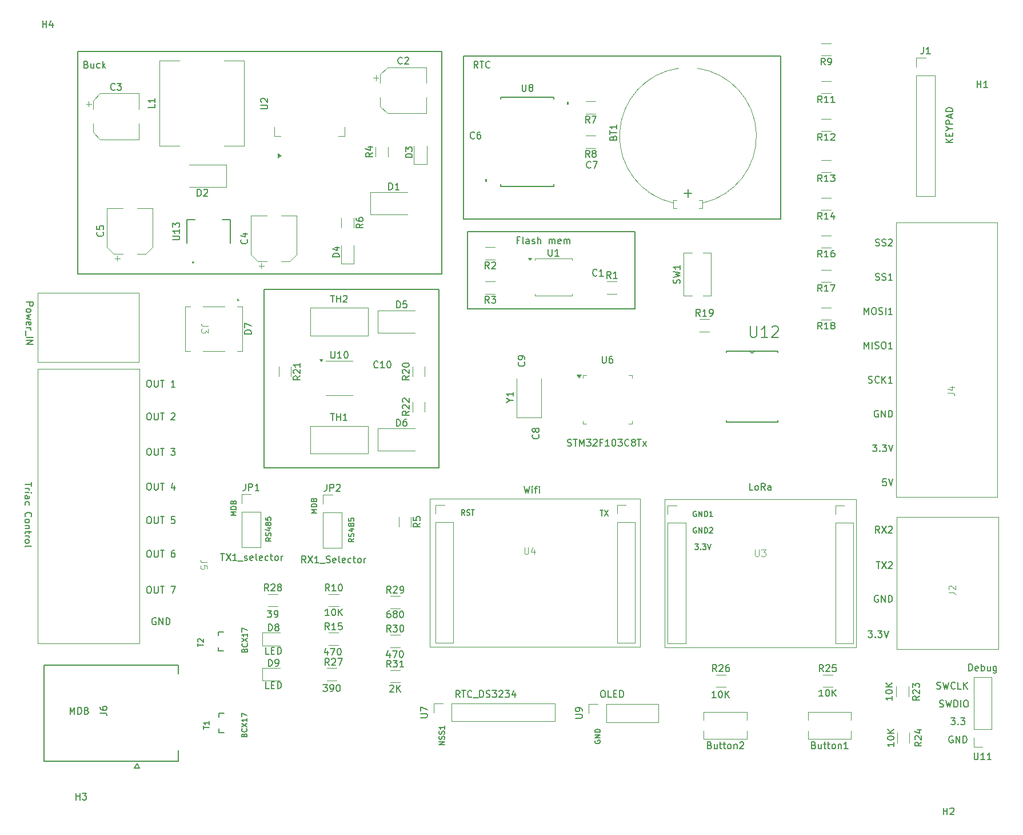
<source format=gbr>
%TF.GenerationSoftware,KiCad,Pcbnew,9.0.1*%
%TF.CreationDate,2025-08-23T19:16:10+03:00*%
%TF.ProjectId,Control_board,436f6e74-726f-46c5-9f62-6f6172642e6b,rev?*%
%TF.SameCoordinates,Original*%
%TF.FileFunction,Legend,Top*%
%TF.FilePolarity,Positive*%
%FSLAX46Y46*%
G04 Gerber Fmt 4.6, Leading zero omitted, Abs format (unit mm)*
G04 Created by KiCad (PCBNEW 9.0.1) date 2025-08-23 19:16:10*
%MOMM*%
%LPD*%
G01*
G04 APERTURE LIST*
%ADD10C,0.150000*%
%ADD11C,0.100000*%
%ADD12C,0.127000*%
%ADD13C,0.200000*%
%ADD14C,0.152400*%
%ADD15C,0.120000*%
%ADD16C,0.000000*%
G04 APERTURE END LIST*
D10*
X200047388Y-147355038D02*
X199952150Y-147307419D01*
X199952150Y-147307419D02*
X199809293Y-147307419D01*
X199809293Y-147307419D02*
X199666436Y-147355038D01*
X199666436Y-147355038D02*
X199571198Y-147450276D01*
X199571198Y-147450276D02*
X199523579Y-147545514D01*
X199523579Y-147545514D02*
X199475960Y-147735990D01*
X199475960Y-147735990D02*
X199475960Y-147878847D01*
X199475960Y-147878847D02*
X199523579Y-148069323D01*
X199523579Y-148069323D02*
X199571198Y-148164561D01*
X199571198Y-148164561D02*
X199666436Y-148259800D01*
X199666436Y-148259800D02*
X199809293Y-148307419D01*
X199809293Y-148307419D02*
X199904531Y-148307419D01*
X199904531Y-148307419D02*
X200047388Y-148259800D01*
X200047388Y-148259800D02*
X200095007Y-148212180D01*
X200095007Y-148212180D02*
X200095007Y-147878847D01*
X200095007Y-147878847D02*
X199904531Y-147878847D01*
X200523579Y-148307419D02*
X200523579Y-147307419D01*
X200523579Y-147307419D02*
X201095007Y-148307419D01*
X201095007Y-148307419D02*
X201095007Y-147307419D01*
X201571198Y-148307419D02*
X201571198Y-147307419D01*
X201571198Y-147307419D02*
X201809293Y-147307419D01*
X201809293Y-147307419D02*
X201952150Y-147355038D01*
X201952150Y-147355038D02*
X202047388Y-147450276D01*
X202047388Y-147450276D02*
X202095007Y-147545514D01*
X202095007Y-147545514D02*
X202142626Y-147735990D01*
X202142626Y-147735990D02*
X202142626Y-147878847D01*
X202142626Y-147878847D02*
X202095007Y-148069323D01*
X202095007Y-148069323D02*
X202047388Y-148164561D01*
X202047388Y-148164561D02*
X201952150Y-148259800D01*
X201952150Y-148259800D02*
X201809293Y-148307419D01*
X201809293Y-148307419D02*
X201571198Y-148307419D01*
X147061990Y-147983392D02*
X147023895Y-148059582D01*
X147023895Y-148059582D02*
X147023895Y-148173868D01*
X147023895Y-148173868D02*
X147061990Y-148288154D01*
X147061990Y-148288154D02*
X147138180Y-148364344D01*
X147138180Y-148364344D02*
X147214371Y-148402439D01*
X147214371Y-148402439D02*
X147366752Y-148440535D01*
X147366752Y-148440535D02*
X147481038Y-148440535D01*
X147481038Y-148440535D02*
X147633419Y-148402439D01*
X147633419Y-148402439D02*
X147709609Y-148364344D01*
X147709609Y-148364344D02*
X147785800Y-148288154D01*
X147785800Y-148288154D02*
X147823895Y-148173868D01*
X147823895Y-148173868D02*
X147823895Y-148097677D01*
X147823895Y-148097677D02*
X147785800Y-147983392D01*
X147785800Y-147983392D02*
X147747704Y-147945296D01*
X147747704Y-147945296D02*
X147481038Y-147945296D01*
X147481038Y-147945296D02*
X147481038Y-148097677D01*
X147823895Y-147602439D02*
X147023895Y-147602439D01*
X147023895Y-147602439D02*
X147823895Y-147145296D01*
X147823895Y-147145296D02*
X147023895Y-147145296D01*
X147823895Y-146764344D02*
X147023895Y-146764344D01*
X147023895Y-146764344D02*
X147023895Y-146573868D01*
X147023895Y-146573868D02*
X147061990Y-146459582D01*
X147061990Y-146459582D02*
X147138180Y-146383392D01*
X147138180Y-146383392D02*
X147214371Y-146345297D01*
X147214371Y-146345297D02*
X147366752Y-146307201D01*
X147366752Y-146307201D02*
X147481038Y-146307201D01*
X147481038Y-146307201D02*
X147633419Y-146345297D01*
X147633419Y-146345297D02*
X147709609Y-146383392D01*
X147709609Y-146383392D02*
X147785800Y-146459582D01*
X147785800Y-146459582D02*
X147823895Y-146573868D01*
X147823895Y-146573868D02*
X147823895Y-146764344D01*
X93874295Y-114671239D02*
X93074295Y-114671239D01*
X93074295Y-114671239D02*
X93645723Y-114404573D01*
X93645723Y-114404573D02*
X93074295Y-114137906D01*
X93074295Y-114137906D02*
X93874295Y-114137906D01*
X93874295Y-113756953D02*
X93074295Y-113756953D01*
X93074295Y-113756953D02*
X93074295Y-113566477D01*
X93074295Y-113566477D02*
X93112390Y-113452191D01*
X93112390Y-113452191D02*
X93188580Y-113376001D01*
X93188580Y-113376001D02*
X93264771Y-113337906D01*
X93264771Y-113337906D02*
X93417152Y-113299810D01*
X93417152Y-113299810D02*
X93531438Y-113299810D01*
X93531438Y-113299810D02*
X93683819Y-113337906D01*
X93683819Y-113337906D02*
X93760009Y-113376001D01*
X93760009Y-113376001D02*
X93836200Y-113452191D01*
X93836200Y-113452191D02*
X93874295Y-113566477D01*
X93874295Y-113566477D02*
X93874295Y-113756953D01*
X93455247Y-112690287D02*
X93493342Y-112576001D01*
X93493342Y-112576001D02*
X93531438Y-112537906D01*
X93531438Y-112537906D02*
X93607628Y-112499810D01*
X93607628Y-112499810D02*
X93721914Y-112499810D01*
X93721914Y-112499810D02*
X93798104Y-112537906D01*
X93798104Y-112537906D02*
X93836200Y-112576001D01*
X93836200Y-112576001D02*
X93874295Y-112652191D01*
X93874295Y-112652191D02*
X93874295Y-112956953D01*
X93874295Y-112956953D02*
X93074295Y-112956953D01*
X93074295Y-112956953D02*
X93074295Y-112690287D01*
X93074295Y-112690287D02*
X93112390Y-112614096D01*
X93112390Y-112614096D02*
X93150485Y-112576001D01*
X93150485Y-112576001D02*
X93226676Y-112537906D01*
X93226676Y-112537906D02*
X93302866Y-112537906D01*
X93302866Y-112537906D02*
X93379057Y-112576001D01*
X93379057Y-112576001D02*
X93417152Y-112614096D01*
X93417152Y-112614096D02*
X93455247Y-112690287D01*
X93455247Y-112690287D02*
X93455247Y-112956953D01*
X105812295Y-114315639D02*
X105012295Y-114315639D01*
X105012295Y-114315639D02*
X105583723Y-114048973D01*
X105583723Y-114048973D02*
X105012295Y-113782306D01*
X105012295Y-113782306D02*
X105812295Y-113782306D01*
X105812295Y-113401353D02*
X105012295Y-113401353D01*
X105012295Y-113401353D02*
X105012295Y-113210877D01*
X105012295Y-113210877D02*
X105050390Y-113096591D01*
X105050390Y-113096591D02*
X105126580Y-113020401D01*
X105126580Y-113020401D02*
X105202771Y-112982306D01*
X105202771Y-112982306D02*
X105355152Y-112944210D01*
X105355152Y-112944210D02*
X105469438Y-112944210D01*
X105469438Y-112944210D02*
X105621819Y-112982306D01*
X105621819Y-112982306D02*
X105698009Y-113020401D01*
X105698009Y-113020401D02*
X105774200Y-113096591D01*
X105774200Y-113096591D02*
X105812295Y-113210877D01*
X105812295Y-113210877D02*
X105812295Y-113401353D01*
X105393247Y-112334687D02*
X105431342Y-112220401D01*
X105431342Y-112220401D02*
X105469438Y-112182306D01*
X105469438Y-112182306D02*
X105545628Y-112144210D01*
X105545628Y-112144210D02*
X105659914Y-112144210D01*
X105659914Y-112144210D02*
X105736104Y-112182306D01*
X105736104Y-112182306D02*
X105774200Y-112220401D01*
X105774200Y-112220401D02*
X105812295Y-112296591D01*
X105812295Y-112296591D02*
X105812295Y-112601353D01*
X105812295Y-112601353D02*
X105012295Y-112601353D01*
X105012295Y-112601353D02*
X105012295Y-112334687D01*
X105012295Y-112334687D02*
X105050390Y-112258496D01*
X105050390Y-112258496D02*
X105088485Y-112220401D01*
X105088485Y-112220401D02*
X105164676Y-112182306D01*
X105164676Y-112182306D02*
X105240866Y-112182306D01*
X105240866Y-112182306D02*
X105317057Y-112220401D01*
X105317057Y-112220401D02*
X105355152Y-112258496D01*
X105355152Y-112258496D02*
X105393247Y-112334687D01*
X105393247Y-112334687D02*
X105393247Y-112601353D01*
X99055895Y-117973296D02*
X98674942Y-118239963D01*
X99055895Y-118430439D02*
X98255895Y-118430439D01*
X98255895Y-118430439D02*
X98255895Y-118125677D01*
X98255895Y-118125677D02*
X98293990Y-118049487D01*
X98293990Y-118049487D02*
X98332085Y-118011392D01*
X98332085Y-118011392D02*
X98408276Y-117973296D01*
X98408276Y-117973296D02*
X98522561Y-117973296D01*
X98522561Y-117973296D02*
X98598752Y-118011392D01*
X98598752Y-118011392D02*
X98636847Y-118049487D01*
X98636847Y-118049487D02*
X98674942Y-118125677D01*
X98674942Y-118125677D02*
X98674942Y-118430439D01*
X99017800Y-117668535D02*
X99055895Y-117554249D01*
X99055895Y-117554249D02*
X99055895Y-117363773D01*
X99055895Y-117363773D02*
X99017800Y-117287582D01*
X99017800Y-117287582D02*
X98979704Y-117249487D01*
X98979704Y-117249487D02*
X98903514Y-117211392D01*
X98903514Y-117211392D02*
X98827323Y-117211392D01*
X98827323Y-117211392D02*
X98751133Y-117249487D01*
X98751133Y-117249487D02*
X98713038Y-117287582D01*
X98713038Y-117287582D02*
X98674942Y-117363773D01*
X98674942Y-117363773D02*
X98636847Y-117516154D01*
X98636847Y-117516154D02*
X98598752Y-117592344D01*
X98598752Y-117592344D02*
X98560657Y-117630439D01*
X98560657Y-117630439D02*
X98484466Y-117668535D01*
X98484466Y-117668535D02*
X98408276Y-117668535D01*
X98408276Y-117668535D02*
X98332085Y-117630439D01*
X98332085Y-117630439D02*
X98293990Y-117592344D01*
X98293990Y-117592344D02*
X98255895Y-117516154D01*
X98255895Y-117516154D02*
X98255895Y-117325677D01*
X98255895Y-117325677D02*
X98293990Y-117211392D01*
X98522561Y-116525677D02*
X99055895Y-116525677D01*
X98217800Y-116716153D02*
X98789228Y-116906630D01*
X98789228Y-116906630D02*
X98789228Y-116411391D01*
X98598752Y-115992344D02*
X98560657Y-116068534D01*
X98560657Y-116068534D02*
X98522561Y-116106629D01*
X98522561Y-116106629D02*
X98446371Y-116144725D01*
X98446371Y-116144725D02*
X98408276Y-116144725D01*
X98408276Y-116144725D02*
X98332085Y-116106629D01*
X98332085Y-116106629D02*
X98293990Y-116068534D01*
X98293990Y-116068534D02*
X98255895Y-115992344D01*
X98255895Y-115992344D02*
X98255895Y-115839963D01*
X98255895Y-115839963D02*
X98293990Y-115763772D01*
X98293990Y-115763772D02*
X98332085Y-115725677D01*
X98332085Y-115725677D02*
X98408276Y-115687582D01*
X98408276Y-115687582D02*
X98446371Y-115687582D01*
X98446371Y-115687582D02*
X98522561Y-115725677D01*
X98522561Y-115725677D02*
X98560657Y-115763772D01*
X98560657Y-115763772D02*
X98598752Y-115839963D01*
X98598752Y-115839963D02*
X98598752Y-115992344D01*
X98598752Y-115992344D02*
X98636847Y-116068534D01*
X98636847Y-116068534D02*
X98674942Y-116106629D01*
X98674942Y-116106629D02*
X98751133Y-116144725D01*
X98751133Y-116144725D02*
X98903514Y-116144725D01*
X98903514Y-116144725D02*
X98979704Y-116106629D01*
X98979704Y-116106629D02*
X99017800Y-116068534D01*
X99017800Y-116068534D02*
X99055895Y-115992344D01*
X99055895Y-115992344D02*
X99055895Y-115839963D01*
X99055895Y-115839963D02*
X99017800Y-115763772D01*
X99017800Y-115763772D02*
X98979704Y-115725677D01*
X98979704Y-115725677D02*
X98903514Y-115687582D01*
X98903514Y-115687582D02*
X98751133Y-115687582D01*
X98751133Y-115687582D02*
X98674942Y-115725677D01*
X98674942Y-115725677D02*
X98636847Y-115763772D01*
X98636847Y-115763772D02*
X98598752Y-115839963D01*
X98255895Y-114963772D02*
X98255895Y-115344724D01*
X98255895Y-115344724D02*
X98636847Y-115382820D01*
X98636847Y-115382820D02*
X98598752Y-115344724D01*
X98598752Y-115344724D02*
X98560657Y-115268534D01*
X98560657Y-115268534D02*
X98560657Y-115078058D01*
X98560657Y-115078058D02*
X98598752Y-115001867D01*
X98598752Y-115001867D02*
X98636847Y-114963772D01*
X98636847Y-114963772D02*
X98713038Y-114925677D01*
X98713038Y-114925677D02*
X98903514Y-114925677D01*
X98903514Y-114925677D02*
X98979704Y-114963772D01*
X98979704Y-114963772D02*
X99017800Y-115001867D01*
X99017800Y-115001867D02*
X99055895Y-115078058D01*
X99055895Y-115078058D02*
X99055895Y-115268534D01*
X99055895Y-115268534D02*
X99017800Y-115344724D01*
X99017800Y-115344724D02*
X98979704Y-115382820D01*
X111349495Y-118074896D02*
X110968542Y-118341563D01*
X111349495Y-118532039D02*
X110549495Y-118532039D01*
X110549495Y-118532039D02*
X110549495Y-118227277D01*
X110549495Y-118227277D02*
X110587590Y-118151087D01*
X110587590Y-118151087D02*
X110625685Y-118112992D01*
X110625685Y-118112992D02*
X110701876Y-118074896D01*
X110701876Y-118074896D02*
X110816161Y-118074896D01*
X110816161Y-118074896D02*
X110892352Y-118112992D01*
X110892352Y-118112992D02*
X110930447Y-118151087D01*
X110930447Y-118151087D02*
X110968542Y-118227277D01*
X110968542Y-118227277D02*
X110968542Y-118532039D01*
X111311400Y-117770135D02*
X111349495Y-117655849D01*
X111349495Y-117655849D02*
X111349495Y-117465373D01*
X111349495Y-117465373D02*
X111311400Y-117389182D01*
X111311400Y-117389182D02*
X111273304Y-117351087D01*
X111273304Y-117351087D02*
X111197114Y-117312992D01*
X111197114Y-117312992D02*
X111120923Y-117312992D01*
X111120923Y-117312992D02*
X111044733Y-117351087D01*
X111044733Y-117351087D02*
X111006638Y-117389182D01*
X111006638Y-117389182D02*
X110968542Y-117465373D01*
X110968542Y-117465373D02*
X110930447Y-117617754D01*
X110930447Y-117617754D02*
X110892352Y-117693944D01*
X110892352Y-117693944D02*
X110854257Y-117732039D01*
X110854257Y-117732039D02*
X110778066Y-117770135D01*
X110778066Y-117770135D02*
X110701876Y-117770135D01*
X110701876Y-117770135D02*
X110625685Y-117732039D01*
X110625685Y-117732039D02*
X110587590Y-117693944D01*
X110587590Y-117693944D02*
X110549495Y-117617754D01*
X110549495Y-117617754D02*
X110549495Y-117427277D01*
X110549495Y-117427277D02*
X110587590Y-117312992D01*
X110816161Y-116627277D02*
X111349495Y-116627277D01*
X110511400Y-116817753D02*
X111082828Y-117008230D01*
X111082828Y-117008230D02*
X111082828Y-116512991D01*
X110892352Y-116093944D02*
X110854257Y-116170134D01*
X110854257Y-116170134D02*
X110816161Y-116208229D01*
X110816161Y-116208229D02*
X110739971Y-116246325D01*
X110739971Y-116246325D02*
X110701876Y-116246325D01*
X110701876Y-116246325D02*
X110625685Y-116208229D01*
X110625685Y-116208229D02*
X110587590Y-116170134D01*
X110587590Y-116170134D02*
X110549495Y-116093944D01*
X110549495Y-116093944D02*
X110549495Y-115941563D01*
X110549495Y-115941563D02*
X110587590Y-115865372D01*
X110587590Y-115865372D02*
X110625685Y-115827277D01*
X110625685Y-115827277D02*
X110701876Y-115789182D01*
X110701876Y-115789182D02*
X110739971Y-115789182D01*
X110739971Y-115789182D02*
X110816161Y-115827277D01*
X110816161Y-115827277D02*
X110854257Y-115865372D01*
X110854257Y-115865372D02*
X110892352Y-115941563D01*
X110892352Y-115941563D02*
X110892352Y-116093944D01*
X110892352Y-116093944D02*
X110930447Y-116170134D01*
X110930447Y-116170134D02*
X110968542Y-116208229D01*
X110968542Y-116208229D02*
X111044733Y-116246325D01*
X111044733Y-116246325D02*
X111197114Y-116246325D01*
X111197114Y-116246325D02*
X111273304Y-116208229D01*
X111273304Y-116208229D02*
X111311400Y-116170134D01*
X111311400Y-116170134D02*
X111349495Y-116093944D01*
X111349495Y-116093944D02*
X111349495Y-115941563D01*
X111349495Y-115941563D02*
X111311400Y-115865372D01*
X111311400Y-115865372D02*
X111273304Y-115827277D01*
X111273304Y-115827277D02*
X111197114Y-115789182D01*
X111197114Y-115789182D02*
X111044733Y-115789182D01*
X111044733Y-115789182D02*
X110968542Y-115827277D01*
X110968542Y-115827277D02*
X110930447Y-115865372D01*
X110930447Y-115865372D02*
X110892352Y-115941563D01*
X110549495Y-115065372D02*
X110549495Y-115446324D01*
X110549495Y-115446324D02*
X110930447Y-115484420D01*
X110930447Y-115484420D02*
X110892352Y-115446324D01*
X110892352Y-115446324D02*
X110854257Y-115370134D01*
X110854257Y-115370134D02*
X110854257Y-115179658D01*
X110854257Y-115179658D02*
X110892352Y-115103467D01*
X110892352Y-115103467D02*
X110930447Y-115065372D01*
X110930447Y-115065372D02*
X111006638Y-115027277D01*
X111006638Y-115027277D02*
X111197114Y-115027277D01*
X111197114Y-115027277D02*
X111273304Y-115065372D01*
X111273304Y-115065372D02*
X111311400Y-115103467D01*
X111311400Y-115103467D02*
X111349495Y-115179658D01*
X111349495Y-115179658D02*
X111349495Y-115370134D01*
X111349495Y-115370134D02*
X111311400Y-115446324D01*
X111311400Y-115446324D02*
X111273304Y-115484420D01*
X197697960Y-140284200D02*
X197840817Y-140331819D01*
X197840817Y-140331819D02*
X198078912Y-140331819D01*
X198078912Y-140331819D02*
X198174150Y-140284200D01*
X198174150Y-140284200D02*
X198221769Y-140236580D01*
X198221769Y-140236580D02*
X198269388Y-140141342D01*
X198269388Y-140141342D02*
X198269388Y-140046104D01*
X198269388Y-140046104D02*
X198221769Y-139950866D01*
X198221769Y-139950866D02*
X198174150Y-139903247D01*
X198174150Y-139903247D02*
X198078912Y-139855628D01*
X198078912Y-139855628D02*
X197888436Y-139808009D01*
X197888436Y-139808009D02*
X197793198Y-139760390D01*
X197793198Y-139760390D02*
X197745579Y-139712771D01*
X197745579Y-139712771D02*
X197697960Y-139617533D01*
X197697960Y-139617533D02*
X197697960Y-139522295D01*
X197697960Y-139522295D02*
X197745579Y-139427057D01*
X197745579Y-139427057D02*
X197793198Y-139379438D01*
X197793198Y-139379438D02*
X197888436Y-139331819D01*
X197888436Y-139331819D02*
X198126531Y-139331819D01*
X198126531Y-139331819D02*
X198269388Y-139379438D01*
X198602722Y-139331819D02*
X198840817Y-140331819D01*
X198840817Y-140331819D02*
X199031293Y-139617533D01*
X199031293Y-139617533D02*
X199221769Y-140331819D01*
X199221769Y-140331819D02*
X199459865Y-139331819D01*
X200412245Y-140236580D02*
X200364626Y-140284200D01*
X200364626Y-140284200D02*
X200221769Y-140331819D01*
X200221769Y-140331819D02*
X200126531Y-140331819D01*
X200126531Y-140331819D02*
X199983674Y-140284200D01*
X199983674Y-140284200D02*
X199888436Y-140188961D01*
X199888436Y-140188961D02*
X199840817Y-140093723D01*
X199840817Y-140093723D02*
X199793198Y-139903247D01*
X199793198Y-139903247D02*
X199793198Y-139760390D01*
X199793198Y-139760390D02*
X199840817Y-139569914D01*
X199840817Y-139569914D02*
X199888436Y-139474676D01*
X199888436Y-139474676D02*
X199983674Y-139379438D01*
X199983674Y-139379438D02*
X200126531Y-139331819D01*
X200126531Y-139331819D02*
X200221769Y-139331819D01*
X200221769Y-139331819D02*
X200364626Y-139379438D01*
X200364626Y-139379438D02*
X200412245Y-139427057D01*
X201317007Y-140331819D02*
X200840817Y-140331819D01*
X200840817Y-140331819D02*
X200840817Y-139331819D01*
X201650341Y-140331819D02*
X201650341Y-139331819D01*
X202221769Y-140331819D02*
X201793198Y-139760390D01*
X202221769Y-139331819D02*
X201650341Y-139903247D01*
X198104360Y-142976600D02*
X198247217Y-143024219D01*
X198247217Y-143024219D02*
X198485312Y-143024219D01*
X198485312Y-143024219D02*
X198580550Y-142976600D01*
X198580550Y-142976600D02*
X198628169Y-142928980D01*
X198628169Y-142928980D02*
X198675788Y-142833742D01*
X198675788Y-142833742D02*
X198675788Y-142738504D01*
X198675788Y-142738504D02*
X198628169Y-142643266D01*
X198628169Y-142643266D02*
X198580550Y-142595647D01*
X198580550Y-142595647D02*
X198485312Y-142548028D01*
X198485312Y-142548028D02*
X198294836Y-142500409D01*
X198294836Y-142500409D02*
X198199598Y-142452790D01*
X198199598Y-142452790D02*
X198151979Y-142405171D01*
X198151979Y-142405171D02*
X198104360Y-142309933D01*
X198104360Y-142309933D02*
X198104360Y-142214695D01*
X198104360Y-142214695D02*
X198151979Y-142119457D01*
X198151979Y-142119457D02*
X198199598Y-142071838D01*
X198199598Y-142071838D02*
X198294836Y-142024219D01*
X198294836Y-142024219D02*
X198532931Y-142024219D01*
X198532931Y-142024219D02*
X198675788Y-142071838D01*
X199009122Y-142024219D02*
X199247217Y-143024219D01*
X199247217Y-143024219D02*
X199437693Y-142309933D01*
X199437693Y-142309933D02*
X199628169Y-143024219D01*
X199628169Y-143024219D02*
X199866265Y-142024219D01*
X200247217Y-143024219D02*
X200247217Y-142024219D01*
X200247217Y-142024219D02*
X200485312Y-142024219D01*
X200485312Y-142024219D02*
X200628169Y-142071838D01*
X200628169Y-142071838D02*
X200723407Y-142167076D01*
X200723407Y-142167076D02*
X200771026Y-142262314D01*
X200771026Y-142262314D02*
X200818645Y-142452790D01*
X200818645Y-142452790D02*
X200818645Y-142595647D01*
X200818645Y-142595647D02*
X200771026Y-142786123D01*
X200771026Y-142786123D02*
X200723407Y-142881361D01*
X200723407Y-142881361D02*
X200628169Y-142976600D01*
X200628169Y-142976600D02*
X200485312Y-143024219D01*
X200485312Y-143024219D02*
X200247217Y-143024219D01*
X201247217Y-143024219D02*
X201247217Y-142024219D01*
X201913883Y-142024219D02*
X202104359Y-142024219D01*
X202104359Y-142024219D02*
X202199597Y-142071838D01*
X202199597Y-142071838D02*
X202294835Y-142167076D01*
X202294835Y-142167076D02*
X202342454Y-142357552D01*
X202342454Y-142357552D02*
X202342454Y-142690885D01*
X202342454Y-142690885D02*
X202294835Y-142881361D01*
X202294835Y-142881361D02*
X202199597Y-142976600D01*
X202199597Y-142976600D02*
X202104359Y-143024219D01*
X202104359Y-143024219D02*
X201913883Y-143024219D01*
X201913883Y-143024219D02*
X201818645Y-142976600D01*
X201818645Y-142976600D02*
X201723407Y-142881361D01*
X201723407Y-142881361D02*
X201675788Y-142690885D01*
X201675788Y-142690885D02*
X201675788Y-142357552D01*
X201675788Y-142357552D02*
X201723407Y-142167076D01*
X201723407Y-142167076D02*
X201818645Y-142071838D01*
X201818645Y-142071838D02*
X201913883Y-142024219D01*
X199783941Y-144615019D02*
X200402988Y-144615019D01*
X200402988Y-144615019D02*
X200069655Y-144995971D01*
X200069655Y-144995971D02*
X200212512Y-144995971D01*
X200212512Y-144995971D02*
X200307750Y-145043590D01*
X200307750Y-145043590D02*
X200355369Y-145091209D01*
X200355369Y-145091209D02*
X200402988Y-145186447D01*
X200402988Y-145186447D02*
X200402988Y-145424542D01*
X200402988Y-145424542D02*
X200355369Y-145519780D01*
X200355369Y-145519780D02*
X200307750Y-145567400D01*
X200307750Y-145567400D02*
X200212512Y-145615019D01*
X200212512Y-145615019D02*
X199926798Y-145615019D01*
X199926798Y-145615019D02*
X199831560Y-145567400D01*
X199831560Y-145567400D02*
X199783941Y-145519780D01*
X200831560Y-145519780D02*
X200879179Y-145567400D01*
X200879179Y-145567400D02*
X200831560Y-145615019D01*
X200831560Y-145615019D02*
X200783941Y-145567400D01*
X200783941Y-145567400D02*
X200831560Y-145519780D01*
X200831560Y-145519780D02*
X200831560Y-145615019D01*
X201212512Y-144615019D02*
X201831559Y-144615019D01*
X201831559Y-144615019D02*
X201498226Y-144995971D01*
X201498226Y-144995971D02*
X201641083Y-144995971D01*
X201641083Y-144995971D02*
X201736321Y-145043590D01*
X201736321Y-145043590D02*
X201783940Y-145091209D01*
X201783940Y-145091209D02*
X201831559Y-145186447D01*
X201831559Y-145186447D02*
X201831559Y-145424542D01*
X201831559Y-145424542D02*
X201783940Y-145519780D01*
X201783940Y-145519780D02*
X201736321Y-145567400D01*
X201736321Y-145567400D02*
X201641083Y-145615019D01*
X201641083Y-145615019D02*
X201355369Y-145615019D01*
X201355369Y-145615019D02*
X201260131Y-145567400D01*
X201260131Y-145567400D02*
X201212512Y-145519780D01*
X127533400Y-46634400D02*
X174523400Y-46634400D01*
X174523400Y-70764400D01*
X127533400Y-70764400D01*
X127533400Y-46634400D01*
X70383400Y-45999400D02*
X124358400Y-45999400D01*
X124358400Y-78892400D01*
X70383400Y-78892400D01*
X70383400Y-45999400D01*
X98044000Y-81229200D02*
X123952000Y-81229200D01*
X123952000Y-107645200D01*
X98044000Y-107645200D01*
X98044000Y-81229200D01*
X128168400Y-72669400D02*
X152933400Y-72669400D01*
X152933400Y-84099400D01*
X128168400Y-84099400D01*
X128168400Y-72669400D01*
X186955446Y-89967248D02*
X186955446Y-88967248D01*
X186955446Y-88967248D02*
X187288779Y-89681533D01*
X187288779Y-89681533D02*
X187622112Y-88967248D01*
X187622112Y-88967248D02*
X187622112Y-89967248D01*
X188098303Y-89967248D02*
X188098303Y-88967248D01*
X188526874Y-89919629D02*
X188669731Y-89967248D01*
X188669731Y-89967248D02*
X188907826Y-89967248D01*
X188907826Y-89967248D02*
X189003064Y-89919629D01*
X189003064Y-89919629D02*
X189050683Y-89872009D01*
X189050683Y-89872009D02*
X189098302Y-89776771D01*
X189098302Y-89776771D02*
X189098302Y-89681533D01*
X189098302Y-89681533D02*
X189050683Y-89586295D01*
X189050683Y-89586295D02*
X189003064Y-89538676D01*
X189003064Y-89538676D02*
X188907826Y-89491057D01*
X188907826Y-89491057D02*
X188717350Y-89443438D01*
X188717350Y-89443438D02*
X188622112Y-89395819D01*
X188622112Y-89395819D02*
X188574493Y-89348200D01*
X188574493Y-89348200D02*
X188526874Y-89252962D01*
X188526874Y-89252962D02*
X188526874Y-89157724D01*
X188526874Y-89157724D02*
X188574493Y-89062486D01*
X188574493Y-89062486D02*
X188622112Y-89014867D01*
X188622112Y-89014867D02*
X188717350Y-88967248D01*
X188717350Y-88967248D02*
X188955445Y-88967248D01*
X188955445Y-88967248D02*
X189098302Y-89014867D01*
X189717350Y-88967248D02*
X189907826Y-88967248D01*
X189907826Y-88967248D02*
X190003064Y-89014867D01*
X190003064Y-89014867D02*
X190098302Y-89110105D01*
X190098302Y-89110105D02*
X190145921Y-89300581D01*
X190145921Y-89300581D02*
X190145921Y-89633914D01*
X190145921Y-89633914D02*
X190098302Y-89824390D01*
X190098302Y-89824390D02*
X190003064Y-89919629D01*
X190003064Y-89919629D02*
X189907826Y-89967248D01*
X189907826Y-89967248D02*
X189717350Y-89967248D01*
X189717350Y-89967248D02*
X189622112Y-89919629D01*
X189622112Y-89919629D02*
X189526874Y-89824390D01*
X189526874Y-89824390D02*
X189479255Y-89633914D01*
X189479255Y-89633914D02*
X189479255Y-89300581D01*
X189479255Y-89300581D02*
X189526874Y-89110105D01*
X189526874Y-89110105D02*
X189622112Y-89014867D01*
X189622112Y-89014867D02*
X189717350Y-88967248D01*
X191098302Y-89967248D02*
X190526874Y-89967248D01*
X190812588Y-89967248D02*
X190812588Y-88967248D01*
X190812588Y-88967248D02*
X190717350Y-89110105D01*
X190717350Y-89110105D02*
X190622112Y-89205343D01*
X190622112Y-89205343D02*
X190526874Y-89252962D01*
X189193540Y-117268619D02*
X188860207Y-116792428D01*
X188622112Y-117268619D02*
X188622112Y-116268619D01*
X188622112Y-116268619D02*
X189003064Y-116268619D01*
X189003064Y-116268619D02*
X189098302Y-116316238D01*
X189098302Y-116316238D02*
X189145921Y-116363857D01*
X189145921Y-116363857D02*
X189193540Y-116459095D01*
X189193540Y-116459095D02*
X189193540Y-116601952D01*
X189193540Y-116601952D02*
X189145921Y-116697190D01*
X189145921Y-116697190D02*
X189098302Y-116744809D01*
X189098302Y-116744809D02*
X189003064Y-116792428D01*
X189003064Y-116792428D02*
X188622112Y-116792428D01*
X189526874Y-116268619D02*
X190193540Y-117268619D01*
X190193540Y-116268619D02*
X189526874Y-117268619D01*
X190526874Y-116363857D02*
X190574493Y-116316238D01*
X190574493Y-116316238D02*
X190669731Y-116268619D01*
X190669731Y-116268619D02*
X190907826Y-116268619D01*
X190907826Y-116268619D02*
X191003064Y-116316238D01*
X191003064Y-116316238D02*
X191050683Y-116363857D01*
X191050683Y-116363857D02*
X191098302Y-116459095D01*
X191098302Y-116459095D02*
X191098302Y-116554333D01*
X191098302Y-116554333D02*
X191050683Y-116697190D01*
X191050683Y-116697190D02*
X190479255Y-117268619D01*
X190479255Y-117268619D02*
X191098302Y-117268619D01*
X161858531Y-118880695D02*
X162353769Y-118880695D01*
X162353769Y-118880695D02*
X162087103Y-119185457D01*
X162087103Y-119185457D02*
X162201388Y-119185457D01*
X162201388Y-119185457D02*
X162277579Y-119223552D01*
X162277579Y-119223552D02*
X162315674Y-119261647D01*
X162315674Y-119261647D02*
X162353769Y-119337838D01*
X162353769Y-119337838D02*
X162353769Y-119528314D01*
X162353769Y-119528314D02*
X162315674Y-119604504D01*
X162315674Y-119604504D02*
X162277579Y-119642600D01*
X162277579Y-119642600D02*
X162201388Y-119680695D01*
X162201388Y-119680695D02*
X161972817Y-119680695D01*
X161972817Y-119680695D02*
X161896626Y-119642600D01*
X161896626Y-119642600D02*
X161858531Y-119604504D01*
X162696627Y-119604504D02*
X162734722Y-119642600D01*
X162734722Y-119642600D02*
X162696627Y-119680695D01*
X162696627Y-119680695D02*
X162658531Y-119642600D01*
X162658531Y-119642600D02*
X162696627Y-119604504D01*
X162696627Y-119604504D02*
X162696627Y-119680695D01*
X163001388Y-118880695D02*
X163496626Y-118880695D01*
X163496626Y-118880695D02*
X163229960Y-119185457D01*
X163229960Y-119185457D02*
X163344245Y-119185457D01*
X163344245Y-119185457D02*
X163420436Y-119223552D01*
X163420436Y-119223552D02*
X163458531Y-119261647D01*
X163458531Y-119261647D02*
X163496626Y-119337838D01*
X163496626Y-119337838D02*
X163496626Y-119528314D01*
X163496626Y-119528314D02*
X163458531Y-119604504D01*
X163458531Y-119604504D02*
X163420436Y-119642600D01*
X163420436Y-119642600D02*
X163344245Y-119680695D01*
X163344245Y-119680695D02*
X163115674Y-119680695D01*
X163115674Y-119680695D02*
X163039483Y-119642600D01*
X163039483Y-119642600D02*
X163001388Y-119604504D01*
X163725198Y-118880695D02*
X163991865Y-119680695D01*
X163991865Y-119680695D02*
X164258531Y-118880695D01*
X80892855Y-104737019D02*
X81083331Y-104737019D01*
X81083331Y-104737019D02*
X81178569Y-104784638D01*
X81178569Y-104784638D02*
X81273807Y-104879876D01*
X81273807Y-104879876D02*
X81321426Y-105070352D01*
X81321426Y-105070352D02*
X81321426Y-105403685D01*
X81321426Y-105403685D02*
X81273807Y-105594161D01*
X81273807Y-105594161D02*
X81178569Y-105689400D01*
X81178569Y-105689400D02*
X81083331Y-105737019D01*
X81083331Y-105737019D02*
X80892855Y-105737019D01*
X80892855Y-105737019D02*
X80797617Y-105689400D01*
X80797617Y-105689400D02*
X80702379Y-105594161D01*
X80702379Y-105594161D02*
X80654760Y-105403685D01*
X80654760Y-105403685D02*
X80654760Y-105070352D01*
X80654760Y-105070352D02*
X80702379Y-104879876D01*
X80702379Y-104879876D02*
X80797617Y-104784638D01*
X80797617Y-104784638D02*
X80892855Y-104737019D01*
X81749998Y-104737019D02*
X81749998Y-105546542D01*
X81749998Y-105546542D02*
X81797617Y-105641780D01*
X81797617Y-105641780D02*
X81845236Y-105689400D01*
X81845236Y-105689400D02*
X81940474Y-105737019D01*
X81940474Y-105737019D02*
X82130950Y-105737019D01*
X82130950Y-105737019D02*
X82226188Y-105689400D01*
X82226188Y-105689400D02*
X82273807Y-105641780D01*
X82273807Y-105641780D02*
X82321426Y-105546542D01*
X82321426Y-105546542D02*
X82321426Y-104737019D01*
X82654760Y-104737019D02*
X83226188Y-104737019D01*
X82940474Y-105737019D02*
X82940474Y-104737019D01*
X84226189Y-104737019D02*
X84845236Y-104737019D01*
X84845236Y-104737019D02*
X84511903Y-105117971D01*
X84511903Y-105117971D02*
X84654760Y-105117971D01*
X84654760Y-105117971D02*
X84749998Y-105165590D01*
X84749998Y-105165590D02*
X84797617Y-105213209D01*
X84797617Y-105213209D02*
X84845236Y-105308447D01*
X84845236Y-105308447D02*
X84845236Y-105546542D01*
X84845236Y-105546542D02*
X84797617Y-105641780D01*
X84797617Y-105641780D02*
X84749998Y-105689400D01*
X84749998Y-105689400D02*
X84654760Y-105737019D01*
X84654760Y-105737019D02*
X84369046Y-105737019D01*
X84369046Y-105737019D02*
X84273808Y-105689400D01*
X84273808Y-105689400D02*
X84226189Y-105641780D01*
X188622112Y-74701400D02*
X188764969Y-74749019D01*
X188764969Y-74749019D02*
X189003064Y-74749019D01*
X189003064Y-74749019D02*
X189098302Y-74701400D01*
X189098302Y-74701400D02*
X189145921Y-74653780D01*
X189145921Y-74653780D02*
X189193540Y-74558542D01*
X189193540Y-74558542D02*
X189193540Y-74463304D01*
X189193540Y-74463304D02*
X189145921Y-74368066D01*
X189145921Y-74368066D02*
X189098302Y-74320447D01*
X189098302Y-74320447D02*
X189003064Y-74272828D01*
X189003064Y-74272828D02*
X188812588Y-74225209D01*
X188812588Y-74225209D02*
X188717350Y-74177590D01*
X188717350Y-74177590D02*
X188669731Y-74129971D01*
X188669731Y-74129971D02*
X188622112Y-74034733D01*
X188622112Y-74034733D02*
X188622112Y-73939495D01*
X188622112Y-73939495D02*
X188669731Y-73844257D01*
X188669731Y-73844257D02*
X188717350Y-73796638D01*
X188717350Y-73796638D02*
X188812588Y-73749019D01*
X188812588Y-73749019D02*
X189050683Y-73749019D01*
X189050683Y-73749019D02*
X189193540Y-73796638D01*
X189574493Y-74701400D02*
X189717350Y-74749019D01*
X189717350Y-74749019D02*
X189955445Y-74749019D01*
X189955445Y-74749019D02*
X190050683Y-74701400D01*
X190050683Y-74701400D02*
X190098302Y-74653780D01*
X190098302Y-74653780D02*
X190145921Y-74558542D01*
X190145921Y-74558542D02*
X190145921Y-74463304D01*
X190145921Y-74463304D02*
X190098302Y-74368066D01*
X190098302Y-74368066D02*
X190050683Y-74320447D01*
X190050683Y-74320447D02*
X189955445Y-74272828D01*
X189955445Y-74272828D02*
X189764969Y-74225209D01*
X189764969Y-74225209D02*
X189669731Y-74177590D01*
X189669731Y-74177590D02*
X189622112Y-74129971D01*
X189622112Y-74129971D02*
X189574493Y-74034733D01*
X189574493Y-74034733D02*
X189574493Y-73939495D01*
X189574493Y-73939495D02*
X189622112Y-73844257D01*
X189622112Y-73844257D02*
X189669731Y-73796638D01*
X189669731Y-73796638D02*
X189764969Y-73749019D01*
X189764969Y-73749019D02*
X190003064Y-73749019D01*
X190003064Y-73749019D02*
X190145921Y-73796638D01*
X190526874Y-73844257D02*
X190574493Y-73796638D01*
X190574493Y-73796638D02*
X190669731Y-73749019D01*
X190669731Y-73749019D02*
X190907826Y-73749019D01*
X190907826Y-73749019D02*
X191003064Y-73796638D01*
X191003064Y-73796638D02*
X191050683Y-73844257D01*
X191050683Y-73844257D02*
X191098302Y-73939495D01*
X191098302Y-73939495D02*
X191098302Y-74034733D01*
X191098302Y-74034733D02*
X191050683Y-74177590D01*
X191050683Y-74177590D02*
X190479255Y-74749019D01*
X190479255Y-74749019D02*
X191098302Y-74749019D01*
X188622112Y-79774143D02*
X188764969Y-79821762D01*
X188764969Y-79821762D02*
X189003064Y-79821762D01*
X189003064Y-79821762D02*
X189098302Y-79774143D01*
X189098302Y-79774143D02*
X189145921Y-79726523D01*
X189145921Y-79726523D02*
X189193540Y-79631285D01*
X189193540Y-79631285D02*
X189193540Y-79536047D01*
X189193540Y-79536047D02*
X189145921Y-79440809D01*
X189145921Y-79440809D02*
X189098302Y-79393190D01*
X189098302Y-79393190D02*
X189003064Y-79345571D01*
X189003064Y-79345571D02*
X188812588Y-79297952D01*
X188812588Y-79297952D02*
X188717350Y-79250333D01*
X188717350Y-79250333D02*
X188669731Y-79202714D01*
X188669731Y-79202714D02*
X188622112Y-79107476D01*
X188622112Y-79107476D02*
X188622112Y-79012238D01*
X188622112Y-79012238D02*
X188669731Y-78917000D01*
X188669731Y-78917000D02*
X188717350Y-78869381D01*
X188717350Y-78869381D02*
X188812588Y-78821762D01*
X188812588Y-78821762D02*
X189050683Y-78821762D01*
X189050683Y-78821762D02*
X189193540Y-78869381D01*
X189574493Y-79774143D02*
X189717350Y-79821762D01*
X189717350Y-79821762D02*
X189955445Y-79821762D01*
X189955445Y-79821762D02*
X190050683Y-79774143D01*
X190050683Y-79774143D02*
X190098302Y-79726523D01*
X190098302Y-79726523D02*
X190145921Y-79631285D01*
X190145921Y-79631285D02*
X190145921Y-79536047D01*
X190145921Y-79536047D02*
X190098302Y-79440809D01*
X190098302Y-79440809D02*
X190050683Y-79393190D01*
X190050683Y-79393190D02*
X189955445Y-79345571D01*
X189955445Y-79345571D02*
X189764969Y-79297952D01*
X189764969Y-79297952D02*
X189669731Y-79250333D01*
X189669731Y-79250333D02*
X189622112Y-79202714D01*
X189622112Y-79202714D02*
X189574493Y-79107476D01*
X189574493Y-79107476D02*
X189574493Y-79012238D01*
X189574493Y-79012238D02*
X189622112Y-78917000D01*
X189622112Y-78917000D02*
X189669731Y-78869381D01*
X189669731Y-78869381D02*
X189764969Y-78821762D01*
X189764969Y-78821762D02*
X190003064Y-78821762D01*
X190003064Y-78821762D02*
X190145921Y-78869381D01*
X191098302Y-79821762D02*
X190526874Y-79821762D01*
X190812588Y-79821762D02*
X190812588Y-78821762D01*
X190812588Y-78821762D02*
X190717350Y-78964619D01*
X190717350Y-78964619D02*
X190622112Y-79059857D01*
X190622112Y-79059857D02*
X190526874Y-79107476D01*
X81988093Y-129879838D02*
X81892855Y-129832219D01*
X81892855Y-129832219D02*
X81749998Y-129832219D01*
X81749998Y-129832219D02*
X81607141Y-129879838D01*
X81607141Y-129879838D02*
X81511903Y-129975076D01*
X81511903Y-129975076D02*
X81464284Y-130070314D01*
X81464284Y-130070314D02*
X81416665Y-130260790D01*
X81416665Y-130260790D02*
X81416665Y-130403647D01*
X81416665Y-130403647D02*
X81464284Y-130594123D01*
X81464284Y-130594123D02*
X81511903Y-130689361D01*
X81511903Y-130689361D02*
X81607141Y-130784600D01*
X81607141Y-130784600D02*
X81749998Y-130832219D01*
X81749998Y-130832219D02*
X81845236Y-130832219D01*
X81845236Y-130832219D02*
X81988093Y-130784600D01*
X81988093Y-130784600D02*
X82035712Y-130736980D01*
X82035712Y-130736980D02*
X82035712Y-130403647D01*
X82035712Y-130403647D02*
X81845236Y-130403647D01*
X82464284Y-130832219D02*
X82464284Y-129832219D01*
X82464284Y-129832219D02*
X83035712Y-130832219D01*
X83035712Y-130832219D02*
X83035712Y-129832219D01*
X83511903Y-130832219D02*
X83511903Y-129832219D01*
X83511903Y-129832219D02*
X83749998Y-129832219D01*
X83749998Y-129832219D02*
X83892855Y-129879838D01*
X83892855Y-129879838D02*
X83988093Y-129975076D01*
X83988093Y-129975076D02*
X84035712Y-130070314D01*
X84035712Y-130070314D02*
X84083331Y-130260790D01*
X84083331Y-130260790D02*
X84083331Y-130403647D01*
X84083331Y-130403647D02*
X84035712Y-130594123D01*
X84035712Y-130594123D02*
X83988093Y-130689361D01*
X83988093Y-130689361D02*
X83892855Y-130784600D01*
X83892855Y-130784600D02*
X83749998Y-130832219D01*
X83749998Y-130832219D02*
X83511903Y-130832219D01*
X80892855Y-109867819D02*
X81083331Y-109867819D01*
X81083331Y-109867819D02*
X81178569Y-109915438D01*
X81178569Y-109915438D02*
X81273807Y-110010676D01*
X81273807Y-110010676D02*
X81321426Y-110201152D01*
X81321426Y-110201152D02*
X81321426Y-110534485D01*
X81321426Y-110534485D02*
X81273807Y-110724961D01*
X81273807Y-110724961D02*
X81178569Y-110820200D01*
X81178569Y-110820200D02*
X81083331Y-110867819D01*
X81083331Y-110867819D02*
X80892855Y-110867819D01*
X80892855Y-110867819D02*
X80797617Y-110820200D01*
X80797617Y-110820200D02*
X80702379Y-110724961D01*
X80702379Y-110724961D02*
X80654760Y-110534485D01*
X80654760Y-110534485D02*
X80654760Y-110201152D01*
X80654760Y-110201152D02*
X80702379Y-110010676D01*
X80702379Y-110010676D02*
X80797617Y-109915438D01*
X80797617Y-109915438D02*
X80892855Y-109867819D01*
X81749998Y-109867819D02*
X81749998Y-110677342D01*
X81749998Y-110677342D02*
X81797617Y-110772580D01*
X81797617Y-110772580D02*
X81845236Y-110820200D01*
X81845236Y-110820200D02*
X81940474Y-110867819D01*
X81940474Y-110867819D02*
X82130950Y-110867819D01*
X82130950Y-110867819D02*
X82226188Y-110820200D01*
X82226188Y-110820200D02*
X82273807Y-110772580D01*
X82273807Y-110772580D02*
X82321426Y-110677342D01*
X82321426Y-110677342D02*
X82321426Y-109867819D01*
X82654760Y-109867819D02*
X83226188Y-109867819D01*
X82940474Y-110867819D02*
X82940474Y-109867819D01*
X84749998Y-110201152D02*
X84749998Y-110867819D01*
X84511903Y-109820200D02*
X84273808Y-110534485D01*
X84273808Y-110534485D02*
X84892855Y-110534485D01*
X80892855Y-114846219D02*
X81083331Y-114846219D01*
X81083331Y-114846219D02*
X81178569Y-114893838D01*
X81178569Y-114893838D02*
X81273807Y-114989076D01*
X81273807Y-114989076D02*
X81321426Y-115179552D01*
X81321426Y-115179552D02*
X81321426Y-115512885D01*
X81321426Y-115512885D02*
X81273807Y-115703361D01*
X81273807Y-115703361D02*
X81178569Y-115798600D01*
X81178569Y-115798600D02*
X81083331Y-115846219D01*
X81083331Y-115846219D02*
X80892855Y-115846219D01*
X80892855Y-115846219D02*
X80797617Y-115798600D01*
X80797617Y-115798600D02*
X80702379Y-115703361D01*
X80702379Y-115703361D02*
X80654760Y-115512885D01*
X80654760Y-115512885D02*
X80654760Y-115179552D01*
X80654760Y-115179552D02*
X80702379Y-114989076D01*
X80702379Y-114989076D02*
X80797617Y-114893838D01*
X80797617Y-114893838D02*
X80892855Y-114846219D01*
X81749998Y-114846219D02*
X81749998Y-115655742D01*
X81749998Y-115655742D02*
X81797617Y-115750980D01*
X81797617Y-115750980D02*
X81845236Y-115798600D01*
X81845236Y-115798600D02*
X81940474Y-115846219D01*
X81940474Y-115846219D02*
X82130950Y-115846219D01*
X82130950Y-115846219D02*
X82226188Y-115798600D01*
X82226188Y-115798600D02*
X82273807Y-115750980D01*
X82273807Y-115750980D02*
X82321426Y-115655742D01*
X82321426Y-115655742D02*
X82321426Y-114846219D01*
X82654760Y-114846219D02*
X83226188Y-114846219D01*
X82940474Y-115846219D02*
X82940474Y-114846219D01*
X84797617Y-114846219D02*
X84321427Y-114846219D01*
X84321427Y-114846219D02*
X84273808Y-115322409D01*
X84273808Y-115322409D02*
X84321427Y-115274790D01*
X84321427Y-115274790D02*
X84416665Y-115227171D01*
X84416665Y-115227171D02*
X84654760Y-115227171D01*
X84654760Y-115227171D02*
X84749998Y-115274790D01*
X84749998Y-115274790D02*
X84797617Y-115322409D01*
X84797617Y-115322409D02*
X84845236Y-115417647D01*
X84845236Y-115417647D02*
X84845236Y-115655742D01*
X84845236Y-115655742D02*
X84797617Y-115750980D01*
X84797617Y-115750980D02*
X84749998Y-115798600D01*
X84749998Y-115798600D02*
X84654760Y-115846219D01*
X84654760Y-115846219D02*
X84416665Y-115846219D01*
X84416665Y-115846219D02*
X84321427Y-115798600D01*
X84321427Y-115798600D02*
X84273808Y-115750980D01*
X71688512Y-47885409D02*
X71831369Y-47933028D01*
X71831369Y-47933028D02*
X71878988Y-47980647D01*
X71878988Y-47980647D02*
X71926607Y-48075885D01*
X71926607Y-48075885D02*
X71926607Y-48218742D01*
X71926607Y-48218742D02*
X71878988Y-48313980D01*
X71878988Y-48313980D02*
X71831369Y-48361600D01*
X71831369Y-48361600D02*
X71736131Y-48409219D01*
X71736131Y-48409219D02*
X71355179Y-48409219D01*
X71355179Y-48409219D02*
X71355179Y-47409219D01*
X71355179Y-47409219D02*
X71688512Y-47409219D01*
X71688512Y-47409219D02*
X71783750Y-47456838D01*
X71783750Y-47456838D02*
X71831369Y-47504457D01*
X71831369Y-47504457D02*
X71878988Y-47599695D01*
X71878988Y-47599695D02*
X71878988Y-47694933D01*
X71878988Y-47694933D02*
X71831369Y-47790171D01*
X71831369Y-47790171D02*
X71783750Y-47837790D01*
X71783750Y-47837790D02*
X71688512Y-47885409D01*
X71688512Y-47885409D02*
X71355179Y-47885409D01*
X72783750Y-47742552D02*
X72783750Y-48409219D01*
X72355179Y-47742552D02*
X72355179Y-48266361D01*
X72355179Y-48266361D02*
X72402798Y-48361600D01*
X72402798Y-48361600D02*
X72498036Y-48409219D01*
X72498036Y-48409219D02*
X72640893Y-48409219D01*
X72640893Y-48409219D02*
X72736131Y-48361600D01*
X72736131Y-48361600D02*
X72783750Y-48313980D01*
X73688512Y-48361600D02*
X73593274Y-48409219D01*
X73593274Y-48409219D02*
X73402798Y-48409219D01*
X73402798Y-48409219D02*
X73307560Y-48361600D01*
X73307560Y-48361600D02*
X73259941Y-48313980D01*
X73259941Y-48313980D02*
X73212322Y-48218742D01*
X73212322Y-48218742D02*
X73212322Y-47933028D01*
X73212322Y-47933028D02*
X73259941Y-47837790D01*
X73259941Y-47837790D02*
X73307560Y-47790171D01*
X73307560Y-47790171D02*
X73402798Y-47742552D01*
X73402798Y-47742552D02*
X73593274Y-47742552D01*
X73593274Y-47742552D02*
X73688512Y-47790171D01*
X74117084Y-48409219D02*
X74117084Y-47409219D01*
X74212322Y-48028266D02*
X74498036Y-48409219D01*
X74498036Y-47742552D02*
X74117084Y-48123504D01*
X127746303Y-114600695D02*
X127479636Y-114219742D01*
X127289160Y-114600695D02*
X127289160Y-113800695D01*
X127289160Y-113800695D02*
X127593922Y-113800695D01*
X127593922Y-113800695D02*
X127670112Y-113838790D01*
X127670112Y-113838790D02*
X127708207Y-113876885D01*
X127708207Y-113876885D02*
X127746303Y-113953076D01*
X127746303Y-113953076D02*
X127746303Y-114067361D01*
X127746303Y-114067361D02*
X127708207Y-114143552D01*
X127708207Y-114143552D02*
X127670112Y-114181647D01*
X127670112Y-114181647D02*
X127593922Y-114219742D01*
X127593922Y-114219742D02*
X127289160Y-114219742D01*
X128051064Y-114562600D02*
X128165350Y-114600695D01*
X128165350Y-114600695D02*
X128355826Y-114600695D01*
X128355826Y-114600695D02*
X128432017Y-114562600D01*
X128432017Y-114562600D02*
X128470112Y-114524504D01*
X128470112Y-114524504D02*
X128508207Y-114448314D01*
X128508207Y-114448314D02*
X128508207Y-114372123D01*
X128508207Y-114372123D02*
X128470112Y-114295933D01*
X128470112Y-114295933D02*
X128432017Y-114257838D01*
X128432017Y-114257838D02*
X128355826Y-114219742D01*
X128355826Y-114219742D02*
X128203445Y-114181647D01*
X128203445Y-114181647D02*
X128127255Y-114143552D01*
X128127255Y-114143552D02*
X128089160Y-114105457D01*
X128089160Y-114105457D02*
X128051064Y-114029266D01*
X128051064Y-114029266D02*
X128051064Y-113953076D01*
X128051064Y-113953076D02*
X128089160Y-113876885D01*
X128089160Y-113876885D02*
X128127255Y-113838790D01*
X128127255Y-113838790D02*
X128203445Y-113800695D01*
X128203445Y-113800695D02*
X128393922Y-113800695D01*
X128393922Y-113800695D02*
X128508207Y-113838790D01*
X128736779Y-113800695D02*
X129193922Y-113800695D01*
X128965350Y-114600695D02*
X128965350Y-113800695D01*
X129711607Y-48409219D02*
X129378274Y-47933028D01*
X129140179Y-48409219D02*
X129140179Y-47409219D01*
X129140179Y-47409219D02*
X129521131Y-47409219D01*
X129521131Y-47409219D02*
X129616369Y-47456838D01*
X129616369Y-47456838D02*
X129663988Y-47504457D01*
X129663988Y-47504457D02*
X129711607Y-47599695D01*
X129711607Y-47599695D02*
X129711607Y-47742552D01*
X129711607Y-47742552D02*
X129663988Y-47837790D01*
X129663988Y-47837790D02*
X129616369Y-47885409D01*
X129616369Y-47885409D02*
X129521131Y-47933028D01*
X129521131Y-47933028D02*
X129140179Y-47933028D01*
X129997322Y-47409219D02*
X130568750Y-47409219D01*
X130283036Y-48409219D02*
X130283036Y-47409219D01*
X131473512Y-48313980D02*
X131425893Y-48361600D01*
X131425893Y-48361600D02*
X131283036Y-48409219D01*
X131283036Y-48409219D02*
X131187798Y-48409219D01*
X131187798Y-48409219D02*
X131044941Y-48361600D01*
X131044941Y-48361600D02*
X130949703Y-48266361D01*
X130949703Y-48266361D02*
X130902084Y-48171123D01*
X130902084Y-48171123D02*
X130854465Y-47980647D01*
X130854465Y-47980647D02*
X130854465Y-47837790D01*
X130854465Y-47837790D02*
X130902084Y-47647314D01*
X130902084Y-47647314D02*
X130949703Y-47552076D01*
X130949703Y-47552076D02*
X131044941Y-47456838D01*
X131044941Y-47456838D02*
X131187798Y-47409219D01*
X131187798Y-47409219D02*
X131283036Y-47409219D01*
X131283036Y-47409219D02*
X131425893Y-47456838D01*
X131425893Y-47456838D02*
X131473512Y-47504457D01*
X186955446Y-84894505D02*
X186955446Y-83894505D01*
X186955446Y-83894505D02*
X187288779Y-84608790D01*
X187288779Y-84608790D02*
X187622112Y-83894505D01*
X187622112Y-83894505D02*
X187622112Y-84894505D01*
X188288779Y-83894505D02*
X188479255Y-83894505D01*
X188479255Y-83894505D02*
X188574493Y-83942124D01*
X188574493Y-83942124D02*
X188669731Y-84037362D01*
X188669731Y-84037362D02*
X188717350Y-84227838D01*
X188717350Y-84227838D02*
X188717350Y-84561171D01*
X188717350Y-84561171D02*
X188669731Y-84751647D01*
X188669731Y-84751647D02*
X188574493Y-84846886D01*
X188574493Y-84846886D02*
X188479255Y-84894505D01*
X188479255Y-84894505D02*
X188288779Y-84894505D01*
X188288779Y-84894505D02*
X188193541Y-84846886D01*
X188193541Y-84846886D02*
X188098303Y-84751647D01*
X188098303Y-84751647D02*
X188050684Y-84561171D01*
X188050684Y-84561171D02*
X188050684Y-84227838D01*
X188050684Y-84227838D02*
X188098303Y-84037362D01*
X188098303Y-84037362D02*
X188193541Y-83942124D01*
X188193541Y-83942124D02*
X188288779Y-83894505D01*
X189098303Y-84846886D02*
X189241160Y-84894505D01*
X189241160Y-84894505D02*
X189479255Y-84894505D01*
X189479255Y-84894505D02*
X189574493Y-84846886D01*
X189574493Y-84846886D02*
X189622112Y-84799266D01*
X189622112Y-84799266D02*
X189669731Y-84704028D01*
X189669731Y-84704028D02*
X189669731Y-84608790D01*
X189669731Y-84608790D02*
X189622112Y-84513552D01*
X189622112Y-84513552D02*
X189574493Y-84465933D01*
X189574493Y-84465933D02*
X189479255Y-84418314D01*
X189479255Y-84418314D02*
X189288779Y-84370695D01*
X189288779Y-84370695D02*
X189193541Y-84323076D01*
X189193541Y-84323076D02*
X189145922Y-84275457D01*
X189145922Y-84275457D02*
X189098303Y-84180219D01*
X189098303Y-84180219D02*
X189098303Y-84084981D01*
X189098303Y-84084981D02*
X189145922Y-83989743D01*
X189145922Y-83989743D02*
X189193541Y-83942124D01*
X189193541Y-83942124D02*
X189288779Y-83894505D01*
X189288779Y-83894505D02*
X189526874Y-83894505D01*
X189526874Y-83894505D02*
X189669731Y-83942124D01*
X190098303Y-84894505D02*
X190098303Y-83894505D01*
X191098302Y-84894505D02*
X190526874Y-84894505D01*
X190812588Y-84894505D02*
X190812588Y-83894505D01*
X190812588Y-83894505D02*
X190717350Y-84037362D01*
X190717350Y-84037362D02*
X190622112Y-84132600D01*
X190622112Y-84132600D02*
X190526874Y-84180219D01*
X188717350Y-121501019D02*
X189288778Y-121501019D01*
X189003064Y-122501019D02*
X189003064Y-121501019D01*
X189526874Y-121501019D02*
X190193540Y-122501019D01*
X190193540Y-121501019D02*
X189526874Y-122501019D01*
X190526874Y-121596257D02*
X190574493Y-121548638D01*
X190574493Y-121548638D02*
X190669731Y-121501019D01*
X190669731Y-121501019D02*
X190907826Y-121501019D01*
X190907826Y-121501019D02*
X191003064Y-121548638D01*
X191003064Y-121548638D02*
X191050683Y-121596257D01*
X191050683Y-121596257D02*
X191098302Y-121691495D01*
X191098302Y-121691495D02*
X191098302Y-121786733D01*
X191098302Y-121786733D02*
X191050683Y-121929590D01*
X191050683Y-121929590D02*
X190479255Y-122501019D01*
X190479255Y-122501019D02*
X191098302Y-122501019D01*
X80892855Y-125158619D02*
X81083331Y-125158619D01*
X81083331Y-125158619D02*
X81178569Y-125206238D01*
X81178569Y-125206238D02*
X81273807Y-125301476D01*
X81273807Y-125301476D02*
X81321426Y-125491952D01*
X81321426Y-125491952D02*
X81321426Y-125825285D01*
X81321426Y-125825285D02*
X81273807Y-126015761D01*
X81273807Y-126015761D02*
X81178569Y-126111000D01*
X81178569Y-126111000D02*
X81083331Y-126158619D01*
X81083331Y-126158619D02*
X80892855Y-126158619D01*
X80892855Y-126158619D02*
X80797617Y-126111000D01*
X80797617Y-126111000D02*
X80702379Y-126015761D01*
X80702379Y-126015761D02*
X80654760Y-125825285D01*
X80654760Y-125825285D02*
X80654760Y-125491952D01*
X80654760Y-125491952D02*
X80702379Y-125301476D01*
X80702379Y-125301476D02*
X80797617Y-125206238D01*
X80797617Y-125206238D02*
X80892855Y-125158619D01*
X81749998Y-125158619D02*
X81749998Y-125968142D01*
X81749998Y-125968142D02*
X81797617Y-126063380D01*
X81797617Y-126063380D02*
X81845236Y-126111000D01*
X81845236Y-126111000D02*
X81940474Y-126158619D01*
X81940474Y-126158619D02*
X82130950Y-126158619D01*
X82130950Y-126158619D02*
X82226188Y-126111000D01*
X82226188Y-126111000D02*
X82273807Y-126063380D01*
X82273807Y-126063380D02*
X82321426Y-125968142D01*
X82321426Y-125968142D02*
X82321426Y-125158619D01*
X82654760Y-125158619D02*
X83226188Y-125158619D01*
X82940474Y-126158619D02*
X82940474Y-125158619D01*
X84226189Y-125158619D02*
X84892855Y-125158619D01*
X84892855Y-125158619D02*
X84464284Y-126158619D01*
X80892855Y-119824619D02*
X81083331Y-119824619D01*
X81083331Y-119824619D02*
X81178569Y-119872238D01*
X81178569Y-119872238D02*
X81273807Y-119967476D01*
X81273807Y-119967476D02*
X81321426Y-120157952D01*
X81321426Y-120157952D02*
X81321426Y-120491285D01*
X81321426Y-120491285D02*
X81273807Y-120681761D01*
X81273807Y-120681761D02*
X81178569Y-120777000D01*
X81178569Y-120777000D02*
X81083331Y-120824619D01*
X81083331Y-120824619D02*
X80892855Y-120824619D01*
X80892855Y-120824619D02*
X80797617Y-120777000D01*
X80797617Y-120777000D02*
X80702379Y-120681761D01*
X80702379Y-120681761D02*
X80654760Y-120491285D01*
X80654760Y-120491285D02*
X80654760Y-120157952D01*
X80654760Y-120157952D02*
X80702379Y-119967476D01*
X80702379Y-119967476D02*
X80797617Y-119872238D01*
X80797617Y-119872238D02*
X80892855Y-119824619D01*
X81749998Y-119824619D02*
X81749998Y-120634142D01*
X81749998Y-120634142D02*
X81797617Y-120729380D01*
X81797617Y-120729380D02*
X81845236Y-120777000D01*
X81845236Y-120777000D02*
X81940474Y-120824619D01*
X81940474Y-120824619D02*
X82130950Y-120824619D01*
X82130950Y-120824619D02*
X82226188Y-120777000D01*
X82226188Y-120777000D02*
X82273807Y-120729380D01*
X82273807Y-120729380D02*
X82321426Y-120634142D01*
X82321426Y-120634142D02*
X82321426Y-119824619D01*
X82654760Y-119824619D02*
X83226188Y-119824619D01*
X82940474Y-120824619D02*
X82940474Y-119824619D01*
X84749998Y-119824619D02*
X84559522Y-119824619D01*
X84559522Y-119824619D02*
X84464284Y-119872238D01*
X84464284Y-119872238D02*
X84416665Y-119919857D01*
X84416665Y-119919857D02*
X84321427Y-120062714D01*
X84321427Y-120062714D02*
X84273808Y-120253190D01*
X84273808Y-120253190D02*
X84273808Y-120634142D01*
X84273808Y-120634142D02*
X84321427Y-120729380D01*
X84321427Y-120729380D02*
X84369046Y-120777000D01*
X84369046Y-120777000D02*
X84464284Y-120824619D01*
X84464284Y-120824619D02*
X84654760Y-120824619D01*
X84654760Y-120824619D02*
X84749998Y-120777000D01*
X84749998Y-120777000D02*
X84797617Y-120729380D01*
X84797617Y-120729380D02*
X84845236Y-120634142D01*
X84845236Y-120634142D02*
X84845236Y-120396047D01*
X84845236Y-120396047D02*
X84797617Y-120300809D01*
X84797617Y-120300809D02*
X84749998Y-120253190D01*
X84749998Y-120253190D02*
X84654760Y-120205571D01*
X84654760Y-120205571D02*
X84464284Y-120205571D01*
X84464284Y-120205571D02*
X84369046Y-120253190D01*
X84369046Y-120253190D02*
X84321427Y-120300809D01*
X84321427Y-120300809D02*
X84273808Y-120396047D01*
X124760695Y-148605639D02*
X123960695Y-148605639D01*
X123960695Y-148605639D02*
X124760695Y-148148496D01*
X124760695Y-148148496D02*
X123960695Y-148148496D01*
X124722600Y-147805640D02*
X124760695Y-147691354D01*
X124760695Y-147691354D02*
X124760695Y-147500878D01*
X124760695Y-147500878D02*
X124722600Y-147424687D01*
X124722600Y-147424687D02*
X124684504Y-147386592D01*
X124684504Y-147386592D02*
X124608314Y-147348497D01*
X124608314Y-147348497D02*
X124532123Y-147348497D01*
X124532123Y-147348497D02*
X124455933Y-147386592D01*
X124455933Y-147386592D02*
X124417838Y-147424687D01*
X124417838Y-147424687D02*
X124379742Y-147500878D01*
X124379742Y-147500878D02*
X124341647Y-147653259D01*
X124341647Y-147653259D02*
X124303552Y-147729449D01*
X124303552Y-147729449D02*
X124265457Y-147767544D01*
X124265457Y-147767544D02*
X124189266Y-147805640D01*
X124189266Y-147805640D02*
X124113076Y-147805640D01*
X124113076Y-147805640D02*
X124036885Y-147767544D01*
X124036885Y-147767544D02*
X123998790Y-147729449D01*
X123998790Y-147729449D02*
X123960695Y-147653259D01*
X123960695Y-147653259D02*
X123960695Y-147462782D01*
X123960695Y-147462782D02*
X123998790Y-147348497D01*
X124722600Y-147043735D02*
X124760695Y-146929449D01*
X124760695Y-146929449D02*
X124760695Y-146738973D01*
X124760695Y-146738973D02*
X124722600Y-146662782D01*
X124722600Y-146662782D02*
X124684504Y-146624687D01*
X124684504Y-146624687D02*
X124608314Y-146586592D01*
X124608314Y-146586592D02*
X124532123Y-146586592D01*
X124532123Y-146586592D02*
X124455933Y-146624687D01*
X124455933Y-146624687D02*
X124417838Y-146662782D01*
X124417838Y-146662782D02*
X124379742Y-146738973D01*
X124379742Y-146738973D02*
X124341647Y-146891354D01*
X124341647Y-146891354D02*
X124303552Y-146967544D01*
X124303552Y-146967544D02*
X124265457Y-147005639D01*
X124265457Y-147005639D02*
X124189266Y-147043735D01*
X124189266Y-147043735D02*
X124113076Y-147043735D01*
X124113076Y-147043735D02*
X124036885Y-147005639D01*
X124036885Y-147005639D02*
X123998790Y-146967544D01*
X123998790Y-146967544D02*
X123960695Y-146891354D01*
X123960695Y-146891354D02*
X123960695Y-146700877D01*
X123960695Y-146700877D02*
X123998790Y-146586592D01*
X124760695Y-145824687D02*
X124760695Y-146281830D01*
X124760695Y-146053258D02*
X123960695Y-146053258D01*
X123960695Y-146053258D02*
X124074980Y-146129449D01*
X124074980Y-146129449D02*
X124151171Y-146205639D01*
X124151171Y-146205639D02*
X124189266Y-146281830D01*
X162049007Y-116480390D02*
X161972817Y-116442295D01*
X161972817Y-116442295D02*
X161858531Y-116442295D01*
X161858531Y-116442295D02*
X161744245Y-116480390D01*
X161744245Y-116480390D02*
X161668055Y-116556580D01*
X161668055Y-116556580D02*
X161629960Y-116632771D01*
X161629960Y-116632771D02*
X161591864Y-116785152D01*
X161591864Y-116785152D02*
X161591864Y-116899438D01*
X161591864Y-116899438D02*
X161629960Y-117051819D01*
X161629960Y-117051819D02*
X161668055Y-117128009D01*
X161668055Y-117128009D02*
X161744245Y-117204200D01*
X161744245Y-117204200D02*
X161858531Y-117242295D01*
X161858531Y-117242295D02*
X161934722Y-117242295D01*
X161934722Y-117242295D02*
X162049007Y-117204200D01*
X162049007Y-117204200D02*
X162087103Y-117166104D01*
X162087103Y-117166104D02*
X162087103Y-116899438D01*
X162087103Y-116899438D02*
X161934722Y-116899438D01*
X162429960Y-117242295D02*
X162429960Y-116442295D01*
X162429960Y-116442295D02*
X162887103Y-117242295D01*
X162887103Y-117242295D02*
X162887103Y-116442295D01*
X163268055Y-117242295D02*
X163268055Y-116442295D01*
X163268055Y-116442295D02*
X163458531Y-116442295D01*
X163458531Y-116442295D02*
X163572817Y-116480390D01*
X163572817Y-116480390D02*
X163649007Y-116556580D01*
X163649007Y-116556580D02*
X163687102Y-116632771D01*
X163687102Y-116632771D02*
X163725198Y-116785152D01*
X163725198Y-116785152D02*
X163725198Y-116899438D01*
X163725198Y-116899438D02*
X163687102Y-117051819D01*
X163687102Y-117051819D02*
X163649007Y-117128009D01*
X163649007Y-117128009D02*
X163572817Y-117204200D01*
X163572817Y-117204200D02*
X163458531Y-117242295D01*
X163458531Y-117242295D02*
X163268055Y-117242295D01*
X164029959Y-116518485D02*
X164068055Y-116480390D01*
X164068055Y-116480390D02*
X164144245Y-116442295D01*
X164144245Y-116442295D02*
X164334721Y-116442295D01*
X164334721Y-116442295D02*
X164410912Y-116480390D01*
X164410912Y-116480390D02*
X164449007Y-116518485D01*
X164449007Y-116518485D02*
X164487102Y-116594676D01*
X164487102Y-116594676D02*
X164487102Y-116670866D01*
X164487102Y-116670866D02*
X164449007Y-116785152D01*
X164449007Y-116785152D02*
X163991864Y-117242295D01*
X163991864Y-117242295D02*
X164487102Y-117242295D01*
X190193540Y-109258219D02*
X189717350Y-109258219D01*
X189717350Y-109258219D02*
X189669731Y-109734409D01*
X189669731Y-109734409D02*
X189717350Y-109686790D01*
X189717350Y-109686790D02*
X189812588Y-109639171D01*
X189812588Y-109639171D02*
X190050683Y-109639171D01*
X190050683Y-109639171D02*
X190145921Y-109686790D01*
X190145921Y-109686790D02*
X190193540Y-109734409D01*
X190193540Y-109734409D02*
X190241159Y-109829647D01*
X190241159Y-109829647D02*
X190241159Y-110067742D01*
X190241159Y-110067742D02*
X190193540Y-110162980D01*
X190193540Y-110162980D02*
X190145921Y-110210600D01*
X190145921Y-110210600D02*
X190050683Y-110258219D01*
X190050683Y-110258219D02*
X189812588Y-110258219D01*
X189812588Y-110258219D02*
X189717350Y-110210600D01*
X189717350Y-110210600D02*
X189669731Y-110162980D01*
X190526874Y-109258219D02*
X190860207Y-110258219D01*
X190860207Y-110258219D02*
X191193540Y-109258219D01*
X189003064Y-126527038D02*
X188907826Y-126479419D01*
X188907826Y-126479419D02*
X188764969Y-126479419D01*
X188764969Y-126479419D02*
X188622112Y-126527038D01*
X188622112Y-126527038D02*
X188526874Y-126622276D01*
X188526874Y-126622276D02*
X188479255Y-126717514D01*
X188479255Y-126717514D02*
X188431636Y-126907990D01*
X188431636Y-126907990D02*
X188431636Y-127050847D01*
X188431636Y-127050847D02*
X188479255Y-127241323D01*
X188479255Y-127241323D02*
X188526874Y-127336561D01*
X188526874Y-127336561D02*
X188622112Y-127431800D01*
X188622112Y-127431800D02*
X188764969Y-127479419D01*
X188764969Y-127479419D02*
X188860207Y-127479419D01*
X188860207Y-127479419D02*
X189003064Y-127431800D01*
X189003064Y-127431800D02*
X189050683Y-127384180D01*
X189050683Y-127384180D02*
X189050683Y-127050847D01*
X189050683Y-127050847D02*
X188860207Y-127050847D01*
X189479255Y-127479419D02*
X189479255Y-126479419D01*
X189479255Y-126479419D02*
X190050683Y-127479419D01*
X190050683Y-127479419D02*
X190050683Y-126479419D01*
X190526874Y-127479419D02*
X190526874Y-126479419D01*
X190526874Y-126479419D02*
X190764969Y-126479419D01*
X190764969Y-126479419D02*
X190907826Y-126527038D01*
X190907826Y-126527038D02*
X191003064Y-126622276D01*
X191003064Y-126622276D02*
X191050683Y-126717514D01*
X191050683Y-126717514D02*
X191098302Y-126907990D01*
X191098302Y-126907990D02*
X191098302Y-127050847D01*
X191098302Y-127050847D02*
X191050683Y-127241323D01*
X191050683Y-127241323D02*
X191003064Y-127336561D01*
X191003064Y-127336561D02*
X190907826Y-127431800D01*
X190907826Y-127431800D02*
X190764969Y-127479419D01*
X190764969Y-127479419D02*
X190526874Y-127479419D01*
X135823512Y-73920409D02*
X135490179Y-73920409D01*
X135490179Y-74444219D02*
X135490179Y-73444219D01*
X135490179Y-73444219D02*
X135966369Y-73444219D01*
X136490179Y-74444219D02*
X136394941Y-74396600D01*
X136394941Y-74396600D02*
X136347322Y-74301361D01*
X136347322Y-74301361D02*
X136347322Y-73444219D01*
X137299703Y-74444219D02*
X137299703Y-73920409D01*
X137299703Y-73920409D02*
X137252084Y-73825171D01*
X137252084Y-73825171D02*
X137156846Y-73777552D01*
X137156846Y-73777552D02*
X136966370Y-73777552D01*
X136966370Y-73777552D02*
X136871132Y-73825171D01*
X137299703Y-74396600D02*
X137204465Y-74444219D01*
X137204465Y-74444219D02*
X136966370Y-74444219D01*
X136966370Y-74444219D02*
X136871132Y-74396600D01*
X136871132Y-74396600D02*
X136823513Y-74301361D01*
X136823513Y-74301361D02*
X136823513Y-74206123D01*
X136823513Y-74206123D02*
X136871132Y-74110885D01*
X136871132Y-74110885D02*
X136966370Y-74063266D01*
X136966370Y-74063266D02*
X137204465Y-74063266D01*
X137204465Y-74063266D02*
X137299703Y-74015647D01*
X137728275Y-74396600D02*
X137823513Y-74444219D01*
X137823513Y-74444219D02*
X138013989Y-74444219D01*
X138013989Y-74444219D02*
X138109227Y-74396600D01*
X138109227Y-74396600D02*
X138156846Y-74301361D01*
X138156846Y-74301361D02*
X138156846Y-74253742D01*
X138156846Y-74253742D02*
X138109227Y-74158504D01*
X138109227Y-74158504D02*
X138013989Y-74110885D01*
X138013989Y-74110885D02*
X137871132Y-74110885D01*
X137871132Y-74110885D02*
X137775894Y-74063266D01*
X137775894Y-74063266D02*
X137728275Y-73968028D01*
X137728275Y-73968028D02*
X137728275Y-73920409D01*
X137728275Y-73920409D02*
X137775894Y-73825171D01*
X137775894Y-73825171D02*
X137871132Y-73777552D01*
X137871132Y-73777552D02*
X138013989Y-73777552D01*
X138013989Y-73777552D02*
X138109227Y-73825171D01*
X138585418Y-74444219D02*
X138585418Y-73444219D01*
X139013989Y-74444219D02*
X139013989Y-73920409D01*
X139013989Y-73920409D02*
X138966370Y-73825171D01*
X138966370Y-73825171D02*
X138871132Y-73777552D01*
X138871132Y-73777552D02*
X138728275Y-73777552D01*
X138728275Y-73777552D02*
X138633037Y-73825171D01*
X138633037Y-73825171D02*
X138585418Y-73872790D01*
X140252085Y-74444219D02*
X140252085Y-73777552D01*
X140252085Y-73872790D02*
X140299704Y-73825171D01*
X140299704Y-73825171D02*
X140394942Y-73777552D01*
X140394942Y-73777552D02*
X140537799Y-73777552D01*
X140537799Y-73777552D02*
X140633037Y-73825171D01*
X140633037Y-73825171D02*
X140680656Y-73920409D01*
X140680656Y-73920409D02*
X140680656Y-74444219D01*
X140680656Y-73920409D02*
X140728275Y-73825171D01*
X140728275Y-73825171D02*
X140823513Y-73777552D01*
X140823513Y-73777552D02*
X140966370Y-73777552D01*
X140966370Y-73777552D02*
X141061609Y-73825171D01*
X141061609Y-73825171D02*
X141109228Y-73920409D01*
X141109228Y-73920409D02*
X141109228Y-74444219D01*
X141966370Y-74396600D02*
X141871132Y-74444219D01*
X141871132Y-74444219D02*
X141680656Y-74444219D01*
X141680656Y-74444219D02*
X141585418Y-74396600D01*
X141585418Y-74396600D02*
X141537799Y-74301361D01*
X141537799Y-74301361D02*
X141537799Y-73920409D01*
X141537799Y-73920409D02*
X141585418Y-73825171D01*
X141585418Y-73825171D02*
X141680656Y-73777552D01*
X141680656Y-73777552D02*
X141871132Y-73777552D01*
X141871132Y-73777552D02*
X141966370Y-73825171D01*
X141966370Y-73825171D02*
X142013989Y-73920409D01*
X142013989Y-73920409D02*
X142013989Y-74015647D01*
X142013989Y-74015647D02*
X141537799Y-74110885D01*
X142442561Y-74444219D02*
X142442561Y-73777552D01*
X142442561Y-73872790D02*
X142490180Y-73825171D01*
X142490180Y-73825171D02*
X142585418Y-73777552D01*
X142585418Y-73777552D02*
X142728275Y-73777552D01*
X142728275Y-73777552D02*
X142823513Y-73825171D01*
X142823513Y-73825171D02*
X142871132Y-73920409D01*
X142871132Y-73920409D02*
X142871132Y-74444219D01*
X142871132Y-73920409D02*
X142918751Y-73825171D01*
X142918751Y-73825171D02*
X143013989Y-73777552D01*
X143013989Y-73777552D02*
X143156846Y-73777552D01*
X143156846Y-73777552D02*
X143252085Y-73825171D01*
X143252085Y-73825171D02*
X143299704Y-73920409D01*
X143299704Y-73920409D02*
X143299704Y-74444219D01*
X189003064Y-99160352D02*
X188907826Y-99112733D01*
X188907826Y-99112733D02*
X188764969Y-99112733D01*
X188764969Y-99112733D02*
X188622112Y-99160352D01*
X188622112Y-99160352D02*
X188526874Y-99255590D01*
X188526874Y-99255590D02*
X188479255Y-99350828D01*
X188479255Y-99350828D02*
X188431636Y-99541304D01*
X188431636Y-99541304D02*
X188431636Y-99684161D01*
X188431636Y-99684161D02*
X188479255Y-99874637D01*
X188479255Y-99874637D02*
X188526874Y-99969875D01*
X188526874Y-99969875D02*
X188622112Y-100065114D01*
X188622112Y-100065114D02*
X188764969Y-100112733D01*
X188764969Y-100112733D02*
X188860207Y-100112733D01*
X188860207Y-100112733D02*
X189003064Y-100065114D01*
X189003064Y-100065114D02*
X189050683Y-100017494D01*
X189050683Y-100017494D02*
X189050683Y-99684161D01*
X189050683Y-99684161D02*
X188860207Y-99684161D01*
X189479255Y-100112733D02*
X189479255Y-99112733D01*
X189479255Y-99112733D02*
X190050683Y-100112733D01*
X190050683Y-100112733D02*
X190050683Y-99112733D01*
X190526874Y-100112733D02*
X190526874Y-99112733D01*
X190526874Y-99112733D02*
X190764969Y-99112733D01*
X190764969Y-99112733D02*
X190907826Y-99160352D01*
X190907826Y-99160352D02*
X191003064Y-99255590D01*
X191003064Y-99255590D02*
X191050683Y-99350828D01*
X191050683Y-99350828D02*
X191098302Y-99541304D01*
X191098302Y-99541304D02*
X191098302Y-99684161D01*
X191098302Y-99684161D02*
X191050683Y-99874637D01*
X191050683Y-99874637D02*
X191003064Y-99969875D01*
X191003064Y-99969875D02*
X190907826Y-100065114D01*
X190907826Y-100065114D02*
X190764969Y-100112733D01*
X190764969Y-100112733D02*
X190526874Y-100112733D01*
X162049007Y-114041990D02*
X161972817Y-114003895D01*
X161972817Y-114003895D02*
X161858531Y-114003895D01*
X161858531Y-114003895D02*
X161744245Y-114041990D01*
X161744245Y-114041990D02*
X161668055Y-114118180D01*
X161668055Y-114118180D02*
X161629960Y-114194371D01*
X161629960Y-114194371D02*
X161591864Y-114346752D01*
X161591864Y-114346752D02*
X161591864Y-114461038D01*
X161591864Y-114461038D02*
X161629960Y-114613419D01*
X161629960Y-114613419D02*
X161668055Y-114689609D01*
X161668055Y-114689609D02*
X161744245Y-114765800D01*
X161744245Y-114765800D02*
X161858531Y-114803895D01*
X161858531Y-114803895D02*
X161934722Y-114803895D01*
X161934722Y-114803895D02*
X162049007Y-114765800D01*
X162049007Y-114765800D02*
X162087103Y-114727704D01*
X162087103Y-114727704D02*
X162087103Y-114461038D01*
X162087103Y-114461038D02*
X161934722Y-114461038D01*
X162429960Y-114803895D02*
X162429960Y-114003895D01*
X162429960Y-114003895D02*
X162887103Y-114803895D01*
X162887103Y-114803895D02*
X162887103Y-114003895D01*
X163268055Y-114803895D02*
X163268055Y-114003895D01*
X163268055Y-114003895D02*
X163458531Y-114003895D01*
X163458531Y-114003895D02*
X163572817Y-114041990D01*
X163572817Y-114041990D02*
X163649007Y-114118180D01*
X163649007Y-114118180D02*
X163687102Y-114194371D01*
X163687102Y-114194371D02*
X163725198Y-114346752D01*
X163725198Y-114346752D02*
X163725198Y-114461038D01*
X163725198Y-114461038D02*
X163687102Y-114613419D01*
X163687102Y-114613419D02*
X163649007Y-114689609D01*
X163649007Y-114689609D02*
X163572817Y-114765800D01*
X163572817Y-114765800D02*
X163458531Y-114803895D01*
X163458531Y-114803895D02*
X163268055Y-114803895D01*
X164487102Y-114803895D02*
X164029959Y-114803895D01*
X164258531Y-114803895D02*
X164258531Y-114003895D01*
X164258531Y-114003895D02*
X164182340Y-114118180D01*
X164182340Y-114118180D02*
X164106150Y-114194371D01*
X164106150Y-114194371D02*
X164029959Y-114232466D01*
X187526875Y-131711819D02*
X188145922Y-131711819D01*
X188145922Y-131711819D02*
X187812589Y-132092771D01*
X187812589Y-132092771D02*
X187955446Y-132092771D01*
X187955446Y-132092771D02*
X188050684Y-132140390D01*
X188050684Y-132140390D02*
X188098303Y-132188009D01*
X188098303Y-132188009D02*
X188145922Y-132283247D01*
X188145922Y-132283247D02*
X188145922Y-132521342D01*
X188145922Y-132521342D02*
X188098303Y-132616580D01*
X188098303Y-132616580D02*
X188050684Y-132664200D01*
X188050684Y-132664200D02*
X187955446Y-132711819D01*
X187955446Y-132711819D02*
X187669732Y-132711819D01*
X187669732Y-132711819D02*
X187574494Y-132664200D01*
X187574494Y-132664200D02*
X187526875Y-132616580D01*
X188574494Y-132616580D02*
X188622113Y-132664200D01*
X188622113Y-132664200D02*
X188574494Y-132711819D01*
X188574494Y-132711819D02*
X188526875Y-132664200D01*
X188526875Y-132664200D02*
X188574494Y-132616580D01*
X188574494Y-132616580D02*
X188574494Y-132711819D01*
X188955446Y-131711819D02*
X189574493Y-131711819D01*
X189574493Y-131711819D02*
X189241160Y-132092771D01*
X189241160Y-132092771D02*
X189384017Y-132092771D01*
X189384017Y-132092771D02*
X189479255Y-132140390D01*
X189479255Y-132140390D02*
X189526874Y-132188009D01*
X189526874Y-132188009D02*
X189574493Y-132283247D01*
X189574493Y-132283247D02*
X189574493Y-132521342D01*
X189574493Y-132521342D02*
X189526874Y-132616580D01*
X189526874Y-132616580D02*
X189479255Y-132664200D01*
X189479255Y-132664200D02*
X189384017Y-132711819D01*
X189384017Y-132711819D02*
X189098303Y-132711819D01*
X189098303Y-132711819D02*
X189003065Y-132664200D01*
X189003065Y-132664200D02*
X188955446Y-132616580D01*
X189860208Y-131711819D02*
X190193541Y-132711819D01*
X190193541Y-132711819D02*
X190526874Y-131711819D01*
X80892855Y-99504619D02*
X81083331Y-99504619D01*
X81083331Y-99504619D02*
X81178569Y-99552238D01*
X81178569Y-99552238D02*
X81273807Y-99647476D01*
X81273807Y-99647476D02*
X81321426Y-99837952D01*
X81321426Y-99837952D02*
X81321426Y-100171285D01*
X81321426Y-100171285D02*
X81273807Y-100361761D01*
X81273807Y-100361761D02*
X81178569Y-100457000D01*
X81178569Y-100457000D02*
X81083331Y-100504619D01*
X81083331Y-100504619D02*
X80892855Y-100504619D01*
X80892855Y-100504619D02*
X80797617Y-100457000D01*
X80797617Y-100457000D02*
X80702379Y-100361761D01*
X80702379Y-100361761D02*
X80654760Y-100171285D01*
X80654760Y-100171285D02*
X80654760Y-99837952D01*
X80654760Y-99837952D02*
X80702379Y-99647476D01*
X80702379Y-99647476D02*
X80797617Y-99552238D01*
X80797617Y-99552238D02*
X80892855Y-99504619D01*
X81749998Y-99504619D02*
X81749998Y-100314142D01*
X81749998Y-100314142D02*
X81797617Y-100409380D01*
X81797617Y-100409380D02*
X81845236Y-100457000D01*
X81845236Y-100457000D02*
X81940474Y-100504619D01*
X81940474Y-100504619D02*
X82130950Y-100504619D01*
X82130950Y-100504619D02*
X82226188Y-100457000D01*
X82226188Y-100457000D02*
X82273807Y-100409380D01*
X82273807Y-100409380D02*
X82321426Y-100314142D01*
X82321426Y-100314142D02*
X82321426Y-99504619D01*
X82654760Y-99504619D02*
X83226188Y-99504619D01*
X82940474Y-100504619D02*
X82940474Y-99504619D01*
X84273808Y-99599857D02*
X84321427Y-99552238D01*
X84321427Y-99552238D02*
X84416665Y-99504619D01*
X84416665Y-99504619D02*
X84654760Y-99504619D01*
X84654760Y-99504619D02*
X84749998Y-99552238D01*
X84749998Y-99552238D02*
X84797617Y-99599857D01*
X84797617Y-99599857D02*
X84845236Y-99695095D01*
X84845236Y-99695095D02*
X84845236Y-99790333D01*
X84845236Y-99790333D02*
X84797617Y-99933190D01*
X84797617Y-99933190D02*
X84226189Y-100504619D01*
X84226189Y-100504619D02*
X84845236Y-100504619D01*
X80892855Y-94627819D02*
X81083331Y-94627819D01*
X81083331Y-94627819D02*
X81178569Y-94675438D01*
X81178569Y-94675438D02*
X81273807Y-94770676D01*
X81273807Y-94770676D02*
X81321426Y-94961152D01*
X81321426Y-94961152D02*
X81321426Y-95294485D01*
X81321426Y-95294485D02*
X81273807Y-95484961D01*
X81273807Y-95484961D02*
X81178569Y-95580200D01*
X81178569Y-95580200D02*
X81083331Y-95627819D01*
X81083331Y-95627819D02*
X80892855Y-95627819D01*
X80892855Y-95627819D02*
X80797617Y-95580200D01*
X80797617Y-95580200D02*
X80702379Y-95484961D01*
X80702379Y-95484961D02*
X80654760Y-95294485D01*
X80654760Y-95294485D02*
X80654760Y-94961152D01*
X80654760Y-94961152D02*
X80702379Y-94770676D01*
X80702379Y-94770676D02*
X80797617Y-94675438D01*
X80797617Y-94675438D02*
X80892855Y-94627819D01*
X81749998Y-94627819D02*
X81749998Y-95437342D01*
X81749998Y-95437342D02*
X81797617Y-95532580D01*
X81797617Y-95532580D02*
X81845236Y-95580200D01*
X81845236Y-95580200D02*
X81940474Y-95627819D01*
X81940474Y-95627819D02*
X82130950Y-95627819D01*
X82130950Y-95627819D02*
X82226188Y-95580200D01*
X82226188Y-95580200D02*
X82273807Y-95532580D01*
X82273807Y-95532580D02*
X82321426Y-95437342D01*
X82321426Y-95437342D02*
X82321426Y-94627819D01*
X82654760Y-94627819D02*
X83226188Y-94627819D01*
X82940474Y-95627819D02*
X82940474Y-94627819D01*
X84845236Y-95627819D02*
X84273808Y-95627819D01*
X84559522Y-95627819D02*
X84559522Y-94627819D01*
X84559522Y-94627819D02*
X84464284Y-94770676D01*
X84464284Y-94770676D02*
X84369046Y-94865914D01*
X84369046Y-94865914D02*
X84273808Y-94913533D01*
X188193541Y-104185476D02*
X188812588Y-104185476D01*
X188812588Y-104185476D02*
X188479255Y-104566428D01*
X188479255Y-104566428D02*
X188622112Y-104566428D01*
X188622112Y-104566428D02*
X188717350Y-104614047D01*
X188717350Y-104614047D02*
X188764969Y-104661666D01*
X188764969Y-104661666D02*
X188812588Y-104756904D01*
X188812588Y-104756904D02*
X188812588Y-104994999D01*
X188812588Y-104994999D02*
X188764969Y-105090237D01*
X188764969Y-105090237D02*
X188717350Y-105137857D01*
X188717350Y-105137857D02*
X188622112Y-105185476D01*
X188622112Y-105185476D02*
X188336398Y-105185476D01*
X188336398Y-105185476D02*
X188241160Y-105137857D01*
X188241160Y-105137857D02*
X188193541Y-105090237D01*
X189241160Y-105090237D02*
X189288779Y-105137857D01*
X189288779Y-105137857D02*
X189241160Y-105185476D01*
X189241160Y-105185476D02*
X189193541Y-105137857D01*
X189193541Y-105137857D02*
X189241160Y-105090237D01*
X189241160Y-105090237D02*
X189241160Y-105185476D01*
X189622112Y-104185476D02*
X190241159Y-104185476D01*
X190241159Y-104185476D02*
X189907826Y-104566428D01*
X189907826Y-104566428D02*
X190050683Y-104566428D01*
X190050683Y-104566428D02*
X190145921Y-104614047D01*
X190145921Y-104614047D02*
X190193540Y-104661666D01*
X190193540Y-104661666D02*
X190241159Y-104756904D01*
X190241159Y-104756904D02*
X190241159Y-104994999D01*
X190241159Y-104994999D02*
X190193540Y-105090237D01*
X190193540Y-105090237D02*
X190145921Y-105137857D01*
X190145921Y-105137857D02*
X190050683Y-105185476D01*
X190050683Y-105185476D02*
X189764969Y-105185476D01*
X189764969Y-105185476D02*
X189669731Y-105137857D01*
X189669731Y-105137857D02*
X189622112Y-105090237D01*
X190526874Y-104185476D02*
X190860207Y-105185476D01*
X190860207Y-105185476D02*
X191193540Y-104185476D01*
X187574493Y-94992371D02*
X187717350Y-95039990D01*
X187717350Y-95039990D02*
X187955445Y-95039990D01*
X187955445Y-95039990D02*
X188050683Y-94992371D01*
X188050683Y-94992371D02*
X188098302Y-94944751D01*
X188098302Y-94944751D02*
X188145921Y-94849513D01*
X188145921Y-94849513D02*
X188145921Y-94754275D01*
X188145921Y-94754275D02*
X188098302Y-94659037D01*
X188098302Y-94659037D02*
X188050683Y-94611418D01*
X188050683Y-94611418D02*
X187955445Y-94563799D01*
X187955445Y-94563799D02*
X187764969Y-94516180D01*
X187764969Y-94516180D02*
X187669731Y-94468561D01*
X187669731Y-94468561D02*
X187622112Y-94420942D01*
X187622112Y-94420942D02*
X187574493Y-94325704D01*
X187574493Y-94325704D02*
X187574493Y-94230466D01*
X187574493Y-94230466D02*
X187622112Y-94135228D01*
X187622112Y-94135228D02*
X187669731Y-94087609D01*
X187669731Y-94087609D02*
X187764969Y-94039990D01*
X187764969Y-94039990D02*
X188003064Y-94039990D01*
X188003064Y-94039990D02*
X188145921Y-94087609D01*
X189145921Y-94944751D02*
X189098302Y-94992371D01*
X189098302Y-94992371D02*
X188955445Y-95039990D01*
X188955445Y-95039990D02*
X188860207Y-95039990D01*
X188860207Y-95039990D02*
X188717350Y-94992371D01*
X188717350Y-94992371D02*
X188622112Y-94897132D01*
X188622112Y-94897132D02*
X188574493Y-94801894D01*
X188574493Y-94801894D02*
X188526874Y-94611418D01*
X188526874Y-94611418D02*
X188526874Y-94468561D01*
X188526874Y-94468561D02*
X188574493Y-94278085D01*
X188574493Y-94278085D02*
X188622112Y-94182847D01*
X188622112Y-94182847D02*
X188717350Y-94087609D01*
X188717350Y-94087609D02*
X188860207Y-94039990D01*
X188860207Y-94039990D02*
X188955445Y-94039990D01*
X188955445Y-94039990D02*
X189098302Y-94087609D01*
X189098302Y-94087609D02*
X189145921Y-94135228D01*
X189574493Y-95039990D02*
X189574493Y-94039990D01*
X190145921Y-95039990D02*
X189717350Y-94468561D01*
X190145921Y-94039990D02*
X189574493Y-94611418D01*
X191098302Y-95039990D02*
X190526874Y-95039990D01*
X190812588Y-95039990D02*
X190812588Y-94039990D01*
X190812588Y-94039990D02*
X190717350Y-94182847D01*
X190717350Y-94182847D02*
X190622112Y-94278085D01*
X190622112Y-94278085D02*
X190526874Y-94325704D01*
X147799674Y-113902295D02*
X148256817Y-113902295D01*
X148028245Y-114702295D02*
X148028245Y-113902295D01*
X148447293Y-113902295D02*
X148980627Y-114702295D01*
X148980627Y-113902295D02*
X148447293Y-114702295D01*
X84515219Y-73856294D02*
X85324742Y-73856294D01*
X85324742Y-73856294D02*
X85419980Y-73808675D01*
X85419980Y-73808675D02*
X85467600Y-73761056D01*
X85467600Y-73761056D02*
X85515219Y-73665818D01*
X85515219Y-73665818D02*
X85515219Y-73475342D01*
X85515219Y-73475342D02*
X85467600Y-73380104D01*
X85467600Y-73380104D02*
X85419980Y-73332485D01*
X85419980Y-73332485D02*
X85324742Y-73284866D01*
X85324742Y-73284866D02*
X84515219Y-73284866D01*
X85515219Y-72284866D02*
X85515219Y-72856294D01*
X85515219Y-72570580D02*
X84515219Y-72570580D01*
X84515219Y-72570580D02*
X84658076Y-72665818D01*
X84658076Y-72665818D02*
X84753314Y-72761056D01*
X84753314Y-72761056D02*
X84800933Y-72856294D01*
X84515219Y-71951532D02*
X84515219Y-71332485D01*
X84515219Y-71332485D02*
X84896171Y-71665818D01*
X84896171Y-71665818D02*
X84896171Y-71522961D01*
X84896171Y-71522961D02*
X84943790Y-71427723D01*
X84943790Y-71427723D02*
X84991409Y-71380104D01*
X84991409Y-71380104D02*
X85086647Y-71332485D01*
X85086647Y-71332485D02*
X85324742Y-71332485D01*
X85324742Y-71332485D02*
X85419980Y-71380104D01*
X85419980Y-71380104D02*
X85467600Y-71427723D01*
X85467600Y-71427723D02*
X85515219Y-71522961D01*
X85515219Y-71522961D02*
X85515219Y-71808675D01*
X85515219Y-71808675D02*
X85467600Y-71903913D01*
X85467600Y-71903913D02*
X85419980Y-71951532D01*
X88201416Y-134051962D02*
X88201416Y-133601690D01*
X89014216Y-133826826D02*
X88201416Y-133826826D01*
X88278826Y-133376554D02*
X88240121Y-133339031D01*
X88240121Y-133339031D02*
X88201416Y-133263986D01*
X88201416Y-133263986D02*
X88201416Y-133076373D01*
X88201416Y-133076373D02*
X88240121Y-133001327D01*
X88240121Y-133001327D02*
X88278826Y-132963805D01*
X88278826Y-132963805D02*
X88356235Y-132926282D01*
X88356235Y-132926282D02*
X88433645Y-132926282D01*
X88433645Y-132926282D02*
X88549759Y-132963805D01*
X88549759Y-132963805D02*
X89014216Y-133414077D01*
X89014216Y-133414077D02*
X89014216Y-132926282D01*
X95141664Y-134610520D02*
X95180369Y-134497926D01*
X95180369Y-134497926D02*
X95219073Y-134460395D01*
X95219073Y-134460395D02*
X95296483Y-134422864D01*
X95296483Y-134422864D02*
X95412597Y-134422864D01*
X95412597Y-134422864D02*
X95490007Y-134460395D01*
X95490007Y-134460395D02*
X95528712Y-134497926D01*
X95528712Y-134497926D02*
X95567416Y-134572989D01*
X95567416Y-134572989D02*
X95567416Y-134873239D01*
X95567416Y-134873239D02*
X94754616Y-134873239D01*
X94754616Y-134873239D02*
X94754616Y-134610520D01*
X94754616Y-134610520D02*
X94793321Y-134535458D01*
X94793321Y-134535458D02*
X94832026Y-134497926D01*
X94832026Y-134497926D02*
X94909435Y-134460395D01*
X94909435Y-134460395D02*
X94986845Y-134460395D01*
X94986845Y-134460395D02*
X95064254Y-134497926D01*
X95064254Y-134497926D02*
X95102959Y-134535458D01*
X95102959Y-134535458D02*
X95141664Y-134610520D01*
X95141664Y-134610520D02*
X95141664Y-134873239D01*
X95490007Y-133634707D02*
X95528712Y-133672238D01*
X95528712Y-133672238D02*
X95567416Y-133784832D01*
X95567416Y-133784832D02*
X95567416Y-133859894D01*
X95567416Y-133859894D02*
X95528712Y-133972488D01*
X95528712Y-133972488D02*
X95451302Y-134047551D01*
X95451302Y-134047551D02*
X95373892Y-134085082D01*
X95373892Y-134085082D02*
X95219073Y-134122613D01*
X95219073Y-134122613D02*
X95102959Y-134122613D01*
X95102959Y-134122613D02*
X94948140Y-134085082D01*
X94948140Y-134085082D02*
X94870731Y-134047551D01*
X94870731Y-134047551D02*
X94793321Y-133972488D01*
X94793321Y-133972488D02*
X94754616Y-133859894D01*
X94754616Y-133859894D02*
X94754616Y-133784832D01*
X94754616Y-133784832D02*
X94793321Y-133672238D01*
X94793321Y-133672238D02*
X94832026Y-133634707D01*
X94754616Y-133371988D02*
X95567416Y-132846550D01*
X94754616Y-132846550D02*
X95567416Y-133371988D01*
X95567416Y-132133455D02*
X95567416Y-132583830D01*
X95567416Y-132358643D02*
X94754616Y-132358643D01*
X94754616Y-132358643D02*
X94870731Y-132433705D01*
X94870731Y-132433705D02*
X94948140Y-132508768D01*
X94948140Y-132508768D02*
X94986845Y-132583830D01*
X94754616Y-131870736D02*
X94754616Y-131345298D01*
X94754616Y-131345298D02*
X95567416Y-131683079D01*
X73724419Y-143894133D02*
X74438704Y-143894133D01*
X74438704Y-143894133D02*
X74581561Y-143941752D01*
X74581561Y-143941752D02*
X74676800Y-144036990D01*
X74676800Y-144036990D02*
X74724419Y-144179847D01*
X74724419Y-144179847D02*
X74724419Y-144275085D01*
X73724419Y-142989371D02*
X73724419Y-143179847D01*
X73724419Y-143179847D02*
X73772038Y-143275085D01*
X73772038Y-143275085D02*
X73819657Y-143322704D01*
X73819657Y-143322704D02*
X73962514Y-143417942D01*
X73962514Y-143417942D02*
X74152990Y-143465561D01*
X74152990Y-143465561D02*
X74533942Y-143465561D01*
X74533942Y-143465561D02*
X74629180Y-143417942D01*
X74629180Y-143417942D02*
X74676800Y-143370323D01*
X74676800Y-143370323D02*
X74724419Y-143275085D01*
X74724419Y-143275085D02*
X74724419Y-143084609D01*
X74724419Y-143084609D02*
X74676800Y-142989371D01*
X74676800Y-142989371D02*
X74629180Y-142941752D01*
X74629180Y-142941752D02*
X74533942Y-142894133D01*
X74533942Y-142894133D02*
X74295847Y-142894133D01*
X74295847Y-142894133D02*
X74200609Y-142941752D01*
X74200609Y-142941752D02*
X74152990Y-142989371D01*
X74152990Y-142989371D02*
X74105371Y-143084609D01*
X74105371Y-143084609D02*
X74105371Y-143275085D01*
X74105371Y-143275085D02*
X74152990Y-143370323D01*
X74152990Y-143370323D02*
X74200609Y-143417942D01*
X74200609Y-143417942D02*
X74295847Y-143465561D01*
X69278667Y-144066419D02*
X69278667Y-143066419D01*
X69278667Y-143066419D02*
X69612000Y-143780704D01*
X69612000Y-143780704D02*
X69945333Y-143066419D01*
X69945333Y-143066419D02*
X69945333Y-144066419D01*
X70421524Y-144066419D02*
X70421524Y-143066419D01*
X70421524Y-143066419D02*
X70659619Y-143066419D01*
X70659619Y-143066419D02*
X70802476Y-143114038D01*
X70802476Y-143114038D02*
X70897714Y-143209276D01*
X70897714Y-143209276D02*
X70945333Y-143304514D01*
X70945333Y-143304514D02*
X70992952Y-143494990D01*
X70992952Y-143494990D02*
X70992952Y-143637847D01*
X70992952Y-143637847D02*
X70945333Y-143828323D01*
X70945333Y-143828323D02*
X70897714Y-143923561D01*
X70897714Y-143923561D02*
X70802476Y-144018800D01*
X70802476Y-144018800D02*
X70659619Y-144066419D01*
X70659619Y-144066419D02*
X70421524Y-144066419D01*
X71754857Y-143542609D02*
X71897714Y-143590228D01*
X71897714Y-143590228D02*
X71945333Y-143637847D01*
X71945333Y-143637847D02*
X71992952Y-143733085D01*
X71992952Y-143733085D02*
X71992952Y-143875942D01*
X71992952Y-143875942D02*
X71945333Y-143971180D01*
X71945333Y-143971180D02*
X71897714Y-144018800D01*
X71897714Y-144018800D02*
X71802476Y-144066419D01*
X71802476Y-144066419D02*
X71421524Y-144066419D01*
X71421524Y-144066419D02*
X71421524Y-143066419D01*
X71421524Y-143066419D02*
X71754857Y-143066419D01*
X71754857Y-143066419D02*
X71850095Y-143114038D01*
X71850095Y-143114038D02*
X71897714Y-143161657D01*
X71897714Y-143161657D02*
X71945333Y-143256895D01*
X71945333Y-143256895D02*
X71945333Y-143352133D01*
X71945333Y-143352133D02*
X71897714Y-143447371D01*
X71897714Y-143447371D02*
X71850095Y-143494990D01*
X71850095Y-143494990D02*
X71754857Y-143542609D01*
X71754857Y-143542609D02*
X71421524Y-143542609D01*
X144157219Y-144678304D02*
X144966742Y-144678304D01*
X144966742Y-144678304D02*
X145061980Y-144630685D01*
X145061980Y-144630685D02*
X145109600Y-144583066D01*
X145109600Y-144583066D02*
X145157219Y-144487828D01*
X145157219Y-144487828D02*
X145157219Y-144297352D01*
X145157219Y-144297352D02*
X145109600Y-144202114D01*
X145109600Y-144202114D02*
X145061980Y-144154495D01*
X145061980Y-144154495D02*
X144966742Y-144106876D01*
X144966742Y-144106876D02*
X144157219Y-144106876D01*
X145157219Y-143583066D02*
X145157219Y-143392590D01*
X145157219Y-143392590D02*
X145109600Y-143297352D01*
X145109600Y-143297352D02*
X145061980Y-143249733D01*
X145061980Y-143249733D02*
X144919123Y-143154495D01*
X144919123Y-143154495D02*
X144728647Y-143106876D01*
X144728647Y-143106876D02*
X144347695Y-143106876D01*
X144347695Y-143106876D02*
X144252457Y-143154495D01*
X144252457Y-143154495D02*
X144204838Y-143202114D01*
X144204838Y-143202114D02*
X144157219Y-143297352D01*
X144157219Y-143297352D02*
X144157219Y-143487828D01*
X144157219Y-143487828D02*
X144204838Y-143583066D01*
X144204838Y-143583066D02*
X144252457Y-143630685D01*
X144252457Y-143630685D02*
X144347695Y-143678304D01*
X144347695Y-143678304D02*
X144585790Y-143678304D01*
X144585790Y-143678304D02*
X144681028Y-143630685D01*
X144681028Y-143630685D02*
X144728647Y-143583066D01*
X144728647Y-143583066D02*
X144776266Y-143487828D01*
X144776266Y-143487828D02*
X144776266Y-143297352D01*
X144776266Y-143297352D02*
X144728647Y-143202114D01*
X144728647Y-143202114D02*
X144681028Y-143154495D01*
X144681028Y-143154495D02*
X144585790Y-143106876D01*
X148153619Y-140577219D02*
X148344095Y-140577219D01*
X148344095Y-140577219D02*
X148439333Y-140624838D01*
X148439333Y-140624838D02*
X148534571Y-140720076D01*
X148534571Y-140720076D02*
X148582190Y-140910552D01*
X148582190Y-140910552D02*
X148582190Y-141243885D01*
X148582190Y-141243885D02*
X148534571Y-141434361D01*
X148534571Y-141434361D02*
X148439333Y-141529600D01*
X148439333Y-141529600D02*
X148344095Y-141577219D01*
X148344095Y-141577219D02*
X148153619Y-141577219D01*
X148153619Y-141577219D02*
X148058381Y-141529600D01*
X148058381Y-141529600D02*
X147963143Y-141434361D01*
X147963143Y-141434361D02*
X147915524Y-141243885D01*
X147915524Y-141243885D02*
X147915524Y-140910552D01*
X147915524Y-140910552D02*
X147963143Y-140720076D01*
X147963143Y-140720076D02*
X148058381Y-140624838D01*
X148058381Y-140624838D02*
X148153619Y-140577219D01*
X149486952Y-141577219D02*
X149010762Y-141577219D01*
X149010762Y-141577219D02*
X149010762Y-140577219D01*
X149820286Y-141053409D02*
X150153619Y-141053409D01*
X150296476Y-141577219D02*
X149820286Y-141577219D01*
X149820286Y-141577219D02*
X149820286Y-140577219D01*
X149820286Y-140577219D02*
X150296476Y-140577219D01*
X150725048Y-141577219D02*
X150725048Y-140577219D01*
X150725048Y-140577219D02*
X150963143Y-140577219D01*
X150963143Y-140577219D02*
X151106000Y-140624838D01*
X151106000Y-140624838D02*
X151201238Y-140720076D01*
X151201238Y-140720076D02*
X151248857Y-140815314D01*
X151248857Y-140815314D02*
X151296476Y-141005790D01*
X151296476Y-141005790D02*
X151296476Y-141148647D01*
X151296476Y-141148647D02*
X151248857Y-141339123D01*
X151248857Y-141339123D02*
X151201238Y-141434361D01*
X151201238Y-141434361D02*
X151106000Y-141529600D01*
X151106000Y-141529600D02*
X150963143Y-141577219D01*
X150963143Y-141577219D02*
X150725048Y-141577219D01*
X121195619Y-144576704D02*
X122005142Y-144576704D01*
X122005142Y-144576704D02*
X122100380Y-144529085D01*
X122100380Y-144529085D02*
X122148000Y-144481466D01*
X122148000Y-144481466D02*
X122195619Y-144386228D01*
X122195619Y-144386228D02*
X122195619Y-144195752D01*
X122195619Y-144195752D02*
X122148000Y-144100514D01*
X122148000Y-144100514D02*
X122100380Y-144052895D01*
X122100380Y-144052895D02*
X122005142Y-144005276D01*
X122005142Y-144005276D02*
X121195619Y-144005276D01*
X121195619Y-143624323D02*
X121195619Y-142957657D01*
X121195619Y-142957657D02*
X122195619Y-143386228D01*
X127027466Y-141577219D02*
X126694133Y-141101028D01*
X126456038Y-141577219D02*
X126456038Y-140577219D01*
X126456038Y-140577219D02*
X126836990Y-140577219D01*
X126836990Y-140577219D02*
X126932228Y-140624838D01*
X126932228Y-140624838D02*
X126979847Y-140672457D01*
X126979847Y-140672457D02*
X127027466Y-140767695D01*
X127027466Y-140767695D02*
X127027466Y-140910552D01*
X127027466Y-140910552D02*
X126979847Y-141005790D01*
X126979847Y-141005790D02*
X126932228Y-141053409D01*
X126932228Y-141053409D02*
X126836990Y-141101028D01*
X126836990Y-141101028D02*
X126456038Y-141101028D01*
X127313181Y-140577219D02*
X127884609Y-140577219D01*
X127598895Y-141577219D02*
X127598895Y-140577219D01*
X128789371Y-141481980D02*
X128741752Y-141529600D01*
X128741752Y-141529600D02*
X128598895Y-141577219D01*
X128598895Y-141577219D02*
X128503657Y-141577219D01*
X128503657Y-141577219D02*
X128360800Y-141529600D01*
X128360800Y-141529600D02*
X128265562Y-141434361D01*
X128265562Y-141434361D02*
X128217943Y-141339123D01*
X128217943Y-141339123D02*
X128170324Y-141148647D01*
X128170324Y-141148647D02*
X128170324Y-141005790D01*
X128170324Y-141005790D02*
X128217943Y-140815314D01*
X128217943Y-140815314D02*
X128265562Y-140720076D01*
X128265562Y-140720076D02*
X128360800Y-140624838D01*
X128360800Y-140624838D02*
X128503657Y-140577219D01*
X128503657Y-140577219D02*
X128598895Y-140577219D01*
X128598895Y-140577219D02*
X128741752Y-140624838D01*
X128741752Y-140624838D02*
X128789371Y-140672457D01*
X128979848Y-141672457D02*
X129741752Y-141672457D01*
X129979848Y-141577219D02*
X129979848Y-140577219D01*
X129979848Y-140577219D02*
X130217943Y-140577219D01*
X130217943Y-140577219D02*
X130360800Y-140624838D01*
X130360800Y-140624838D02*
X130456038Y-140720076D01*
X130456038Y-140720076D02*
X130503657Y-140815314D01*
X130503657Y-140815314D02*
X130551276Y-141005790D01*
X130551276Y-141005790D02*
X130551276Y-141148647D01*
X130551276Y-141148647D02*
X130503657Y-141339123D01*
X130503657Y-141339123D02*
X130456038Y-141434361D01*
X130456038Y-141434361D02*
X130360800Y-141529600D01*
X130360800Y-141529600D02*
X130217943Y-141577219D01*
X130217943Y-141577219D02*
X129979848Y-141577219D01*
X130932229Y-141529600D02*
X131075086Y-141577219D01*
X131075086Y-141577219D02*
X131313181Y-141577219D01*
X131313181Y-141577219D02*
X131408419Y-141529600D01*
X131408419Y-141529600D02*
X131456038Y-141481980D01*
X131456038Y-141481980D02*
X131503657Y-141386742D01*
X131503657Y-141386742D02*
X131503657Y-141291504D01*
X131503657Y-141291504D02*
X131456038Y-141196266D01*
X131456038Y-141196266D02*
X131408419Y-141148647D01*
X131408419Y-141148647D02*
X131313181Y-141101028D01*
X131313181Y-141101028D02*
X131122705Y-141053409D01*
X131122705Y-141053409D02*
X131027467Y-141005790D01*
X131027467Y-141005790D02*
X130979848Y-140958171D01*
X130979848Y-140958171D02*
X130932229Y-140862933D01*
X130932229Y-140862933D02*
X130932229Y-140767695D01*
X130932229Y-140767695D02*
X130979848Y-140672457D01*
X130979848Y-140672457D02*
X131027467Y-140624838D01*
X131027467Y-140624838D02*
X131122705Y-140577219D01*
X131122705Y-140577219D02*
X131360800Y-140577219D01*
X131360800Y-140577219D02*
X131503657Y-140624838D01*
X131836991Y-140577219D02*
X132456038Y-140577219D01*
X132456038Y-140577219D02*
X132122705Y-140958171D01*
X132122705Y-140958171D02*
X132265562Y-140958171D01*
X132265562Y-140958171D02*
X132360800Y-141005790D01*
X132360800Y-141005790D02*
X132408419Y-141053409D01*
X132408419Y-141053409D02*
X132456038Y-141148647D01*
X132456038Y-141148647D02*
X132456038Y-141386742D01*
X132456038Y-141386742D02*
X132408419Y-141481980D01*
X132408419Y-141481980D02*
X132360800Y-141529600D01*
X132360800Y-141529600D02*
X132265562Y-141577219D01*
X132265562Y-141577219D02*
X131979848Y-141577219D01*
X131979848Y-141577219D02*
X131884610Y-141529600D01*
X131884610Y-141529600D02*
X131836991Y-141481980D01*
X132836991Y-140672457D02*
X132884610Y-140624838D01*
X132884610Y-140624838D02*
X132979848Y-140577219D01*
X132979848Y-140577219D02*
X133217943Y-140577219D01*
X133217943Y-140577219D02*
X133313181Y-140624838D01*
X133313181Y-140624838D02*
X133360800Y-140672457D01*
X133360800Y-140672457D02*
X133408419Y-140767695D01*
X133408419Y-140767695D02*
X133408419Y-140862933D01*
X133408419Y-140862933D02*
X133360800Y-141005790D01*
X133360800Y-141005790D02*
X132789372Y-141577219D01*
X132789372Y-141577219D02*
X133408419Y-141577219D01*
X133741753Y-140577219D02*
X134360800Y-140577219D01*
X134360800Y-140577219D02*
X134027467Y-140958171D01*
X134027467Y-140958171D02*
X134170324Y-140958171D01*
X134170324Y-140958171D02*
X134265562Y-141005790D01*
X134265562Y-141005790D02*
X134313181Y-141053409D01*
X134313181Y-141053409D02*
X134360800Y-141148647D01*
X134360800Y-141148647D02*
X134360800Y-141386742D01*
X134360800Y-141386742D02*
X134313181Y-141481980D01*
X134313181Y-141481980D02*
X134265562Y-141529600D01*
X134265562Y-141529600D02*
X134170324Y-141577219D01*
X134170324Y-141577219D02*
X133884610Y-141577219D01*
X133884610Y-141577219D02*
X133789372Y-141529600D01*
X133789372Y-141529600D02*
X133741753Y-141481980D01*
X135217943Y-140910552D02*
X135217943Y-141577219D01*
X134979848Y-140529600D02*
X134741753Y-141243885D01*
X134741753Y-141243885D02*
X135360800Y-141243885D01*
X98681905Y-131748419D02*
X98681905Y-130748419D01*
X98681905Y-130748419D02*
X98920000Y-130748419D01*
X98920000Y-130748419D02*
X99062857Y-130796038D01*
X99062857Y-130796038D02*
X99158095Y-130891276D01*
X99158095Y-130891276D02*
X99205714Y-130986514D01*
X99205714Y-130986514D02*
X99253333Y-131176990D01*
X99253333Y-131176990D02*
X99253333Y-131319847D01*
X99253333Y-131319847D02*
X99205714Y-131510323D01*
X99205714Y-131510323D02*
X99158095Y-131605561D01*
X99158095Y-131605561D02*
X99062857Y-131700800D01*
X99062857Y-131700800D02*
X98920000Y-131748419D01*
X98920000Y-131748419D02*
X98681905Y-131748419D01*
X99824762Y-131176990D02*
X99729524Y-131129371D01*
X99729524Y-131129371D02*
X99681905Y-131081752D01*
X99681905Y-131081752D02*
X99634286Y-130986514D01*
X99634286Y-130986514D02*
X99634286Y-130938895D01*
X99634286Y-130938895D02*
X99681905Y-130843657D01*
X99681905Y-130843657D02*
X99729524Y-130796038D01*
X99729524Y-130796038D02*
X99824762Y-130748419D01*
X99824762Y-130748419D02*
X100015238Y-130748419D01*
X100015238Y-130748419D02*
X100110476Y-130796038D01*
X100110476Y-130796038D02*
X100158095Y-130843657D01*
X100158095Y-130843657D02*
X100205714Y-130938895D01*
X100205714Y-130938895D02*
X100205714Y-130986514D01*
X100205714Y-130986514D02*
X100158095Y-131081752D01*
X100158095Y-131081752D02*
X100110476Y-131129371D01*
X100110476Y-131129371D02*
X100015238Y-131176990D01*
X100015238Y-131176990D02*
X99824762Y-131176990D01*
X99824762Y-131176990D02*
X99729524Y-131224609D01*
X99729524Y-131224609D02*
X99681905Y-131272228D01*
X99681905Y-131272228D02*
X99634286Y-131367466D01*
X99634286Y-131367466D02*
X99634286Y-131557942D01*
X99634286Y-131557942D02*
X99681905Y-131653180D01*
X99681905Y-131653180D02*
X99729524Y-131700800D01*
X99729524Y-131700800D02*
X99824762Y-131748419D01*
X99824762Y-131748419D02*
X100015238Y-131748419D01*
X100015238Y-131748419D02*
X100110476Y-131700800D01*
X100110476Y-131700800D02*
X100158095Y-131653180D01*
X100158095Y-131653180D02*
X100205714Y-131557942D01*
X100205714Y-131557942D02*
X100205714Y-131367466D01*
X100205714Y-131367466D02*
X100158095Y-131272228D01*
X100158095Y-131272228D02*
X100110476Y-131224609D01*
X100110476Y-131224609D02*
X100015238Y-131176990D01*
X98772742Y-135176419D02*
X98296552Y-135176419D01*
X98296552Y-135176419D02*
X98296552Y-134176419D01*
X99106076Y-134652609D02*
X99439409Y-134652609D01*
X99582266Y-135176419D02*
X99106076Y-135176419D01*
X99106076Y-135176419D02*
X99106076Y-134176419D01*
X99106076Y-134176419D02*
X99582266Y-134176419D01*
X100010838Y-135176419D02*
X100010838Y-134176419D01*
X100010838Y-134176419D02*
X100248933Y-134176419D01*
X100248933Y-134176419D02*
X100391790Y-134224038D01*
X100391790Y-134224038D02*
X100487028Y-134319276D01*
X100487028Y-134319276D02*
X100534647Y-134414514D01*
X100534647Y-134414514D02*
X100582266Y-134604990D01*
X100582266Y-134604990D02*
X100582266Y-134747847D01*
X100582266Y-134747847D02*
X100534647Y-134938323D01*
X100534647Y-134938323D02*
X100487028Y-135033561D01*
X100487028Y-135033561D02*
X100391790Y-135128800D01*
X100391790Y-135128800D02*
X100248933Y-135176419D01*
X100248933Y-135176419D02*
X100010838Y-135176419D01*
X98677505Y-136980819D02*
X98677505Y-135980819D01*
X98677505Y-135980819D02*
X98915600Y-135980819D01*
X98915600Y-135980819D02*
X99058457Y-136028438D01*
X99058457Y-136028438D02*
X99153695Y-136123676D01*
X99153695Y-136123676D02*
X99201314Y-136218914D01*
X99201314Y-136218914D02*
X99248933Y-136409390D01*
X99248933Y-136409390D02*
X99248933Y-136552247D01*
X99248933Y-136552247D02*
X99201314Y-136742723D01*
X99201314Y-136742723D02*
X99153695Y-136837961D01*
X99153695Y-136837961D02*
X99058457Y-136933200D01*
X99058457Y-136933200D02*
X98915600Y-136980819D01*
X98915600Y-136980819D02*
X98677505Y-136980819D01*
X99725124Y-136980819D02*
X99915600Y-136980819D01*
X99915600Y-136980819D02*
X100010838Y-136933200D01*
X100010838Y-136933200D02*
X100058457Y-136885580D01*
X100058457Y-136885580D02*
X100153695Y-136742723D01*
X100153695Y-136742723D02*
X100201314Y-136552247D01*
X100201314Y-136552247D02*
X100201314Y-136171295D01*
X100201314Y-136171295D02*
X100153695Y-136076057D01*
X100153695Y-136076057D02*
X100106076Y-136028438D01*
X100106076Y-136028438D02*
X100010838Y-135980819D01*
X100010838Y-135980819D02*
X99820362Y-135980819D01*
X99820362Y-135980819D02*
X99725124Y-136028438D01*
X99725124Y-136028438D02*
X99677505Y-136076057D01*
X99677505Y-136076057D02*
X99629886Y-136171295D01*
X99629886Y-136171295D02*
X99629886Y-136409390D01*
X99629886Y-136409390D02*
X99677505Y-136504628D01*
X99677505Y-136504628D02*
X99725124Y-136552247D01*
X99725124Y-136552247D02*
X99820362Y-136599866D01*
X99820362Y-136599866D02*
X100010838Y-136599866D01*
X100010838Y-136599866D02*
X100106076Y-136552247D01*
X100106076Y-136552247D02*
X100153695Y-136504628D01*
X100153695Y-136504628D02*
X100201314Y-136409390D01*
X98772742Y-140280819D02*
X98296552Y-140280819D01*
X98296552Y-140280819D02*
X98296552Y-139280819D01*
X99106076Y-139757009D02*
X99439409Y-139757009D01*
X99582266Y-140280819D02*
X99106076Y-140280819D01*
X99106076Y-140280819D02*
X99106076Y-139280819D01*
X99106076Y-139280819D02*
X99582266Y-139280819D01*
X100010838Y-140280819D02*
X100010838Y-139280819D01*
X100010838Y-139280819D02*
X100248933Y-139280819D01*
X100248933Y-139280819D02*
X100391790Y-139328438D01*
X100391790Y-139328438D02*
X100487028Y-139423676D01*
X100487028Y-139423676D02*
X100534647Y-139518914D01*
X100534647Y-139518914D02*
X100582266Y-139709390D01*
X100582266Y-139709390D02*
X100582266Y-139852247D01*
X100582266Y-139852247D02*
X100534647Y-140042723D01*
X100534647Y-140042723D02*
X100487028Y-140137961D01*
X100487028Y-140137961D02*
X100391790Y-140233200D01*
X100391790Y-140233200D02*
X100248933Y-140280819D01*
X100248933Y-140280819D02*
X100010838Y-140280819D01*
X107669742Y-136840019D02*
X107336409Y-136363828D01*
X107098314Y-136840019D02*
X107098314Y-135840019D01*
X107098314Y-135840019D02*
X107479266Y-135840019D01*
X107479266Y-135840019D02*
X107574504Y-135887638D01*
X107574504Y-135887638D02*
X107622123Y-135935257D01*
X107622123Y-135935257D02*
X107669742Y-136030495D01*
X107669742Y-136030495D02*
X107669742Y-136173352D01*
X107669742Y-136173352D02*
X107622123Y-136268590D01*
X107622123Y-136268590D02*
X107574504Y-136316209D01*
X107574504Y-136316209D02*
X107479266Y-136363828D01*
X107479266Y-136363828D02*
X107098314Y-136363828D01*
X108050695Y-135935257D02*
X108098314Y-135887638D01*
X108098314Y-135887638D02*
X108193552Y-135840019D01*
X108193552Y-135840019D02*
X108431647Y-135840019D01*
X108431647Y-135840019D02*
X108526885Y-135887638D01*
X108526885Y-135887638D02*
X108574504Y-135935257D01*
X108574504Y-135935257D02*
X108622123Y-136030495D01*
X108622123Y-136030495D02*
X108622123Y-136125733D01*
X108622123Y-136125733D02*
X108574504Y-136268590D01*
X108574504Y-136268590D02*
X108003076Y-136840019D01*
X108003076Y-136840019D02*
X108622123Y-136840019D01*
X108955457Y-135840019D02*
X109622123Y-135840019D01*
X109622123Y-135840019D02*
X109193552Y-136840019D01*
X106765886Y-139713619D02*
X107384933Y-139713619D01*
X107384933Y-139713619D02*
X107051600Y-140094571D01*
X107051600Y-140094571D02*
X107194457Y-140094571D01*
X107194457Y-140094571D02*
X107289695Y-140142190D01*
X107289695Y-140142190D02*
X107337314Y-140189809D01*
X107337314Y-140189809D02*
X107384933Y-140285047D01*
X107384933Y-140285047D02*
X107384933Y-140523142D01*
X107384933Y-140523142D02*
X107337314Y-140618380D01*
X107337314Y-140618380D02*
X107289695Y-140666000D01*
X107289695Y-140666000D02*
X107194457Y-140713619D01*
X107194457Y-140713619D02*
X106908743Y-140713619D01*
X106908743Y-140713619D02*
X106813505Y-140666000D01*
X106813505Y-140666000D02*
X106765886Y-140618380D01*
X107861124Y-140713619D02*
X108051600Y-140713619D01*
X108051600Y-140713619D02*
X108146838Y-140666000D01*
X108146838Y-140666000D02*
X108194457Y-140618380D01*
X108194457Y-140618380D02*
X108289695Y-140475523D01*
X108289695Y-140475523D02*
X108337314Y-140285047D01*
X108337314Y-140285047D02*
X108337314Y-139904095D01*
X108337314Y-139904095D02*
X108289695Y-139808857D01*
X108289695Y-139808857D02*
X108242076Y-139761238D01*
X108242076Y-139761238D02*
X108146838Y-139713619D01*
X108146838Y-139713619D02*
X107956362Y-139713619D01*
X107956362Y-139713619D02*
X107861124Y-139761238D01*
X107861124Y-139761238D02*
X107813505Y-139808857D01*
X107813505Y-139808857D02*
X107765886Y-139904095D01*
X107765886Y-139904095D02*
X107765886Y-140142190D01*
X107765886Y-140142190D02*
X107813505Y-140237428D01*
X107813505Y-140237428D02*
X107861124Y-140285047D01*
X107861124Y-140285047D02*
X107956362Y-140332666D01*
X107956362Y-140332666D02*
X108146838Y-140332666D01*
X108146838Y-140332666D02*
X108242076Y-140285047D01*
X108242076Y-140285047D02*
X108289695Y-140237428D01*
X108289695Y-140237428D02*
X108337314Y-140142190D01*
X108956362Y-139713619D02*
X109051600Y-139713619D01*
X109051600Y-139713619D02*
X109146838Y-139761238D01*
X109146838Y-139761238D02*
X109194457Y-139808857D01*
X109194457Y-139808857D02*
X109242076Y-139904095D01*
X109242076Y-139904095D02*
X109289695Y-140094571D01*
X109289695Y-140094571D02*
X109289695Y-140332666D01*
X109289695Y-140332666D02*
X109242076Y-140523142D01*
X109242076Y-140523142D02*
X109194457Y-140618380D01*
X109194457Y-140618380D02*
X109146838Y-140666000D01*
X109146838Y-140666000D02*
X109051600Y-140713619D01*
X109051600Y-140713619D02*
X108956362Y-140713619D01*
X108956362Y-140713619D02*
X108861124Y-140666000D01*
X108861124Y-140666000D02*
X108813505Y-140618380D01*
X108813505Y-140618380D02*
X108765886Y-140523142D01*
X108765886Y-140523142D02*
X108718267Y-140332666D01*
X108718267Y-140332666D02*
X108718267Y-140094571D01*
X108718267Y-140094571D02*
X108765886Y-139904095D01*
X108765886Y-139904095D02*
X108813505Y-139808857D01*
X108813505Y-139808857D02*
X108861124Y-139761238D01*
X108861124Y-139761238D02*
X108956362Y-139713619D01*
X107684142Y-131568419D02*
X107350809Y-131092228D01*
X107112714Y-131568419D02*
X107112714Y-130568419D01*
X107112714Y-130568419D02*
X107493666Y-130568419D01*
X107493666Y-130568419D02*
X107588904Y-130616038D01*
X107588904Y-130616038D02*
X107636523Y-130663657D01*
X107636523Y-130663657D02*
X107684142Y-130758895D01*
X107684142Y-130758895D02*
X107684142Y-130901752D01*
X107684142Y-130901752D02*
X107636523Y-130996990D01*
X107636523Y-130996990D02*
X107588904Y-131044609D01*
X107588904Y-131044609D02*
X107493666Y-131092228D01*
X107493666Y-131092228D02*
X107112714Y-131092228D01*
X108636523Y-131568419D02*
X108065095Y-131568419D01*
X108350809Y-131568419D02*
X108350809Y-130568419D01*
X108350809Y-130568419D02*
X108255571Y-130711276D01*
X108255571Y-130711276D02*
X108160333Y-130806514D01*
X108160333Y-130806514D02*
X108065095Y-130854133D01*
X109541285Y-130568419D02*
X109065095Y-130568419D01*
X109065095Y-130568419D02*
X109017476Y-131044609D01*
X109017476Y-131044609D02*
X109065095Y-130996990D01*
X109065095Y-130996990D02*
X109160333Y-130949371D01*
X109160333Y-130949371D02*
X109398428Y-130949371D01*
X109398428Y-130949371D02*
X109493666Y-130996990D01*
X109493666Y-130996990D02*
X109541285Y-131044609D01*
X109541285Y-131044609D02*
X109588904Y-131139847D01*
X109588904Y-131139847D02*
X109588904Y-131377942D01*
X109588904Y-131377942D02*
X109541285Y-131473180D01*
X109541285Y-131473180D02*
X109493666Y-131520800D01*
X109493666Y-131520800D02*
X109398428Y-131568419D01*
X109398428Y-131568419D02*
X109160333Y-131568419D01*
X109160333Y-131568419D02*
X109065095Y-131520800D01*
X109065095Y-131520800D02*
X109017476Y-131473180D01*
X107442095Y-134662152D02*
X107442095Y-135328819D01*
X107204000Y-134281200D02*
X106965905Y-134995485D01*
X106965905Y-134995485D02*
X107584952Y-134995485D01*
X107870667Y-134328819D02*
X108537333Y-134328819D01*
X108537333Y-134328819D02*
X108108762Y-135328819D01*
X109108762Y-134328819D02*
X109204000Y-134328819D01*
X109204000Y-134328819D02*
X109299238Y-134376438D01*
X109299238Y-134376438D02*
X109346857Y-134424057D01*
X109346857Y-134424057D02*
X109394476Y-134519295D01*
X109394476Y-134519295D02*
X109442095Y-134709771D01*
X109442095Y-134709771D02*
X109442095Y-134947866D01*
X109442095Y-134947866D02*
X109394476Y-135138342D01*
X109394476Y-135138342D02*
X109346857Y-135233580D01*
X109346857Y-135233580D02*
X109299238Y-135281200D01*
X109299238Y-135281200D02*
X109204000Y-135328819D01*
X109204000Y-135328819D02*
X109108762Y-135328819D01*
X109108762Y-135328819D02*
X109013524Y-135281200D01*
X109013524Y-135281200D02*
X108965905Y-135233580D01*
X108965905Y-135233580D02*
X108918286Y-135138342D01*
X108918286Y-135138342D02*
X108870667Y-134947866D01*
X108870667Y-134947866D02*
X108870667Y-134709771D01*
X108870667Y-134709771D02*
X108918286Y-134519295D01*
X108918286Y-134519295D02*
X108965905Y-134424057D01*
X108965905Y-134424057D02*
X109013524Y-134376438D01*
X109013524Y-134376438D02*
X109108762Y-134328819D01*
X107713542Y-125828019D02*
X107380209Y-125351828D01*
X107142114Y-125828019D02*
X107142114Y-124828019D01*
X107142114Y-124828019D02*
X107523066Y-124828019D01*
X107523066Y-124828019D02*
X107618304Y-124875638D01*
X107618304Y-124875638D02*
X107665923Y-124923257D01*
X107665923Y-124923257D02*
X107713542Y-125018495D01*
X107713542Y-125018495D02*
X107713542Y-125161352D01*
X107713542Y-125161352D02*
X107665923Y-125256590D01*
X107665923Y-125256590D02*
X107618304Y-125304209D01*
X107618304Y-125304209D02*
X107523066Y-125351828D01*
X107523066Y-125351828D02*
X107142114Y-125351828D01*
X108665923Y-125828019D02*
X108094495Y-125828019D01*
X108380209Y-125828019D02*
X108380209Y-124828019D01*
X108380209Y-124828019D02*
X108284971Y-124970876D01*
X108284971Y-124970876D02*
X108189733Y-125066114D01*
X108189733Y-125066114D02*
X108094495Y-125113733D01*
X109284971Y-124828019D02*
X109380209Y-124828019D01*
X109380209Y-124828019D02*
X109475447Y-124875638D01*
X109475447Y-124875638D02*
X109523066Y-124923257D01*
X109523066Y-124923257D02*
X109570685Y-125018495D01*
X109570685Y-125018495D02*
X109618304Y-125208971D01*
X109618304Y-125208971D02*
X109618304Y-125447066D01*
X109618304Y-125447066D02*
X109570685Y-125637542D01*
X109570685Y-125637542D02*
X109523066Y-125732780D01*
X109523066Y-125732780D02*
X109475447Y-125780400D01*
X109475447Y-125780400D02*
X109380209Y-125828019D01*
X109380209Y-125828019D02*
X109284971Y-125828019D01*
X109284971Y-125828019D02*
X109189733Y-125780400D01*
X109189733Y-125780400D02*
X109142114Y-125732780D01*
X109142114Y-125732780D02*
X109094495Y-125637542D01*
X109094495Y-125637542D02*
X109046876Y-125447066D01*
X109046876Y-125447066D02*
X109046876Y-125208971D01*
X109046876Y-125208971D02*
X109094495Y-125018495D01*
X109094495Y-125018495D02*
X109142114Y-124923257D01*
X109142114Y-124923257D02*
X109189733Y-124875638D01*
X109189733Y-124875638D02*
X109284971Y-124828019D01*
X107665923Y-129488019D02*
X107094495Y-129488019D01*
X107380209Y-129488019D02*
X107380209Y-128488019D01*
X107380209Y-128488019D02*
X107284971Y-128630876D01*
X107284971Y-128630876D02*
X107189733Y-128726114D01*
X107189733Y-128726114D02*
X107094495Y-128773733D01*
X108284971Y-128488019D02*
X108380209Y-128488019D01*
X108380209Y-128488019D02*
X108475447Y-128535638D01*
X108475447Y-128535638D02*
X108523066Y-128583257D01*
X108523066Y-128583257D02*
X108570685Y-128678495D01*
X108570685Y-128678495D02*
X108618304Y-128868971D01*
X108618304Y-128868971D02*
X108618304Y-129107066D01*
X108618304Y-129107066D02*
X108570685Y-129297542D01*
X108570685Y-129297542D02*
X108523066Y-129392780D01*
X108523066Y-129392780D02*
X108475447Y-129440400D01*
X108475447Y-129440400D02*
X108380209Y-129488019D01*
X108380209Y-129488019D02*
X108284971Y-129488019D01*
X108284971Y-129488019D02*
X108189733Y-129440400D01*
X108189733Y-129440400D02*
X108142114Y-129392780D01*
X108142114Y-129392780D02*
X108094495Y-129297542D01*
X108094495Y-129297542D02*
X108046876Y-129107066D01*
X108046876Y-129107066D02*
X108046876Y-128868971D01*
X108046876Y-128868971D02*
X108094495Y-128678495D01*
X108094495Y-128678495D02*
X108142114Y-128583257D01*
X108142114Y-128583257D02*
X108189733Y-128535638D01*
X108189733Y-128535638D02*
X108284971Y-128488019D01*
X109046876Y-129488019D02*
X109046876Y-128488019D01*
X109618304Y-129488019D02*
X109189733Y-128916590D01*
X109618304Y-128488019D02*
X109046876Y-129059447D01*
X116798742Y-137105619D02*
X116465409Y-136629428D01*
X116227314Y-137105619D02*
X116227314Y-136105619D01*
X116227314Y-136105619D02*
X116608266Y-136105619D01*
X116608266Y-136105619D02*
X116703504Y-136153238D01*
X116703504Y-136153238D02*
X116751123Y-136200857D01*
X116751123Y-136200857D02*
X116798742Y-136296095D01*
X116798742Y-136296095D02*
X116798742Y-136438952D01*
X116798742Y-136438952D02*
X116751123Y-136534190D01*
X116751123Y-136534190D02*
X116703504Y-136581809D01*
X116703504Y-136581809D02*
X116608266Y-136629428D01*
X116608266Y-136629428D02*
X116227314Y-136629428D01*
X117132076Y-136105619D02*
X117751123Y-136105619D01*
X117751123Y-136105619D02*
X117417790Y-136486571D01*
X117417790Y-136486571D02*
X117560647Y-136486571D01*
X117560647Y-136486571D02*
X117655885Y-136534190D01*
X117655885Y-136534190D02*
X117703504Y-136581809D01*
X117703504Y-136581809D02*
X117751123Y-136677047D01*
X117751123Y-136677047D02*
X117751123Y-136915142D01*
X117751123Y-136915142D02*
X117703504Y-137010380D01*
X117703504Y-137010380D02*
X117655885Y-137058000D01*
X117655885Y-137058000D02*
X117560647Y-137105619D01*
X117560647Y-137105619D02*
X117274933Y-137105619D01*
X117274933Y-137105619D02*
X117179695Y-137058000D01*
X117179695Y-137058000D02*
X117132076Y-137010380D01*
X118703504Y-137105619D02*
X118132076Y-137105619D01*
X118417790Y-137105619D02*
X118417790Y-136105619D01*
X118417790Y-136105619D02*
X118322552Y-136248476D01*
X118322552Y-136248476D02*
X118227314Y-136343714D01*
X118227314Y-136343714D02*
X118132076Y-136391333D01*
X116655886Y-139860857D02*
X116703505Y-139813238D01*
X116703505Y-139813238D02*
X116798743Y-139765619D01*
X116798743Y-139765619D02*
X117036838Y-139765619D01*
X117036838Y-139765619D02*
X117132076Y-139813238D01*
X117132076Y-139813238D02*
X117179695Y-139860857D01*
X117179695Y-139860857D02*
X117227314Y-139956095D01*
X117227314Y-139956095D02*
X117227314Y-140051333D01*
X117227314Y-140051333D02*
X117179695Y-140194190D01*
X117179695Y-140194190D02*
X116608267Y-140765619D01*
X116608267Y-140765619D02*
X117227314Y-140765619D01*
X117655886Y-140765619D02*
X117655886Y-139765619D01*
X118227314Y-140765619D02*
X117798743Y-140194190D01*
X118227314Y-139765619D02*
X117655886Y-140337047D01*
X116798742Y-126132819D02*
X116465409Y-125656628D01*
X116227314Y-126132819D02*
X116227314Y-125132819D01*
X116227314Y-125132819D02*
X116608266Y-125132819D01*
X116608266Y-125132819D02*
X116703504Y-125180438D01*
X116703504Y-125180438D02*
X116751123Y-125228057D01*
X116751123Y-125228057D02*
X116798742Y-125323295D01*
X116798742Y-125323295D02*
X116798742Y-125466152D01*
X116798742Y-125466152D02*
X116751123Y-125561390D01*
X116751123Y-125561390D02*
X116703504Y-125609009D01*
X116703504Y-125609009D02*
X116608266Y-125656628D01*
X116608266Y-125656628D02*
X116227314Y-125656628D01*
X117179695Y-125228057D02*
X117227314Y-125180438D01*
X117227314Y-125180438D02*
X117322552Y-125132819D01*
X117322552Y-125132819D02*
X117560647Y-125132819D01*
X117560647Y-125132819D02*
X117655885Y-125180438D01*
X117655885Y-125180438D02*
X117703504Y-125228057D01*
X117703504Y-125228057D02*
X117751123Y-125323295D01*
X117751123Y-125323295D02*
X117751123Y-125418533D01*
X117751123Y-125418533D02*
X117703504Y-125561390D01*
X117703504Y-125561390D02*
X117132076Y-126132819D01*
X117132076Y-126132819D02*
X117751123Y-126132819D01*
X118227314Y-126132819D02*
X118417790Y-126132819D01*
X118417790Y-126132819D02*
X118513028Y-126085200D01*
X118513028Y-126085200D02*
X118560647Y-126037580D01*
X118560647Y-126037580D02*
X118655885Y-125894723D01*
X118655885Y-125894723D02*
X118703504Y-125704247D01*
X118703504Y-125704247D02*
X118703504Y-125323295D01*
X118703504Y-125323295D02*
X118655885Y-125228057D01*
X118655885Y-125228057D02*
X118608266Y-125180438D01*
X118608266Y-125180438D02*
X118513028Y-125132819D01*
X118513028Y-125132819D02*
X118322552Y-125132819D01*
X118322552Y-125132819D02*
X118227314Y-125180438D01*
X118227314Y-125180438D02*
X118179695Y-125228057D01*
X118179695Y-125228057D02*
X118132076Y-125323295D01*
X118132076Y-125323295D02*
X118132076Y-125561390D01*
X118132076Y-125561390D02*
X118179695Y-125656628D01*
X118179695Y-125656628D02*
X118227314Y-125704247D01*
X118227314Y-125704247D02*
X118322552Y-125751866D01*
X118322552Y-125751866D02*
X118513028Y-125751866D01*
X118513028Y-125751866D02*
X118608266Y-125704247D01*
X118608266Y-125704247D02*
X118655885Y-125656628D01*
X118655885Y-125656628D02*
X118703504Y-125561390D01*
X116679695Y-128792819D02*
X116489219Y-128792819D01*
X116489219Y-128792819D02*
X116393981Y-128840438D01*
X116393981Y-128840438D02*
X116346362Y-128888057D01*
X116346362Y-128888057D02*
X116251124Y-129030914D01*
X116251124Y-129030914D02*
X116203505Y-129221390D01*
X116203505Y-129221390D02*
X116203505Y-129602342D01*
X116203505Y-129602342D02*
X116251124Y-129697580D01*
X116251124Y-129697580D02*
X116298743Y-129745200D01*
X116298743Y-129745200D02*
X116393981Y-129792819D01*
X116393981Y-129792819D02*
X116584457Y-129792819D01*
X116584457Y-129792819D02*
X116679695Y-129745200D01*
X116679695Y-129745200D02*
X116727314Y-129697580D01*
X116727314Y-129697580D02*
X116774933Y-129602342D01*
X116774933Y-129602342D02*
X116774933Y-129364247D01*
X116774933Y-129364247D02*
X116727314Y-129269009D01*
X116727314Y-129269009D02*
X116679695Y-129221390D01*
X116679695Y-129221390D02*
X116584457Y-129173771D01*
X116584457Y-129173771D02*
X116393981Y-129173771D01*
X116393981Y-129173771D02*
X116298743Y-129221390D01*
X116298743Y-129221390D02*
X116251124Y-129269009D01*
X116251124Y-129269009D02*
X116203505Y-129364247D01*
X117346362Y-129221390D02*
X117251124Y-129173771D01*
X117251124Y-129173771D02*
X117203505Y-129126152D01*
X117203505Y-129126152D02*
X117155886Y-129030914D01*
X117155886Y-129030914D02*
X117155886Y-128983295D01*
X117155886Y-128983295D02*
X117203505Y-128888057D01*
X117203505Y-128888057D02*
X117251124Y-128840438D01*
X117251124Y-128840438D02*
X117346362Y-128792819D01*
X117346362Y-128792819D02*
X117536838Y-128792819D01*
X117536838Y-128792819D02*
X117632076Y-128840438D01*
X117632076Y-128840438D02*
X117679695Y-128888057D01*
X117679695Y-128888057D02*
X117727314Y-128983295D01*
X117727314Y-128983295D02*
X117727314Y-129030914D01*
X117727314Y-129030914D02*
X117679695Y-129126152D01*
X117679695Y-129126152D02*
X117632076Y-129173771D01*
X117632076Y-129173771D02*
X117536838Y-129221390D01*
X117536838Y-129221390D02*
X117346362Y-129221390D01*
X117346362Y-129221390D02*
X117251124Y-129269009D01*
X117251124Y-129269009D02*
X117203505Y-129316628D01*
X117203505Y-129316628D02*
X117155886Y-129411866D01*
X117155886Y-129411866D02*
X117155886Y-129602342D01*
X117155886Y-129602342D02*
X117203505Y-129697580D01*
X117203505Y-129697580D02*
X117251124Y-129745200D01*
X117251124Y-129745200D02*
X117346362Y-129792819D01*
X117346362Y-129792819D02*
X117536838Y-129792819D01*
X117536838Y-129792819D02*
X117632076Y-129745200D01*
X117632076Y-129745200D02*
X117679695Y-129697580D01*
X117679695Y-129697580D02*
X117727314Y-129602342D01*
X117727314Y-129602342D02*
X117727314Y-129411866D01*
X117727314Y-129411866D02*
X117679695Y-129316628D01*
X117679695Y-129316628D02*
X117632076Y-129269009D01*
X117632076Y-129269009D02*
X117536838Y-129221390D01*
X118346362Y-128792819D02*
X118441600Y-128792819D01*
X118441600Y-128792819D02*
X118536838Y-128840438D01*
X118536838Y-128840438D02*
X118584457Y-128888057D01*
X118584457Y-128888057D02*
X118632076Y-128983295D01*
X118632076Y-128983295D02*
X118679695Y-129173771D01*
X118679695Y-129173771D02*
X118679695Y-129411866D01*
X118679695Y-129411866D02*
X118632076Y-129602342D01*
X118632076Y-129602342D02*
X118584457Y-129697580D01*
X118584457Y-129697580D02*
X118536838Y-129745200D01*
X118536838Y-129745200D02*
X118441600Y-129792819D01*
X118441600Y-129792819D02*
X118346362Y-129792819D01*
X118346362Y-129792819D02*
X118251124Y-129745200D01*
X118251124Y-129745200D02*
X118203505Y-129697580D01*
X118203505Y-129697580D02*
X118155886Y-129602342D01*
X118155886Y-129602342D02*
X118108267Y-129411866D01*
X118108267Y-129411866D02*
X118108267Y-129173771D01*
X118108267Y-129173771D02*
X118155886Y-128983295D01*
X118155886Y-128983295D02*
X118203505Y-128888057D01*
X118203505Y-128888057D02*
X118251124Y-128840438D01*
X118251124Y-128840438D02*
X118346362Y-128792819D01*
X98692542Y-125828019D02*
X98359209Y-125351828D01*
X98121114Y-125828019D02*
X98121114Y-124828019D01*
X98121114Y-124828019D02*
X98502066Y-124828019D01*
X98502066Y-124828019D02*
X98597304Y-124875638D01*
X98597304Y-124875638D02*
X98644923Y-124923257D01*
X98644923Y-124923257D02*
X98692542Y-125018495D01*
X98692542Y-125018495D02*
X98692542Y-125161352D01*
X98692542Y-125161352D02*
X98644923Y-125256590D01*
X98644923Y-125256590D02*
X98597304Y-125304209D01*
X98597304Y-125304209D02*
X98502066Y-125351828D01*
X98502066Y-125351828D02*
X98121114Y-125351828D01*
X99073495Y-124923257D02*
X99121114Y-124875638D01*
X99121114Y-124875638D02*
X99216352Y-124828019D01*
X99216352Y-124828019D02*
X99454447Y-124828019D01*
X99454447Y-124828019D02*
X99549685Y-124875638D01*
X99549685Y-124875638D02*
X99597304Y-124923257D01*
X99597304Y-124923257D02*
X99644923Y-125018495D01*
X99644923Y-125018495D02*
X99644923Y-125113733D01*
X99644923Y-125113733D02*
X99597304Y-125256590D01*
X99597304Y-125256590D02*
X99025876Y-125828019D01*
X99025876Y-125828019D02*
X99644923Y-125828019D01*
X100216352Y-125256590D02*
X100121114Y-125208971D01*
X100121114Y-125208971D02*
X100073495Y-125161352D01*
X100073495Y-125161352D02*
X100025876Y-125066114D01*
X100025876Y-125066114D02*
X100025876Y-125018495D01*
X100025876Y-125018495D02*
X100073495Y-124923257D01*
X100073495Y-124923257D02*
X100121114Y-124875638D01*
X100121114Y-124875638D02*
X100216352Y-124828019D01*
X100216352Y-124828019D02*
X100406828Y-124828019D01*
X100406828Y-124828019D02*
X100502066Y-124875638D01*
X100502066Y-124875638D02*
X100549685Y-124923257D01*
X100549685Y-124923257D02*
X100597304Y-125018495D01*
X100597304Y-125018495D02*
X100597304Y-125066114D01*
X100597304Y-125066114D02*
X100549685Y-125161352D01*
X100549685Y-125161352D02*
X100502066Y-125208971D01*
X100502066Y-125208971D02*
X100406828Y-125256590D01*
X100406828Y-125256590D02*
X100216352Y-125256590D01*
X100216352Y-125256590D02*
X100121114Y-125304209D01*
X100121114Y-125304209D02*
X100073495Y-125351828D01*
X100073495Y-125351828D02*
X100025876Y-125447066D01*
X100025876Y-125447066D02*
X100025876Y-125637542D01*
X100025876Y-125637542D02*
X100073495Y-125732780D01*
X100073495Y-125732780D02*
X100121114Y-125780400D01*
X100121114Y-125780400D02*
X100216352Y-125828019D01*
X100216352Y-125828019D02*
X100406828Y-125828019D01*
X100406828Y-125828019D02*
X100502066Y-125780400D01*
X100502066Y-125780400D02*
X100549685Y-125732780D01*
X100549685Y-125732780D02*
X100597304Y-125637542D01*
X100597304Y-125637542D02*
X100597304Y-125447066D01*
X100597304Y-125447066D02*
X100549685Y-125351828D01*
X100549685Y-125351828D02*
X100502066Y-125304209D01*
X100502066Y-125304209D02*
X100406828Y-125256590D01*
X98504476Y-128740819D02*
X99123523Y-128740819D01*
X99123523Y-128740819D02*
X98790190Y-129121771D01*
X98790190Y-129121771D02*
X98933047Y-129121771D01*
X98933047Y-129121771D02*
X99028285Y-129169390D01*
X99028285Y-129169390D02*
X99075904Y-129217009D01*
X99075904Y-129217009D02*
X99123523Y-129312247D01*
X99123523Y-129312247D02*
X99123523Y-129550342D01*
X99123523Y-129550342D02*
X99075904Y-129645580D01*
X99075904Y-129645580D02*
X99028285Y-129693200D01*
X99028285Y-129693200D02*
X98933047Y-129740819D01*
X98933047Y-129740819D02*
X98647333Y-129740819D01*
X98647333Y-129740819D02*
X98552095Y-129693200D01*
X98552095Y-129693200D02*
X98504476Y-129645580D01*
X99599714Y-129740819D02*
X99790190Y-129740819D01*
X99790190Y-129740819D02*
X99885428Y-129693200D01*
X99885428Y-129693200D02*
X99933047Y-129645580D01*
X99933047Y-129645580D02*
X100028285Y-129502723D01*
X100028285Y-129502723D02*
X100075904Y-129312247D01*
X100075904Y-129312247D02*
X100075904Y-128931295D01*
X100075904Y-128931295D02*
X100028285Y-128836057D01*
X100028285Y-128836057D02*
X99980666Y-128788438D01*
X99980666Y-128788438D02*
X99885428Y-128740819D01*
X99885428Y-128740819D02*
X99694952Y-128740819D01*
X99694952Y-128740819D02*
X99599714Y-128788438D01*
X99599714Y-128788438D02*
X99552095Y-128836057D01*
X99552095Y-128836057D02*
X99504476Y-128931295D01*
X99504476Y-128931295D02*
X99504476Y-129169390D01*
X99504476Y-129169390D02*
X99552095Y-129264628D01*
X99552095Y-129264628D02*
X99599714Y-129312247D01*
X99599714Y-129312247D02*
X99694952Y-129359866D01*
X99694952Y-129359866D02*
X99885428Y-129359866D01*
X99885428Y-129359866D02*
X99980666Y-129312247D01*
X99980666Y-129312247D02*
X100028285Y-129264628D01*
X100028285Y-129264628D02*
X100075904Y-129169390D01*
X116798742Y-131873219D02*
X116465409Y-131397028D01*
X116227314Y-131873219D02*
X116227314Y-130873219D01*
X116227314Y-130873219D02*
X116608266Y-130873219D01*
X116608266Y-130873219D02*
X116703504Y-130920838D01*
X116703504Y-130920838D02*
X116751123Y-130968457D01*
X116751123Y-130968457D02*
X116798742Y-131063695D01*
X116798742Y-131063695D02*
X116798742Y-131206552D01*
X116798742Y-131206552D02*
X116751123Y-131301790D01*
X116751123Y-131301790D02*
X116703504Y-131349409D01*
X116703504Y-131349409D02*
X116608266Y-131397028D01*
X116608266Y-131397028D02*
X116227314Y-131397028D01*
X117132076Y-130873219D02*
X117751123Y-130873219D01*
X117751123Y-130873219D02*
X117417790Y-131254171D01*
X117417790Y-131254171D02*
X117560647Y-131254171D01*
X117560647Y-131254171D02*
X117655885Y-131301790D01*
X117655885Y-131301790D02*
X117703504Y-131349409D01*
X117703504Y-131349409D02*
X117751123Y-131444647D01*
X117751123Y-131444647D02*
X117751123Y-131682742D01*
X117751123Y-131682742D02*
X117703504Y-131777980D01*
X117703504Y-131777980D02*
X117655885Y-131825600D01*
X117655885Y-131825600D02*
X117560647Y-131873219D01*
X117560647Y-131873219D02*
X117274933Y-131873219D01*
X117274933Y-131873219D02*
X117179695Y-131825600D01*
X117179695Y-131825600D02*
X117132076Y-131777980D01*
X118370171Y-130873219D02*
X118465409Y-130873219D01*
X118465409Y-130873219D02*
X118560647Y-130920838D01*
X118560647Y-130920838D02*
X118608266Y-130968457D01*
X118608266Y-130968457D02*
X118655885Y-131063695D01*
X118655885Y-131063695D02*
X118703504Y-131254171D01*
X118703504Y-131254171D02*
X118703504Y-131492266D01*
X118703504Y-131492266D02*
X118655885Y-131682742D01*
X118655885Y-131682742D02*
X118608266Y-131777980D01*
X118608266Y-131777980D02*
X118560647Y-131825600D01*
X118560647Y-131825600D02*
X118465409Y-131873219D01*
X118465409Y-131873219D02*
X118370171Y-131873219D01*
X118370171Y-131873219D02*
X118274933Y-131825600D01*
X118274933Y-131825600D02*
X118227314Y-131777980D01*
X118227314Y-131777980D02*
X118179695Y-131682742D01*
X118179695Y-131682742D02*
X118132076Y-131492266D01*
X118132076Y-131492266D02*
X118132076Y-131254171D01*
X118132076Y-131254171D02*
X118179695Y-131063695D01*
X118179695Y-131063695D02*
X118227314Y-130968457D01*
X118227314Y-130968457D02*
X118274933Y-130920838D01*
X118274933Y-130920838D02*
X118370171Y-130873219D01*
X116636895Y-135017752D02*
X116636895Y-135684419D01*
X116398800Y-134636800D02*
X116160705Y-135351085D01*
X116160705Y-135351085D02*
X116779752Y-135351085D01*
X117065467Y-134684419D02*
X117732133Y-134684419D01*
X117732133Y-134684419D02*
X117303562Y-135684419D01*
X118303562Y-134684419D02*
X118398800Y-134684419D01*
X118398800Y-134684419D02*
X118494038Y-134732038D01*
X118494038Y-134732038D02*
X118541657Y-134779657D01*
X118541657Y-134779657D02*
X118589276Y-134874895D01*
X118589276Y-134874895D02*
X118636895Y-135065371D01*
X118636895Y-135065371D02*
X118636895Y-135303466D01*
X118636895Y-135303466D02*
X118589276Y-135493942D01*
X118589276Y-135493942D02*
X118541657Y-135589180D01*
X118541657Y-135589180D02*
X118494038Y-135636800D01*
X118494038Y-135636800D02*
X118398800Y-135684419D01*
X118398800Y-135684419D02*
X118303562Y-135684419D01*
X118303562Y-135684419D02*
X118208324Y-135636800D01*
X118208324Y-135636800D02*
X118160705Y-135589180D01*
X118160705Y-135589180D02*
X118113086Y-135493942D01*
X118113086Y-135493942D02*
X118065467Y-135303466D01*
X118065467Y-135303466D02*
X118065467Y-135065371D01*
X118065467Y-135065371D02*
X118113086Y-134874895D01*
X118113086Y-134874895D02*
X118160705Y-134779657D01*
X118160705Y-134779657D02*
X118208324Y-134732038D01*
X118208324Y-134732038D02*
X118303562Y-134684419D01*
X195425219Y-148216857D02*
X194949028Y-148550190D01*
X195425219Y-148788285D02*
X194425219Y-148788285D01*
X194425219Y-148788285D02*
X194425219Y-148407333D01*
X194425219Y-148407333D02*
X194472838Y-148312095D01*
X194472838Y-148312095D02*
X194520457Y-148264476D01*
X194520457Y-148264476D02*
X194615695Y-148216857D01*
X194615695Y-148216857D02*
X194758552Y-148216857D01*
X194758552Y-148216857D02*
X194853790Y-148264476D01*
X194853790Y-148264476D02*
X194901409Y-148312095D01*
X194901409Y-148312095D02*
X194949028Y-148407333D01*
X194949028Y-148407333D02*
X194949028Y-148788285D01*
X194520457Y-147835904D02*
X194472838Y-147788285D01*
X194472838Y-147788285D02*
X194425219Y-147693047D01*
X194425219Y-147693047D02*
X194425219Y-147454952D01*
X194425219Y-147454952D02*
X194472838Y-147359714D01*
X194472838Y-147359714D02*
X194520457Y-147312095D01*
X194520457Y-147312095D02*
X194615695Y-147264476D01*
X194615695Y-147264476D02*
X194710933Y-147264476D01*
X194710933Y-147264476D02*
X194853790Y-147312095D01*
X194853790Y-147312095D02*
X195425219Y-147883523D01*
X195425219Y-147883523D02*
X195425219Y-147264476D01*
X194758552Y-146407333D02*
X195425219Y-146407333D01*
X194377600Y-146645428D02*
X195091885Y-146883523D01*
X195091885Y-146883523D02*
X195091885Y-146264476D01*
X191360019Y-148264476D02*
X191360019Y-148835904D01*
X191360019Y-148550190D02*
X190360019Y-148550190D01*
X190360019Y-148550190D02*
X190502876Y-148645428D01*
X190502876Y-148645428D02*
X190598114Y-148740666D01*
X190598114Y-148740666D02*
X190645733Y-148835904D01*
X190360019Y-147645428D02*
X190360019Y-147550190D01*
X190360019Y-147550190D02*
X190407638Y-147454952D01*
X190407638Y-147454952D02*
X190455257Y-147407333D01*
X190455257Y-147407333D02*
X190550495Y-147359714D01*
X190550495Y-147359714D02*
X190740971Y-147312095D01*
X190740971Y-147312095D02*
X190979066Y-147312095D01*
X190979066Y-147312095D02*
X191169542Y-147359714D01*
X191169542Y-147359714D02*
X191264780Y-147407333D01*
X191264780Y-147407333D02*
X191312400Y-147454952D01*
X191312400Y-147454952D02*
X191360019Y-147550190D01*
X191360019Y-147550190D02*
X191360019Y-147645428D01*
X191360019Y-147645428D02*
X191312400Y-147740666D01*
X191312400Y-147740666D02*
X191264780Y-147788285D01*
X191264780Y-147788285D02*
X191169542Y-147835904D01*
X191169542Y-147835904D02*
X190979066Y-147883523D01*
X190979066Y-147883523D02*
X190740971Y-147883523D01*
X190740971Y-147883523D02*
X190550495Y-147835904D01*
X190550495Y-147835904D02*
X190455257Y-147788285D01*
X190455257Y-147788285D02*
X190407638Y-147740666D01*
X190407638Y-147740666D02*
X190360019Y-147645428D01*
X191360019Y-146883523D02*
X190360019Y-146883523D01*
X191360019Y-146312095D02*
X190788590Y-146740666D01*
X190360019Y-146312095D02*
X190931447Y-146883523D01*
X203231905Y-149798819D02*
X203231905Y-150608342D01*
X203231905Y-150608342D02*
X203279524Y-150703580D01*
X203279524Y-150703580D02*
X203327143Y-150751200D01*
X203327143Y-150751200D02*
X203422381Y-150798819D01*
X203422381Y-150798819D02*
X203612857Y-150798819D01*
X203612857Y-150798819D02*
X203708095Y-150751200D01*
X203708095Y-150751200D02*
X203755714Y-150703580D01*
X203755714Y-150703580D02*
X203803333Y-150608342D01*
X203803333Y-150608342D02*
X203803333Y-149798819D01*
X204803333Y-150798819D02*
X204231905Y-150798819D01*
X204517619Y-150798819D02*
X204517619Y-149798819D01*
X204517619Y-149798819D02*
X204422381Y-149941676D01*
X204422381Y-149941676D02*
X204327143Y-150036914D01*
X204327143Y-150036914D02*
X204231905Y-150084533D01*
X205755714Y-150798819D02*
X205184286Y-150798819D01*
X205470000Y-150798819D02*
X205470000Y-149798819D01*
X205470000Y-149798819D02*
X205374762Y-149941676D01*
X205374762Y-149941676D02*
X205279524Y-150036914D01*
X205279524Y-150036914D02*
X205184286Y-150084533D01*
X202422381Y-137638819D02*
X202422381Y-136638819D01*
X202422381Y-136638819D02*
X202660476Y-136638819D01*
X202660476Y-136638819D02*
X202803333Y-136686438D01*
X202803333Y-136686438D02*
X202898571Y-136781676D01*
X202898571Y-136781676D02*
X202946190Y-136876914D01*
X202946190Y-136876914D02*
X202993809Y-137067390D01*
X202993809Y-137067390D02*
X202993809Y-137210247D01*
X202993809Y-137210247D02*
X202946190Y-137400723D01*
X202946190Y-137400723D02*
X202898571Y-137495961D01*
X202898571Y-137495961D02*
X202803333Y-137591200D01*
X202803333Y-137591200D02*
X202660476Y-137638819D01*
X202660476Y-137638819D02*
X202422381Y-137638819D01*
X203803333Y-137591200D02*
X203708095Y-137638819D01*
X203708095Y-137638819D02*
X203517619Y-137638819D01*
X203517619Y-137638819D02*
X203422381Y-137591200D01*
X203422381Y-137591200D02*
X203374762Y-137495961D01*
X203374762Y-137495961D02*
X203374762Y-137115009D01*
X203374762Y-137115009D02*
X203422381Y-137019771D01*
X203422381Y-137019771D02*
X203517619Y-136972152D01*
X203517619Y-136972152D02*
X203708095Y-136972152D01*
X203708095Y-136972152D02*
X203803333Y-137019771D01*
X203803333Y-137019771D02*
X203850952Y-137115009D01*
X203850952Y-137115009D02*
X203850952Y-137210247D01*
X203850952Y-137210247D02*
X203374762Y-137305485D01*
X204279524Y-137638819D02*
X204279524Y-136638819D01*
X204279524Y-137019771D02*
X204374762Y-136972152D01*
X204374762Y-136972152D02*
X204565238Y-136972152D01*
X204565238Y-136972152D02*
X204660476Y-137019771D01*
X204660476Y-137019771D02*
X204708095Y-137067390D01*
X204708095Y-137067390D02*
X204755714Y-137162628D01*
X204755714Y-137162628D02*
X204755714Y-137448342D01*
X204755714Y-137448342D02*
X204708095Y-137543580D01*
X204708095Y-137543580D02*
X204660476Y-137591200D01*
X204660476Y-137591200D02*
X204565238Y-137638819D01*
X204565238Y-137638819D02*
X204374762Y-137638819D01*
X204374762Y-137638819D02*
X204279524Y-137591200D01*
X205612857Y-136972152D02*
X205612857Y-137638819D01*
X205184286Y-136972152D02*
X205184286Y-137495961D01*
X205184286Y-137495961D02*
X205231905Y-137591200D01*
X205231905Y-137591200D02*
X205327143Y-137638819D01*
X205327143Y-137638819D02*
X205470000Y-137638819D01*
X205470000Y-137638819D02*
X205565238Y-137591200D01*
X205565238Y-137591200D02*
X205612857Y-137543580D01*
X206517619Y-136972152D02*
X206517619Y-137781676D01*
X206517619Y-137781676D02*
X206470000Y-137876914D01*
X206470000Y-137876914D02*
X206422381Y-137924533D01*
X206422381Y-137924533D02*
X206327143Y-137972152D01*
X206327143Y-137972152D02*
X206184286Y-137972152D01*
X206184286Y-137972152D02*
X206089048Y-137924533D01*
X206517619Y-137591200D02*
X206422381Y-137638819D01*
X206422381Y-137638819D02*
X206231905Y-137638819D01*
X206231905Y-137638819D02*
X206136667Y-137591200D01*
X206136667Y-137591200D02*
X206089048Y-137543580D01*
X206089048Y-137543580D02*
X206041429Y-137448342D01*
X206041429Y-137448342D02*
X206041429Y-137162628D01*
X206041429Y-137162628D02*
X206089048Y-137067390D01*
X206089048Y-137067390D02*
X206136667Y-137019771D01*
X206136667Y-137019771D02*
X206231905Y-136972152D01*
X206231905Y-136972152D02*
X206422381Y-136972152D01*
X206422381Y-136972152D02*
X206517619Y-137019771D01*
X195120419Y-141409657D02*
X194644228Y-141742990D01*
X195120419Y-141981085D02*
X194120419Y-141981085D01*
X194120419Y-141981085D02*
X194120419Y-141600133D01*
X194120419Y-141600133D02*
X194168038Y-141504895D01*
X194168038Y-141504895D02*
X194215657Y-141457276D01*
X194215657Y-141457276D02*
X194310895Y-141409657D01*
X194310895Y-141409657D02*
X194453752Y-141409657D01*
X194453752Y-141409657D02*
X194548990Y-141457276D01*
X194548990Y-141457276D02*
X194596609Y-141504895D01*
X194596609Y-141504895D02*
X194644228Y-141600133D01*
X194644228Y-141600133D02*
X194644228Y-141981085D01*
X194215657Y-141028704D02*
X194168038Y-140981085D01*
X194168038Y-140981085D02*
X194120419Y-140885847D01*
X194120419Y-140885847D02*
X194120419Y-140647752D01*
X194120419Y-140647752D02*
X194168038Y-140552514D01*
X194168038Y-140552514D02*
X194215657Y-140504895D01*
X194215657Y-140504895D02*
X194310895Y-140457276D01*
X194310895Y-140457276D02*
X194406133Y-140457276D01*
X194406133Y-140457276D02*
X194548990Y-140504895D01*
X194548990Y-140504895D02*
X195120419Y-141076323D01*
X195120419Y-141076323D02*
X195120419Y-140457276D01*
X194120419Y-140123942D02*
X194120419Y-139504895D01*
X194120419Y-139504895D02*
X194501371Y-139838228D01*
X194501371Y-139838228D02*
X194501371Y-139695371D01*
X194501371Y-139695371D02*
X194548990Y-139600133D01*
X194548990Y-139600133D02*
X194596609Y-139552514D01*
X194596609Y-139552514D02*
X194691847Y-139504895D01*
X194691847Y-139504895D02*
X194929942Y-139504895D01*
X194929942Y-139504895D02*
X195025180Y-139552514D01*
X195025180Y-139552514D02*
X195072800Y-139600133D01*
X195072800Y-139600133D02*
X195120419Y-139695371D01*
X195120419Y-139695371D02*
X195120419Y-139981085D01*
X195120419Y-139981085D02*
X195072800Y-140076323D01*
X195072800Y-140076323D02*
X195025180Y-140123942D01*
X191107219Y-141406476D02*
X191107219Y-141977904D01*
X191107219Y-141692190D02*
X190107219Y-141692190D01*
X190107219Y-141692190D02*
X190250076Y-141787428D01*
X190250076Y-141787428D02*
X190345314Y-141882666D01*
X190345314Y-141882666D02*
X190392933Y-141977904D01*
X190107219Y-140787428D02*
X190107219Y-140692190D01*
X190107219Y-140692190D02*
X190154838Y-140596952D01*
X190154838Y-140596952D02*
X190202457Y-140549333D01*
X190202457Y-140549333D02*
X190297695Y-140501714D01*
X190297695Y-140501714D02*
X190488171Y-140454095D01*
X190488171Y-140454095D02*
X190726266Y-140454095D01*
X190726266Y-140454095D02*
X190916742Y-140501714D01*
X190916742Y-140501714D02*
X191011980Y-140549333D01*
X191011980Y-140549333D02*
X191059600Y-140596952D01*
X191059600Y-140596952D02*
X191107219Y-140692190D01*
X191107219Y-140692190D02*
X191107219Y-140787428D01*
X191107219Y-140787428D02*
X191059600Y-140882666D01*
X191059600Y-140882666D02*
X191011980Y-140930285D01*
X191011980Y-140930285D02*
X190916742Y-140977904D01*
X190916742Y-140977904D02*
X190726266Y-141025523D01*
X190726266Y-141025523D02*
X190488171Y-141025523D01*
X190488171Y-141025523D02*
X190297695Y-140977904D01*
X190297695Y-140977904D02*
X190202457Y-140930285D01*
X190202457Y-140930285D02*
X190154838Y-140882666D01*
X190154838Y-140882666D02*
X190107219Y-140787428D01*
X191107219Y-140025523D02*
X190107219Y-140025523D01*
X191107219Y-139454095D02*
X190535790Y-139882666D01*
X190107219Y-139454095D02*
X190678647Y-140025523D01*
D11*
X170767195Y-119714019D02*
X170767195Y-120523542D01*
X170767195Y-120523542D02*
X170814814Y-120618780D01*
X170814814Y-120618780D02*
X170862433Y-120666400D01*
X170862433Y-120666400D02*
X170957671Y-120714019D01*
X170957671Y-120714019D02*
X171148147Y-120714019D01*
X171148147Y-120714019D02*
X171243385Y-120666400D01*
X171243385Y-120666400D02*
X171291004Y-120618780D01*
X171291004Y-120618780D02*
X171338623Y-120523542D01*
X171338623Y-120523542D02*
X171338623Y-119714019D01*
X171719576Y-119714019D02*
X172338623Y-119714019D01*
X172338623Y-119714019D02*
X172005290Y-120094971D01*
X172005290Y-120094971D02*
X172148147Y-120094971D01*
X172148147Y-120094971D02*
X172243385Y-120142590D01*
X172243385Y-120142590D02*
X172291004Y-120190209D01*
X172291004Y-120190209D02*
X172338623Y-120285447D01*
X172338623Y-120285447D02*
X172338623Y-120523542D01*
X172338623Y-120523542D02*
X172291004Y-120618780D01*
X172291004Y-120618780D02*
X172243385Y-120666400D01*
X172243385Y-120666400D02*
X172148147Y-120714019D01*
X172148147Y-120714019D02*
X171862433Y-120714019D01*
X171862433Y-120714019D02*
X171767195Y-120666400D01*
X171767195Y-120666400D02*
X171719576Y-120618780D01*
D10*
X170433861Y-110894019D02*
X169957671Y-110894019D01*
X169957671Y-110894019D02*
X169957671Y-109894019D01*
X170910052Y-110894019D02*
X170814814Y-110846400D01*
X170814814Y-110846400D02*
X170767195Y-110798780D01*
X170767195Y-110798780D02*
X170719576Y-110703542D01*
X170719576Y-110703542D02*
X170719576Y-110417828D01*
X170719576Y-110417828D02*
X170767195Y-110322590D01*
X170767195Y-110322590D02*
X170814814Y-110274971D01*
X170814814Y-110274971D02*
X170910052Y-110227352D01*
X170910052Y-110227352D02*
X171052909Y-110227352D01*
X171052909Y-110227352D02*
X171148147Y-110274971D01*
X171148147Y-110274971D02*
X171195766Y-110322590D01*
X171195766Y-110322590D02*
X171243385Y-110417828D01*
X171243385Y-110417828D02*
X171243385Y-110703542D01*
X171243385Y-110703542D02*
X171195766Y-110798780D01*
X171195766Y-110798780D02*
X171148147Y-110846400D01*
X171148147Y-110846400D02*
X171052909Y-110894019D01*
X171052909Y-110894019D02*
X170910052Y-110894019D01*
X172243385Y-110894019D02*
X171910052Y-110417828D01*
X171671957Y-110894019D02*
X171671957Y-109894019D01*
X171671957Y-109894019D02*
X172052909Y-109894019D01*
X172052909Y-109894019D02*
X172148147Y-109941638D01*
X172148147Y-109941638D02*
X172195766Y-109989257D01*
X172195766Y-109989257D02*
X172243385Y-110084495D01*
X172243385Y-110084495D02*
X172243385Y-110227352D01*
X172243385Y-110227352D02*
X172195766Y-110322590D01*
X172195766Y-110322590D02*
X172148147Y-110370209D01*
X172148147Y-110370209D02*
X172052909Y-110417828D01*
X172052909Y-110417828D02*
X171671957Y-110417828D01*
X173100528Y-110894019D02*
X173100528Y-110370209D01*
X173100528Y-110370209D02*
X173052909Y-110274971D01*
X173052909Y-110274971D02*
X172957671Y-110227352D01*
X172957671Y-110227352D02*
X172767195Y-110227352D01*
X172767195Y-110227352D02*
X172671957Y-110274971D01*
X173100528Y-110846400D02*
X173005290Y-110894019D01*
X173005290Y-110894019D02*
X172767195Y-110894019D01*
X172767195Y-110894019D02*
X172671957Y-110846400D01*
X172671957Y-110846400D02*
X172624338Y-110751161D01*
X172624338Y-110751161D02*
X172624338Y-110655923D01*
X172624338Y-110655923D02*
X172671957Y-110560685D01*
X172671957Y-110560685D02*
X172767195Y-110513066D01*
X172767195Y-110513066D02*
X173005290Y-110513066D01*
X173005290Y-110513066D02*
X173100528Y-110465447D01*
X170054230Y-86629639D02*
X170054230Y-87958699D01*
X170054230Y-87958699D02*
X170132410Y-88115059D01*
X170132410Y-88115059D02*
X170210590Y-88193239D01*
X170210590Y-88193239D02*
X170366950Y-88271419D01*
X170366950Y-88271419D02*
X170679670Y-88271419D01*
X170679670Y-88271419D02*
X170836030Y-88193239D01*
X170836030Y-88193239D02*
X170914210Y-88115059D01*
X170914210Y-88115059D02*
X170992390Y-87958699D01*
X170992390Y-87958699D02*
X170992390Y-86629639D01*
X172634170Y-88271419D02*
X171696010Y-88271419D01*
X172165090Y-88271419D02*
X172165090Y-86629639D01*
X172165090Y-86629639D02*
X172008730Y-86864179D01*
X172008730Y-86864179D02*
X171852370Y-87020539D01*
X171852370Y-87020539D02*
X171696010Y-87098719D01*
X173259610Y-86785999D02*
X173337790Y-86707819D01*
X173337790Y-86707819D02*
X173494150Y-86629639D01*
X173494150Y-86629639D02*
X173885050Y-86629639D01*
X173885050Y-86629639D02*
X174041410Y-86707819D01*
X174041410Y-86707819D02*
X174119590Y-86785999D01*
X174119590Y-86785999D02*
X174197770Y-86942359D01*
X174197770Y-86942359D02*
X174197770Y-87098719D01*
X174197770Y-87098719D02*
X174119590Y-87333259D01*
X174119590Y-87333259D02*
X173181430Y-88271419D01*
X173181430Y-88271419D02*
X174197770Y-88271419D01*
X89080616Y-146259162D02*
X89080616Y-145808890D01*
X89893416Y-146034026D02*
X89080616Y-146034026D01*
X89893416Y-145133482D02*
X89893416Y-145583754D01*
X89893416Y-145358618D02*
X89080616Y-145358618D01*
X89080616Y-145358618D02*
X89196731Y-145433663D01*
X89196731Y-145433663D02*
X89274140Y-145508709D01*
X89274140Y-145508709D02*
X89312845Y-145583754D01*
X95086664Y-147178920D02*
X95125369Y-147066326D01*
X95125369Y-147066326D02*
X95164073Y-147028795D01*
X95164073Y-147028795D02*
X95241483Y-146991264D01*
X95241483Y-146991264D02*
X95357597Y-146991264D01*
X95357597Y-146991264D02*
X95435007Y-147028795D01*
X95435007Y-147028795D02*
X95473712Y-147066326D01*
X95473712Y-147066326D02*
X95512416Y-147141389D01*
X95512416Y-147141389D02*
X95512416Y-147441639D01*
X95512416Y-147441639D02*
X94699616Y-147441639D01*
X94699616Y-147441639D02*
X94699616Y-147178920D01*
X94699616Y-147178920D02*
X94738321Y-147103858D01*
X94738321Y-147103858D02*
X94777026Y-147066326D01*
X94777026Y-147066326D02*
X94854435Y-147028795D01*
X94854435Y-147028795D02*
X94931845Y-147028795D01*
X94931845Y-147028795D02*
X95009254Y-147066326D01*
X95009254Y-147066326D02*
X95047959Y-147103858D01*
X95047959Y-147103858D02*
X95086664Y-147178920D01*
X95086664Y-147178920D02*
X95086664Y-147441639D01*
X95435007Y-146203107D02*
X95473712Y-146240638D01*
X95473712Y-146240638D02*
X95512416Y-146353232D01*
X95512416Y-146353232D02*
X95512416Y-146428294D01*
X95512416Y-146428294D02*
X95473712Y-146540888D01*
X95473712Y-146540888D02*
X95396302Y-146615951D01*
X95396302Y-146615951D02*
X95318892Y-146653482D01*
X95318892Y-146653482D02*
X95164073Y-146691013D01*
X95164073Y-146691013D02*
X95047959Y-146691013D01*
X95047959Y-146691013D02*
X94893140Y-146653482D01*
X94893140Y-146653482D02*
X94815731Y-146615951D01*
X94815731Y-146615951D02*
X94738321Y-146540888D01*
X94738321Y-146540888D02*
X94699616Y-146428294D01*
X94699616Y-146428294D02*
X94699616Y-146353232D01*
X94699616Y-146353232D02*
X94738321Y-146240638D01*
X94738321Y-146240638D02*
X94777026Y-146203107D01*
X94699616Y-145940388D02*
X95512416Y-145414950D01*
X94699616Y-145414950D02*
X95512416Y-145940388D01*
X95512416Y-144701855D02*
X95512416Y-145152230D01*
X95512416Y-144927043D02*
X94699616Y-144927043D01*
X94699616Y-144927043D02*
X94815731Y-145002105D01*
X94815731Y-145002105D02*
X94893140Y-145077168D01*
X94893140Y-145077168D02*
X94931845Y-145152230D01*
X94699616Y-144439136D02*
X94699616Y-143913698D01*
X94699616Y-143913698D02*
X95512416Y-144251479D01*
X107319866Y-110054019D02*
X107319866Y-110768304D01*
X107319866Y-110768304D02*
X107272247Y-110911161D01*
X107272247Y-110911161D02*
X107177009Y-111006400D01*
X107177009Y-111006400D02*
X107034152Y-111054019D01*
X107034152Y-111054019D02*
X106938914Y-111054019D01*
X107796057Y-111054019D02*
X107796057Y-110054019D01*
X107796057Y-110054019D02*
X108177009Y-110054019D01*
X108177009Y-110054019D02*
X108272247Y-110101638D01*
X108272247Y-110101638D02*
X108319866Y-110149257D01*
X108319866Y-110149257D02*
X108367485Y-110244495D01*
X108367485Y-110244495D02*
X108367485Y-110387352D01*
X108367485Y-110387352D02*
X108319866Y-110482590D01*
X108319866Y-110482590D02*
X108272247Y-110530209D01*
X108272247Y-110530209D02*
X108177009Y-110577828D01*
X108177009Y-110577828D02*
X107796057Y-110577828D01*
X108748438Y-110149257D02*
X108796057Y-110101638D01*
X108796057Y-110101638D02*
X108891295Y-110054019D01*
X108891295Y-110054019D02*
X109129390Y-110054019D01*
X109129390Y-110054019D02*
X109224628Y-110101638D01*
X109224628Y-110101638D02*
X109272247Y-110149257D01*
X109272247Y-110149257D02*
X109319866Y-110244495D01*
X109319866Y-110244495D02*
X109319866Y-110339733D01*
X109319866Y-110339733D02*
X109272247Y-110482590D01*
X109272247Y-110482590D02*
X108700819Y-111054019D01*
X108700819Y-111054019D02*
X109319866Y-111054019D01*
X104210360Y-121663619D02*
X103877027Y-121187428D01*
X103638932Y-121663619D02*
X103638932Y-120663619D01*
X103638932Y-120663619D02*
X104019884Y-120663619D01*
X104019884Y-120663619D02*
X104115122Y-120711238D01*
X104115122Y-120711238D02*
X104162741Y-120758857D01*
X104162741Y-120758857D02*
X104210360Y-120854095D01*
X104210360Y-120854095D02*
X104210360Y-120996952D01*
X104210360Y-120996952D02*
X104162741Y-121092190D01*
X104162741Y-121092190D02*
X104115122Y-121139809D01*
X104115122Y-121139809D02*
X104019884Y-121187428D01*
X104019884Y-121187428D02*
X103638932Y-121187428D01*
X104543694Y-120663619D02*
X105210360Y-121663619D01*
X105210360Y-120663619D02*
X104543694Y-121663619D01*
X106115122Y-121663619D02*
X105543694Y-121663619D01*
X105829408Y-121663619D02*
X105829408Y-120663619D01*
X105829408Y-120663619D02*
X105734170Y-120806476D01*
X105734170Y-120806476D02*
X105638932Y-120901714D01*
X105638932Y-120901714D02*
X105543694Y-120949333D01*
X106305599Y-121758857D02*
X107067503Y-121758857D01*
X107257980Y-121616000D02*
X107400837Y-121663619D01*
X107400837Y-121663619D02*
X107638932Y-121663619D01*
X107638932Y-121663619D02*
X107734170Y-121616000D01*
X107734170Y-121616000D02*
X107781789Y-121568380D01*
X107781789Y-121568380D02*
X107829408Y-121473142D01*
X107829408Y-121473142D02*
X107829408Y-121377904D01*
X107829408Y-121377904D02*
X107781789Y-121282666D01*
X107781789Y-121282666D02*
X107734170Y-121235047D01*
X107734170Y-121235047D02*
X107638932Y-121187428D01*
X107638932Y-121187428D02*
X107448456Y-121139809D01*
X107448456Y-121139809D02*
X107353218Y-121092190D01*
X107353218Y-121092190D02*
X107305599Y-121044571D01*
X107305599Y-121044571D02*
X107257980Y-120949333D01*
X107257980Y-120949333D02*
X107257980Y-120854095D01*
X107257980Y-120854095D02*
X107305599Y-120758857D01*
X107305599Y-120758857D02*
X107353218Y-120711238D01*
X107353218Y-120711238D02*
X107448456Y-120663619D01*
X107448456Y-120663619D02*
X107686551Y-120663619D01*
X107686551Y-120663619D02*
X107829408Y-120711238D01*
X108638932Y-121616000D02*
X108543694Y-121663619D01*
X108543694Y-121663619D02*
X108353218Y-121663619D01*
X108353218Y-121663619D02*
X108257980Y-121616000D01*
X108257980Y-121616000D02*
X108210361Y-121520761D01*
X108210361Y-121520761D02*
X108210361Y-121139809D01*
X108210361Y-121139809D02*
X108257980Y-121044571D01*
X108257980Y-121044571D02*
X108353218Y-120996952D01*
X108353218Y-120996952D02*
X108543694Y-120996952D01*
X108543694Y-120996952D02*
X108638932Y-121044571D01*
X108638932Y-121044571D02*
X108686551Y-121139809D01*
X108686551Y-121139809D02*
X108686551Y-121235047D01*
X108686551Y-121235047D02*
X108210361Y-121330285D01*
X109257980Y-121663619D02*
X109162742Y-121616000D01*
X109162742Y-121616000D02*
X109115123Y-121520761D01*
X109115123Y-121520761D02*
X109115123Y-120663619D01*
X110019885Y-121616000D02*
X109924647Y-121663619D01*
X109924647Y-121663619D02*
X109734171Y-121663619D01*
X109734171Y-121663619D02*
X109638933Y-121616000D01*
X109638933Y-121616000D02*
X109591314Y-121520761D01*
X109591314Y-121520761D02*
X109591314Y-121139809D01*
X109591314Y-121139809D02*
X109638933Y-121044571D01*
X109638933Y-121044571D02*
X109734171Y-120996952D01*
X109734171Y-120996952D02*
X109924647Y-120996952D01*
X109924647Y-120996952D02*
X110019885Y-121044571D01*
X110019885Y-121044571D02*
X110067504Y-121139809D01*
X110067504Y-121139809D02*
X110067504Y-121235047D01*
X110067504Y-121235047D02*
X109591314Y-121330285D01*
X110924647Y-121616000D02*
X110829409Y-121663619D01*
X110829409Y-121663619D02*
X110638933Y-121663619D01*
X110638933Y-121663619D02*
X110543695Y-121616000D01*
X110543695Y-121616000D02*
X110496076Y-121568380D01*
X110496076Y-121568380D02*
X110448457Y-121473142D01*
X110448457Y-121473142D02*
X110448457Y-121187428D01*
X110448457Y-121187428D02*
X110496076Y-121092190D01*
X110496076Y-121092190D02*
X110543695Y-121044571D01*
X110543695Y-121044571D02*
X110638933Y-120996952D01*
X110638933Y-120996952D02*
X110829409Y-120996952D01*
X110829409Y-120996952D02*
X110924647Y-121044571D01*
X111210362Y-120996952D02*
X111591314Y-120996952D01*
X111353219Y-120663619D02*
X111353219Y-121520761D01*
X111353219Y-121520761D02*
X111400838Y-121616000D01*
X111400838Y-121616000D02*
X111496076Y-121663619D01*
X111496076Y-121663619D02*
X111591314Y-121663619D01*
X112067505Y-121663619D02*
X111972267Y-121616000D01*
X111972267Y-121616000D02*
X111924648Y-121568380D01*
X111924648Y-121568380D02*
X111877029Y-121473142D01*
X111877029Y-121473142D02*
X111877029Y-121187428D01*
X111877029Y-121187428D02*
X111924648Y-121092190D01*
X111924648Y-121092190D02*
X111972267Y-121044571D01*
X111972267Y-121044571D02*
X112067505Y-120996952D01*
X112067505Y-120996952D02*
X112210362Y-120996952D01*
X112210362Y-120996952D02*
X112305600Y-121044571D01*
X112305600Y-121044571D02*
X112353219Y-121092190D01*
X112353219Y-121092190D02*
X112400838Y-121187428D01*
X112400838Y-121187428D02*
X112400838Y-121473142D01*
X112400838Y-121473142D02*
X112353219Y-121568380D01*
X112353219Y-121568380D02*
X112305600Y-121616000D01*
X112305600Y-121616000D02*
X112210362Y-121663619D01*
X112210362Y-121663619D02*
X112067505Y-121663619D01*
X112829410Y-121663619D02*
X112829410Y-120996952D01*
X112829410Y-121187428D02*
X112877029Y-121092190D01*
X112877029Y-121092190D02*
X112924648Y-121044571D01*
X112924648Y-121044571D02*
X113019886Y-120996952D01*
X113019886Y-120996952D02*
X113115124Y-120996952D01*
X95280266Y-109952419D02*
X95280266Y-110666704D01*
X95280266Y-110666704D02*
X95232647Y-110809561D01*
X95232647Y-110809561D02*
X95137409Y-110904800D01*
X95137409Y-110904800D02*
X94994552Y-110952419D01*
X94994552Y-110952419D02*
X94899314Y-110952419D01*
X95756457Y-110952419D02*
X95756457Y-109952419D01*
X95756457Y-109952419D02*
X96137409Y-109952419D01*
X96137409Y-109952419D02*
X96232647Y-110000038D01*
X96232647Y-110000038D02*
X96280266Y-110047657D01*
X96280266Y-110047657D02*
X96327885Y-110142895D01*
X96327885Y-110142895D02*
X96327885Y-110285752D01*
X96327885Y-110285752D02*
X96280266Y-110380990D01*
X96280266Y-110380990D02*
X96232647Y-110428609D01*
X96232647Y-110428609D02*
X96137409Y-110476228D01*
X96137409Y-110476228D02*
X95756457Y-110476228D01*
X97280266Y-110952419D02*
X96708838Y-110952419D01*
X96994552Y-110952419D02*
X96994552Y-109952419D01*
X96994552Y-109952419D02*
X96899314Y-110095276D01*
X96899314Y-110095276D02*
X96804076Y-110190514D01*
X96804076Y-110190514D02*
X96708838Y-110238133D01*
X91596151Y-120308019D02*
X92167579Y-120308019D01*
X91881865Y-121308019D02*
X91881865Y-120308019D01*
X92405675Y-120308019D02*
X93072341Y-121308019D01*
X93072341Y-120308019D02*
X92405675Y-121308019D01*
X93977103Y-121308019D02*
X93405675Y-121308019D01*
X93691389Y-121308019D02*
X93691389Y-120308019D01*
X93691389Y-120308019D02*
X93596151Y-120450876D01*
X93596151Y-120450876D02*
X93500913Y-120546114D01*
X93500913Y-120546114D02*
X93405675Y-120593733D01*
X94167580Y-121403257D02*
X94929484Y-121403257D01*
X95119961Y-121260400D02*
X95215199Y-121308019D01*
X95215199Y-121308019D02*
X95405675Y-121308019D01*
X95405675Y-121308019D02*
X95500913Y-121260400D01*
X95500913Y-121260400D02*
X95548532Y-121165161D01*
X95548532Y-121165161D02*
X95548532Y-121117542D01*
X95548532Y-121117542D02*
X95500913Y-121022304D01*
X95500913Y-121022304D02*
X95405675Y-120974685D01*
X95405675Y-120974685D02*
X95262818Y-120974685D01*
X95262818Y-120974685D02*
X95167580Y-120927066D01*
X95167580Y-120927066D02*
X95119961Y-120831828D01*
X95119961Y-120831828D02*
X95119961Y-120784209D01*
X95119961Y-120784209D02*
X95167580Y-120688971D01*
X95167580Y-120688971D02*
X95262818Y-120641352D01*
X95262818Y-120641352D02*
X95405675Y-120641352D01*
X95405675Y-120641352D02*
X95500913Y-120688971D01*
X96358056Y-121260400D02*
X96262818Y-121308019D01*
X96262818Y-121308019D02*
X96072342Y-121308019D01*
X96072342Y-121308019D02*
X95977104Y-121260400D01*
X95977104Y-121260400D02*
X95929485Y-121165161D01*
X95929485Y-121165161D02*
X95929485Y-120784209D01*
X95929485Y-120784209D02*
X95977104Y-120688971D01*
X95977104Y-120688971D02*
X96072342Y-120641352D01*
X96072342Y-120641352D02*
X96262818Y-120641352D01*
X96262818Y-120641352D02*
X96358056Y-120688971D01*
X96358056Y-120688971D02*
X96405675Y-120784209D01*
X96405675Y-120784209D02*
X96405675Y-120879447D01*
X96405675Y-120879447D02*
X95929485Y-120974685D01*
X96977104Y-121308019D02*
X96881866Y-121260400D01*
X96881866Y-121260400D02*
X96834247Y-121165161D01*
X96834247Y-121165161D02*
X96834247Y-120308019D01*
X97739009Y-121260400D02*
X97643771Y-121308019D01*
X97643771Y-121308019D02*
X97453295Y-121308019D01*
X97453295Y-121308019D02*
X97358057Y-121260400D01*
X97358057Y-121260400D02*
X97310438Y-121165161D01*
X97310438Y-121165161D02*
X97310438Y-120784209D01*
X97310438Y-120784209D02*
X97358057Y-120688971D01*
X97358057Y-120688971D02*
X97453295Y-120641352D01*
X97453295Y-120641352D02*
X97643771Y-120641352D01*
X97643771Y-120641352D02*
X97739009Y-120688971D01*
X97739009Y-120688971D02*
X97786628Y-120784209D01*
X97786628Y-120784209D02*
X97786628Y-120879447D01*
X97786628Y-120879447D02*
X97310438Y-120974685D01*
X98643771Y-121260400D02*
X98548533Y-121308019D01*
X98548533Y-121308019D02*
X98358057Y-121308019D01*
X98358057Y-121308019D02*
X98262819Y-121260400D01*
X98262819Y-121260400D02*
X98215200Y-121212780D01*
X98215200Y-121212780D02*
X98167581Y-121117542D01*
X98167581Y-121117542D02*
X98167581Y-120831828D01*
X98167581Y-120831828D02*
X98215200Y-120736590D01*
X98215200Y-120736590D02*
X98262819Y-120688971D01*
X98262819Y-120688971D02*
X98358057Y-120641352D01*
X98358057Y-120641352D02*
X98548533Y-120641352D01*
X98548533Y-120641352D02*
X98643771Y-120688971D01*
X98929486Y-120641352D02*
X99310438Y-120641352D01*
X99072343Y-120308019D02*
X99072343Y-121165161D01*
X99072343Y-121165161D02*
X99119962Y-121260400D01*
X99119962Y-121260400D02*
X99215200Y-121308019D01*
X99215200Y-121308019D02*
X99310438Y-121308019D01*
X99786629Y-121308019D02*
X99691391Y-121260400D01*
X99691391Y-121260400D02*
X99643772Y-121212780D01*
X99643772Y-121212780D02*
X99596153Y-121117542D01*
X99596153Y-121117542D02*
X99596153Y-120831828D01*
X99596153Y-120831828D02*
X99643772Y-120736590D01*
X99643772Y-120736590D02*
X99691391Y-120688971D01*
X99691391Y-120688971D02*
X99786629Y-120641352D01*
X99786629Y-120641352D02*
X99929486Y-120641352D01*
X99929486Y-120641352D02*
X100024724Y-120688971D01*
X100024724Y-120688971D02*
X100072343Y-120736590D01*
X100072343Y-120736590D02*
X100119962Y-120831828D01*
X100119962Y-120831828D02*
X100119962Y-121117542D01*
X100119962Y-121117542D02*
X100072343Y-121212780D01*
X100072343Y-121212780D02*
X100024724Y-121260400D01*
X100024724Y-121260400D02*
X99929486Y-121308019D01*
X99929486Y-121308019D02*
X99786629Y-121308019D01*
X100548534Y-121308019D02*
X100548534Y-120641352D01*
X100548534Y-120831828D02*
X100596153Y-120736590D01*
X100596153Y-120736590D02*
X100643772Y-120688971D01*
X100643772Y-120688971D02*
X100739010Y-120641352D01*
X100739010Y-120641352D02*
X100834248Y-120641352D01*
X131369233Y-78129219D02*
X131035900Y-77653028D01*
X130797805Y-78129219D02*
X130797805Y-77129219D01*
X130797805Y-77129219D02*
X131178757Y-77129219D01*
X131178757Y-77129219D02*
X131273995Y-77176838D01*
X131273995Y-77176838D02*
X131321614Y-77224457D01*
X131321614Y-77224457D02*
X131369233Y-77319695D01*
X131369233Y-77319695D02*
X131369233Y-77462552D01*
X131369233Y-77462552D02*
X131321614Y-77557790D01*
X131321614Y-77557790D02*
X131273995Y-77605409D01*
X131273995Y-77605409D02*
X131178757Y-77653028D01*
X131178757Y-77653028D02*
X130797805Y-77653028D01*
X131750186Y-77224457D02*
X131797805Y-77176838D01*
X131797805Y-77176838D02*
X131893043Y-77129219D01*
X131893043Y-77129219D02*
X132131138Y-77129219D01*
X132131138Y-77129219D02*
X132226376Y-77176838D01*
X132226376Y-77176838D02*
X132273995Y-77224457D01*
X132273995Y-77224457D02*
X132321614Y-77319695D01*
X132321614Y-77319695D02*
X132321614Y-77414933D01*
X132321614Y-77414933D02*
X132273995Y-77557790D01*
X132273995Y-77557790D02*
X131702567Y-78129219D01*
X131702567Y-78129219D02*
X132321614Y-78129219D01*
X129186733Y-58788980D02*
X129139114Y-58836600D01*
X129139114Y-58836600D02*
X128996257Y-58884219D01*
X128996257Y-58884219D02*
X128901019Y-58884219D01*
X128901019Y-58884219D02*
X128758162Y-58836600D01*
X128758162Y-58836600D02*
X128662924Y-58741361D01*
X128662924Y-58741361D02*
X128615305Y-58646123D01*
X128615305Y-58646123D02*
X128567686Y-58455647D01*
X128567686Y-58455647D02*
X128567686Y-58312790D01*
X128567686Y-58312790D02*
X128615305Y-58122314D01*
X128615305Y-58122314D02*
X128662924Y-58027076D01*
X128662924Y-58027076D02*
X128758162Y-57931838D01*
X128758162Y-57931838D02*
X128901019Y-57884219D01*
X128901019Y-57884219D02*
X128996257Y-57884219D01*
X128996257Y-57884219D02*
X129139114Y-57931838D01*
X129139114Y-57931838D02*
X129186733Y-57979457D01*
X130043876Y-57884219D02*
X129853400Y-57884219D01*
X129853400Y-57884219D02*
X129758162Y-57931838D01*
X129758162Y-57931838D02*
X129710543Y-57979457D01*
X129710543Y-57979457D02*
X129615305Y-58122314D01*
X129615305Y-58122314D02*
X129567686Y-58312790D01*
X129567686Y-58312790D02*
X129567686Y-58693742D01*
X129567686Y-58693742D02*
X129615305Y-58788980D01*
X129615305Y-58788980D02*
X129662924Y-58836600D01*
X129662924Y-58836600D02*
X129758162Y-58884219D01*
X129758162Y-58884219D02*
X129948638Y-58884219D01*
X129948638Y-58884219D02*
X130043876Y-58836600D01*
X130043876Y-58836600D02*
X130091495Y-58788980D01*
X130091495Y-58788980D02*
X130139114Y-58693742D01*
X130139114Y-58693742D02*
X130139114Y-58455647D01*
X130139114Y-58455647D02*
X130091495Y-58360409D01*
X130091495Y-58360409D02*
X130043876Y-58312790D01*
X130043876Y-58312790D02*
X129948638Y-58265171D01*
X129948638Y-58265171D02*
X129758162Y-58265171D01*
X129758162Y-58265171D02*
X129662924Y-58312790D01*
X129662924Y-58312790D02*
X129615305Y-58360409D01*
X129615305Y-58360409D02*
X129567686Y-58455647D01*
X180662342Y-87070019D02*
X180329009Y-86593828D01*
X180090914Y-87070019D02*
X180090914Y-86070019D01*
X180090914Y-86070019D02*
X180471866Y-86070019D01*
X180471866Y-86070019D02*
X180567104Y-86117638D01*
X180567104Y-86117638D02*
X180614723Y-86165257D01*
X180614723Y-86165257D02*
X180662342Y-86260495D01*
X180662342Y-86260495D02*
X180662342Y-86403352D01*
X180662342Y-86403352D02*
X180614723Y-86498590D01*
X180614723Y-86498590D02*
X180567104Y-86546209D01*
X180567104Y-86546209D02*
X180471866Y-86593828D01*
X180471866Y-86593828D02*
X180090914Y-86593828D01*
X181614723Y-87070019D02*
X181043295Y-87070019D01*
X181329009Y-87070019D02*
X181329009Y-86070019D01*
X181329009Y-86070019D02*
X181233771Y-86212876D01*
X181233771Y-86212876D02*
X181138533Y-86308114D01*
X181138533Y-86308114D02*
X181043295Y-86355733D01*
X182186152Y-86498590D02*
X182090914Y-86450971D01*
X182090914Y-86450971D02*
X182043295Y-86403352D01*
X182043295Y-86403352D02*
X181995676Y-86308114D01*
X181995676Y-86308114D02*
X181995676Y-86260495D01*
X181995676Y-86260495D02*
X182043295Y-86165257D01*
X182043295Y-86165257D02*
X182090914Y-86117638D01*
X182090914Y-86117638D02*
X182186152Y-86070019D01*
X182186152Y-86070019D02*
X182376628Y-86070019D01*
X182376628Y-86070019D02*
X182471866Y-86117638D01*
X182471866Y-86117638D02*
X182519485Y-86165257D01*
X182519485Y-86165257D02*
X182567104Y-86260495D01*
X182567104Y-86260495D02*
X182567104Y-86308114D01*
X182567104Y-86308114D02*
X182519485Y-86403352D01*
X182519485Y-86403352D02*
X182471866Y-86450971D01*
X182471866Y-86450971D02*
X182376628Y-86498590D01*
X182376628Y-86498590D02*
X182186152Y-86498590D01*
X182186152Y-86498590D02*
X182090914Y-86546209D01*
X182090914Y-86546209D02*
X182043295Y-86593828D01*
X182043295Y-86593828D02*
X181995676Y-86689066D01*
X181995676Y-86689066D02*
X181995676Y-86879542D01*
X181995676Y-86879542D02*
X182043295Y-86974780D01*
X182043295Y-86974780D02*
X182090914Y-87022400D01*
X182090914Y-87022400D02*
X182186152Y-87070019D01*
X182186152Y-87070019D02*
X182376628Y-87070019D01*
X182376628Y-87070019D02*
X182471866Y-87022400D01*
X182471866Y-87022400D02*
X182519485Y-86974780D01*
X182519485Y-86974780D02*
X182567104Y-86879542D01*
X182567104Y-86879542D02*
X182567104Y-86689066D01*
X182567104Y-86689066D02*
X182519485Y-86593828D01*
X182519485Y-86593828D02*
X182471866Y-86546209D01*
X182471866Y-86546209D02*
X182376628Y-86498590D01*
X147326733Y-79108980D02*
X147279114Y-79156600D01*
X147279114Y-79156600D02*
X147136257Y-79204219D01*
X147136257Y-79204219D02*
X147041019Y-79204219D01*
X147041019Y-79204219D02*
X146898162Y-79156600D01*
X146898162Y-79156600D02*
X146802924Y-79061361D01*
X146802924Y-79061361D02*
X146755305Y-78966123D01*
X146755305Y-78966123D02*
X146707686Y-78775647D01*
X146707686Y-78775647D02*
X146707686Y-78632790D01*
X146707686Y-78632790D02*
X146755305Y-78442314D01*
X146755305Y-78442314D02*
X146802924Y-78347076D01*
X146802924Y-78347076D02*
X146898162Y-78251838D01*
X146898162Y-78251838D02*
X147041019Y-78204219D01*
X147041019Y-78204219D02*
X147136257Y-78204219D01*
X147136257Y-78204219D02*
X147279114Y-78251838D01*
X147279114Y-78251838D02*
X147326733Y-78299457D01*
X148279114Y-79204219D02*
X147707686Y-79204219D01*
X147993400Y-79204219D02*
X147993400Y-78204219D01*
X147993400Y-78204219D02*
X147898162Y-78347076D01*
X147898162Y-78347076D02*
X147802924Y-78442314D01*
X147802924Y-78442314D02*
X147707686Y-78489933D01*
X70154895Y-156760819D02*
X70154895Y-155760819D01*
X70154895Y-156237009D02*
X70726323Y-156237009D01*
X70726323Y-156760819D02*
X70726323Y-155760819D01*
X71107276Y-155760819D02*
X71726323Y-155760819D01*
X71726323Y-155760819D02*
X71392990Y-156141771D01*
X71392990Y-156141771D02*
X71535847Y-156141771D01*
X71535847Y-156141771D02*
X71631085Y-156189390D01*
X71631085Y-156189390D02*
X71678704Y-156237009D01*
X71678704Y-156237009D02*
X71726323Y-156332247D01*
X71726323Y-156332247D02*
X71726323Y-156570342D01*
X71726323Y-156570342D02*
X71678704Y-156665580D01*
X71678704Y-156665580D02*
X71631085Y-156713200D01*
X71631085Y-156713200D02*
X71535847Y-156760819D01*
X71535847Y-156760819D02*
X71250133Y-156760819D01*
X71250133Y-156760819D02*
X71154895Y-156713200D01*
X71154895Y-156713200D02*
X71107276Y-156665580D01*
X159611600Y-80290732D02*
X159659219Y-80147875D01*
X159659219Y-80147875D02*
X159659219Y-79909780D01*
X159659219Y-79909780D02*
X159611600Y-79814542D01*
X159611600Y-79814542D02*
X159563980Y-79766923D01*
X159563980Y-79766923D02*
X159468742Y-79719304D01*
X159468742Y-79719304D02*
X159373504Y-79719304D01*
X159373504Y-79719304D02*
X159278266Y-79766923D01*
X159278266Y-79766923D02*
X159230647Y-79814542D01*
X159230647Y-79814542D02*
X159183028Y-79909780D01*
X159183028Y-79909780D02*
X159135409Y-80100256D01*
X159135409Y-80100256D02*
X159087790Y-80195494D01*
X159087790Y-80195494D02*
X159040171Y-80243113D01*
X159040171Y-80243113D02*
X158944933Y-80290732D01*
X158944933Y-80290732D02*
X158849695Y-80290732D01*
X158849695Y-80290732D02*
X158754457Y-80243113D01*
X158754457Y-80243113D02*
X158706838Y-80195494D01*
X158706838Y-80195494D02*
X158659219Y-80100256D01*
X158659219Y-80100256D02*
X158659219Y-79862161D01*
X158659219Y-79862161D02*
X158706838Y-79719304D01*
X158659219Y-79385970D02*
X159659219Y-79147875D01*
X159659219Y-79147875D02*
X158944933Y-78957399D01*
X158944933Y-78957399D02*
X159659219Y-78766923D01*
X159659219Y-78766923D02*
X158659219Y-78528828D01*
X159659219Y-77624066D02*
X159659219Y-78195494D01*
X159659219Y-77909780D02*
X158659219Y-77909780D01*
X158659219Y-77909780D02*
X158802076Y-78005018D01*
X158802076Y-78005018D02*
X158897314Y-78100256D01*
X158897314Y-78100256D02*
X158944933Y-78195494D01*
X119988219Y-61674994D02*
X118988219Y-61674994D01*
X118988219Y-61674994D02*
X118988219Y-61436899D01*
X118988219Y-61436899D02*
X119035838Y-61294042D01*
X119035838Y-61294042D02*
X119131076Y-61198804D01*
X119131076Y-61198804D02*
X119226314Y-61151185D01*
X119226314Y-61151185D02*
X119416790Y-61103566D01*
X119416790Y-61103566D02*
X119559647Y-61103566D01*
X119559647Y-61103566D02*
X119750123Y-61151185D01*
X119750123Y-61151185D02*
X119845361Y-61198804D01*
X119845361Y-61198804D02*
X119940600Y-61294042D01*
X119940600Y-61294042D02*
X119988219Y-61436899D01*
X119988219Y-61436899D02*
X119988219Y-61674994D01*
X118988219Y-60770232D02*
X118988219Y-60151185D01*
X118988219Y-60151185D02*
X119369171Y-60484518D01*
X119369171Y-60484518D02*
X119369171Y-60341661D01*
X119369171Y-60341661D02*
X119416790Y-60246423D01*
X119416790Y-60246423D02*
X119464409Y-60198804D01*
X119464409Y-60198804D02*
X119559647Y-60151185D01*
X119559647Y-60151185D02*
X119797742Y-60151185D01*
X119797742Y-60151185D02*
X119892980Y-60198804D01*
X119892980Y-60198804D02*
X119940600Y-60246423D01*
X119940600Y-60246423D02*
X119988219Y-60341661D01*
X119988219Y-60341661D02*
X119988219Y-60627375D01*
X119988219Y-60627375D02*
X119940600Y-60722613D01*
X119940600Y-60722613D02*
X119892980Y-60770232D01*
X107859286Y-99569019D02*
X108430714Y-99569019D01*
X108145000Y-100569019D02*
X108145000Y-99569019D01*
X108764048Y-100569019D02*
X108764048Y-99569019D01*
X108764048Y-100045209D02*
X109335476Y-100045209D01*
X109335476Y-100569019D02*
X109335476Y-99569019D01*
X110335476Y-100569019D02*
X109764048Y-100569019D01*
X110049762Y-100569019D02*
X110049762Y-99569019D01*
X110049762Y-99569019D02*
X109954524Y-99711876D01*
X109954524Y-99711876D02*
X109859286Y-99807114D01*
X109859286Y-99807114D02*
X109764048Y-99854733D01*
X121156819Y-115798166D02*
X120680628Y-116131499D01*
X121156819Y-116369594D02*
X120156819Y-116369594D01*
X120156819Y-116369594D02*
X120156819Y-115988642D01*
X120156819Y-115988642D02*
X120204438Y-115893404D01*
X120204438Y-115893404D02*
X120252057Y-115845785D01*
X120252057Y-115845785D02*
X120347295Y-115798166D01*
X120347295Y-115798166D02*
X120490152Y-115798166D01*
X120490152Y-115798166D02*
X120585390Y-115845785D01*
X120585390Y-115845785D02*
X120633009Y-115893404D01*
X120633009Y-115893404D02*
X120680628Y-115988642D01*
X120680628Y-115988642D02*
X120680628Y-116369594D01*
X120156819Y-114893404D02*
X120156819Y-115369594D01*
X120156819Y-115369594D02*
X120633009Y-115417213D01*
X120633009Y-115417213D02*
X120585390Y-115369594D01*
X120585390Y-115369594D02*
X120537771Y-115274356D01*
X120537771Y-115274356D02*
X120537771Y-115036261D01*
X120537771Y-115036261D02*
X120585390Y-114941023D01*
X120585390Y-114941023D02*
X120633009Y-114893404D01*
X120633009Y-114893404D02*
X120728247Y-114845785D01*
X120728247Y-114845785D02*
X120966342Y-114845785D01*
X120966342Y-114845785D02*
X121061580Y-114893404D01*
X121061580Y-114893404D02*
X121109200Y-114941023D01*
X121109200Y-114941023D02*
X121156819Y-115036261D01*
X121156819Y-115036261D02*
X121156819Y-115274356D01*
X121156819Y-115274356D02*
X121109200Y-115369594D01*
X121109200Y-115369594D02*
X121061580Y-115417213D01*
X81853219Y-53786066D02*
X81853219Y-54262256D01*
X81853219Y-54262256D02*
X80853219Y-54262256D01*
X81853219Y-52928923D02*
X81853219Y-53500351D01*
X81853219Y-53214637D02*
X80853219Y-53214637D01*
X80853219Y-53214637D02*
X80996076Y-53309875D01*
X80996076Y-53309875D02*
X81091314Y-53405113D01*
X81091314Y-53405113D02*
X81138933Y-53500351D01*
X195703866Y-45334819D02*
X195703866Y-46049104D01*
X195703866Y-46049104D02*
X195656247Y-46191961D01*
X195656247Y-46191961D02*
X195561009Y-46287200D01*
X195561009Y-46287200D02*
X195418152Y-46334819D01*
X195418152Y-46334819D02*
X195322914Y-46334819D01*
X196703866Y-46334819D02*
X196132438Y-46334819D01*
X196418152Y-46334819D02*
X196418152Y-45334819D01*
X196418152Y-45334819D02*
X196322914Y-45477676D01*
X196322914Y-45477676D02*
X196227676Y-45572914D01*
X196227676Y-45572914D02*
X196132438Y-45620533D01*
X200048019Y-59467428D02*
X199048019Y-59467428D01*
X200048019Y-58896000D02*
X199476590Y-59324571D01*
X199048019Y-58896000D02*
X199619447Y-59467428D01*
X199524209Y-58467428D02*
X199524209Y-58134095D01*
X200048019Y-57991238D02*
X200048019Y-58467428D01*
X200048019Y-58467428D02*
X199048019Y-58467428D01*
X199048019Y-58467428D02*
X199048019Y-57991238D01*
X199571828Y-57372190D02*
X200048019Y-57372190D01*
X199048019Y-57705523D02*
X199571828Y-57372190D01*
X199571828Y-57372190D02*
X199048019Y-57038857D01*
X200048019Y-56705523D02*
X199048019Y-56705523D01*
X199048019Y-56705523D02*
X199048019Y-56324571D01*
X199048019Y-56324571D02*
X199095638Y-56229333D01*
X199095638Y-56229333D02*
X199143257Y-56181714D01*
X199143257Y-56181714D02*
X199238495Y-56134095D01*
X199238495Y-56134095D02*
X199381352Y-56134095D01*
X199381352Y-56134095D02*
X199476590Y-56181714D01*
X199476590Y-56181714D02*
X199524209Y-56229333D01*
X199524209Y-56229333D02*
X199571828Y-56324571D01*
X199571828Y-56324571D02*
X199571828Y-56705523D01*
X199762304Y-55753142D02*
X199762304Y-55276952D01*
X200048019Y-55848380D02*
X199048019Y-55515047D01*
X199048019Y-55515047D02*
X200048019Y-55181714D01*
X200048019Y-54848380D02*
X199048019Y-54848380D01*
X199048019Y-54848380D02*
X199048019Y-54610285D01*
X199048019Y-54610285D02*
X199095638Y-54467428D01*
X199095638Y-54467428D02*
X199190876Y-54372190D01*
X199190876Y-54372190D02*
X199286114Y-54324571D01*
X199286114Y-54324571D02*
X199476590Y-54276952D01*
X199476590Y-54276952D02*
X199619447Y-54276952D01*
X199619447Y-54276952D02*
X199809923Y-54324571D01*
X199809923Y-54324571D02*
X199905161Y-54372190D01*
X199905161Y-54372190D02*
X200000400Y-54467428D01*
X200000400Y-54467428D02*
X200048019Y-54610285D01*
X200048019Y-54610285D02*
X200048019Y-54848380D01*
X117657905Y-101409019D02*
X117657905Y-100409019D01*
X117657905Y-100409019D02*
X117896000Y-100409019D01*
X117896000Y-100409019D02*
X118038857Y-100456638D01*
X118038857Y-100456638D02*
X118134095Y-100551876D01*
X118134095Y-100551876D02*
X118181714Y-100647114D01*
X118181714Y-100647114D02*
X118229333Y-100837590D01*
X118229333Y-100837590D02*
X118229333Y-100980447D01*
X118229333Y-100980447D02*
X118181714Y-101170923D01*
X118181714Y-101170923D02*
X118134095Y-101266161D01*
X118134095Y-101266161D02*
X118038857Y-101361400D01*
X118038857Y-101361400D02*
X117896000Y-101409019D01*
X117896000Y-101409019D02*
X117657905Y-101409019D01*
X119086476Y-100409019D02*
X118896000Y-100409019D01*
X118896000Y-100409019D02*
X118800762Y-100456638D01*
X118800762Y-100456638D02*
X118753143Y-100504257D01*
X118753143Y-100504257D02*
X118657905Y-100647114D01*
X118657905Y-100647114D02*
X118610286Y-100837590D01*
X118610286Y-100837590D02*
X118610286Y-101218542D01*
X118610286Y-101218542D02*
X118657905Y-101313780D01*
X118657905Y-101313780D02*
X118705524Y-101361400D01*
X118705524Y-101361400D02*
X118800762Y-101409019D01*
X118800762Y-101409019D02*
X118991238Y-101409019D01*
X118991238Y-101409019D02*
X119086476Y-101361400D01*
X119086476Y-101361400D02*
X119134095Y-101313780D01*
X119134095Y-101313780D02*
X119181714Y-101218542D01*
X119181714Y-101218542D02*
X119181714Y-100980447D01*
X119181714Y-100980447D02*
X119134095Y-100885209D01*
X119134095Y-100885209D02*
X119086476Y-100837590D01*
X119086476Y-100837590D02*
X118991238Y-100789971D01*
X118991238Y-100789971D02*
X118800762Y-100789971D01*
X118800762Y-100789971D02*
X118705524Y-100837590D01*
X118705524Y-100837590D02*
X118657905Y-100885209D01*
X118657905Y-100885209D02*
X118610286Y-100980447D01*
X136268595Y-50859219D02*
X136268595Y-51668742D01*
X136268595Y-51668742D02*
X136316214Y-51763980D01*
X136316214Y-51763980D02*
X136363833Y-51811600D01*
X136363833Y-51811600D02*
X136459071Y-51859219D01*
X136459071Y-51859219D02*
X136649547Y-51859219D01*
X136649547Y-51859219D02*
X136744785Y-51811600D01*
X136744785Y-51811600D02*
X136792404Y-51763980D01*
X136792404Y-51763980D02*
X136840023Y-51668742D01*
X136840023Y-51668742D02*
X136840023Y-50859219D01*
X137459071Y-51287790D02*
X137363833Y-51240171D01*
X137363833Y-51240171D02*
X137316214Y-51192552D01*
X137316214Y-51192552D02*
X137268595Y-51097314D01*
X137268595Y-51097314D02*
X137268595Y-51049695D01*
X137268595Y-51049695D02*
X137316214Y-50954457D01*
X137316214Y-50954457D02*
X137363833Y-50906838D01*
X137363833Y-50906838D02*
X137459071Y-50859219D01*
X137459071Y-50859219D02*
X137649547Y-50859219D01*
X137649547Y-50859219D02*
X137744785Y-50906838D01*
X137744785Y-50906838D02*
X137792404Y-50954457D01*
X137792404Y-50954457D02*
X137840023Y-51049695D01*
X137840023Y-51049695D02*
X137840023Y-51097314D01*
X137840023Y-51097314D02*
X137792404Y-51192552D01*
X137792404Y-51192552D02*
X137744785Y-51240171D01*
X137744785Y-51240171D02*
X137649547Y-51287790D01*
X137649547Y-51287790D02*
X137459071Y-51287790D01*
X137459071Y-51287790D02*
X137363833Y-51335409D01*
X137363833Y-51335409D02*
X137316214Y-51383028D01*
X137316214Y-51383028D02*
X137268595Y-51478266D01*
X137268595Y-51478266D02*
X137268595Y-51668742D01*
X137268595Y-51668742D02*
X137316214Y-51763980D01*
X137316214Y-51763980D02*
X137363833Y-51811600D01*
X137363833Y-51811600D02*
X137459071Y-51859219D01*
X137459071Y-51859219D02*
X137649547Y-51859219D01*
X137649547Y-51859219D02*
X137744785Y-51811600D01*
X137744785Y-51811600D02*
X137792404Y-51763980D01*
X137792404Y-51763980D02*
X137840023Y-51668742D01*
X137840023Y-51668742D02*
X137840023Y-51478266D01*
X137840023Y-51478266D02*
X137792404Y-51383028D01*
X137792404Y-51383028D02*
X137744785Y-51335409D01*
X137744785Y-51335409D02*
X137649547Y-51287790D01*
X114093219Y-60963566D02*
X113617028Y-61296899D01*
X114093219Y-61534994D02*
X113093219Y-61534994D01*
X113093219Y-61534994D02*
X113093219Y-61154042D01*
X113093219Y-61154042D02*
X113140838Y-61058804D01*
X113140838Y-61058804D02*
X113188457Y-61011185D01*
X113188457Y-61011185D02*
X113283695Y-60963566D01*
X113283695Y-60963566D02*
X113426552Y-60963566D01*
X113426552Y-60963566D02*
X113521790Y-61011185D01*
X113521790Y-61011185D02*
X113569409Y-61058804D01*
X113569409Y-61058804D02*
X113617028Y-61154042D01*
X113617028Y-61154042D02*
X113617028Y-61534994D01*
X113426552Y-60106423D02*
X114093219Y-60106423D01*
X113045600Y-60344518D02*
X113759885Y-60582613D01*
X113759885Y-60582613D02*
X113759885Y-59963566D01*
X107859286Y-82081019D02*
X108430714Y-82081019D01*
X108145000Y-83081019D02*
X108145000Y-82081019D01*
X108764048Y-83081019D02*
X108764048Y-82081019D01*
X108764048Y-82557209D02*
X109335476Y-82557209D01*
X109335476Y-83081019D02*
X109335476Y-82081019D01*
X109764048Y-82176257D02*
X109811667Y-82128638D01*
X109811667Y-82128638D02*
X109906905Y-82081019D01*
X109906905Y-82081019D02*
X110145000Y-82081019D01*
X110145000Y-82081019D02*
X110240238Y-82128638D01*
X110240238Y-82128638D02*
X110287857Y-82176257D01*
X110287857Y-82176257D02*
X110335476Y-82271495D01*
X110335476Y-82271495D02*
X110335476Y-82366733D01*
X110335476Y-82366733D02*
X110287857Y-82509590D01*
X110287857Y-82509590D02*
X109716429Y-83081019D01*
X109716429Y-83081019D02*
X110335476Y-83081019D01*
X180662342Y-59130019D02*
X180329009Y-58653828D01*
X180090914Y-59130019D02*
X180090914Y-58130019D01*
X180090914Y-58130019D02*
X180471866Y-58130019D01*
X180471866Y-58130019D02*
X180567104Y-58177638D01*
X180567104Y-58177638D02*
X180614723Y-58225257D01*
X180614723Y-58225257D02*
X180662342Y-58320495D01*
X180662342Y-58320495D02*
X180662342Y-58463352D01*
X180662342Y-58463352D02*
X180614723Y-58558590D01*
X180614723Y-58558590D02*
X180567104Y-58606209D01*
X180567104Y-58606209D02*
X180471866Y-58653828D01*
X180471866Y-58653828D02*
X180090914Y-58653828D01*
X181614723Y-59130019D02*
X181043295Y-59130019D01*
X181329009Y-59130019D02*
X181329009Y-58130019D01*
X181329009Y-58130019D02*
X181233771Y-58272876D01*
X181233771Y-58272876D02*
X181138533Y-58368114D01*
X181138533Y-58368114D02*
X181043295Y-58415733D01*
X181995676Y-58225257D02*
X182043295Y-58177638D01*
X182043295Y-58177638D02*
X182138533Y-58130019D01*
X182138533Y-58130019D02*
X182376628Y-58130019D01*
X182376628Y-58130019D02*
X182471866Y-58177638D01*
X182471866Y-58177638D02*
X182519485Y-58225257D01*
X182519485Y-58225257D02*
X182567104Y-58320495D01*
X182567104Y-58320495D02*
X182567104Y-58415733D01*
X182567104Y-58415733D02*
X182519485Y-58558590D01*
X182519485Y-58558590D02*
X181948057Y-59130019D01*
X181948057Y-59130019D02*
X182567104Y-59130019D01*
X95475980Y-73819066D02*
X95523600Y-73866685D01*
X95523600Y-73866685D02*
X95571219Y-74009542D01*
X95571219Y-74009542D02*
X95571219Y-74104780D01*
X95571219Y-74104780D02*
X95523600Y-74247637D01*
X95523600Y-74247637D02*
X95428361Y-74342875D01*
X95428361Y-74342875D02*
X95333123Y-74390494D01*
X95333123Y-74390494D02*
X95142647Y-74438113D01*
X95142647Y-74438113D02*
X94999790Y-74438113D01*
X94999790Y-74438113D02*
X94809314Y-74390494D01*
X94809314Y-74390494D02*
X94714076Y-74342875D01*
X94714076Y-74342875D02*
X94618838Y-74247637D01*
X94618838Y-74247637D02*
X94571219Y-74104780D01*
X94571219Y-74104780D02*
X94571219Y-74009542D01*
X94571219Y-74009542D02*
X94618838Y-73866685D01*
X94618838Y-73866685D02*
X94666457Y-73819066D01*
X94904552Y-72961923D02*
X95571219Y-72961923D01*
X94523600Y-73200018D02*
X95237885Y-73438113D01*
X95237885Y-73438113D02*
X95237885Y-72819066D01*
D11*
X199304619Y-96548533D02*
X200018904Y-96548533D01*
X200018904Y-96548533D02*
X200161761Y-96596152D01*
X200161761Y-96596152D02*
X200257000Y-96691390D01*
X200257000Y-96691390D02*
X200304619Y-96834247D01*
X200304619Y-96834247D02*
X200304619Y-96929485D01*
X199637952Y-95643771D02*
X200304619Y-95643771D01*
X199257000Y-95881866D02*
X199971285Y-96119961D01*
X199971285Y-96119961D02*
X199971285Y-95500914D01*
D10*
X112673219Y-71500566D02*
X112197028Y-71833899D01*
X112673219Y-72071994D02*
X111673219Y-72071994D01*
X111673219Y-72071994D02*
X111673219Y-71691042D01*
X111673219Y-71691042D02*
X111720838Y-71595804D01*
X111720838Y-71595804D02*
X111768457Y-71548185D01*
X111768457Y-71548185D02*
X111863695Y-71500566D01*
X111863695Y-71500566D02*
X112006552Y-71500566D01*
X112006552Y-71500566D02*
X112101790Y-71548185D01*
X112101790Y-71548185D02*
X112149409Y-71595804D01*
X112149409Y-71595804D02*
X112197028Y-71691042D01*
X112197028Y-71691042D02*
X112197028Y-72071994D01*
X111673219Y-70643423D02*
X111673219Y-70833899D01*
X111673219Y-70833899D02*
X111720838Y-70929137D01*
X111720838Y-70929137D02*
X111768457Y-70976756D01*
X111768457Y-70976756D02*
X111911314Y-71071994D01*
X111911314Y-71071994D02*
X112101790Y-71119613D01*
X112101790Y-71119613D02*
X112482742Y-71119613D01*
X112482742Y-71119613D02*
X112577980Y-71071994D01*
X112577980Y-71071994D02*
X112625600Y-71024375D01*
X112625600Y-71024375D02*
X112673219Y-70929137D01*
X112673219Y-70929137D02*
X112673219Y-70738661D01*
X112673219Y-70738661D02*
X112625600Y-70643423D01*
X112625600Y-70643423D02*
X112577980Y-70595804D01*
X112577980Y-70595804D02*
X112482742Y-70548185D01*
X112482742Y-70548185D02*
X112244647Y-70548185D01*
X112244647Y-70548185D02*
X112149409Y-70595804D01*
X112149409Y-70595804D02*
X112101790Y-70643423D01*
X112101790Y-70643423D02*
X112054171Y-70738661D01*
X112054171Y-70738661D02*
X112054171Y-70929137D01*
X112054171Y-70929137D02*
X112101790Y-71024375D01*
X112101790Y-71024375D02*
X112149409Y-71071994D01*
X112149409Y-71071994D02*
X112244647Y-71119613D01*
X117657905Y-83921019D02*
X117657905Y-82921019D01*
X117657905Y-82921019D02*
X117896000Y-82921019D01*
X117896000Y-82921019D02*
X118038857Y-82968638D01*
X118038857Y-82968638D02*
X118134095Y-83063876D01*
X118134095Y-83063876D02*
X118181714Y-83159114D01*
X118181714Y-83159114D02*
X118229333Y-83349590D01*
X118229333Y-83349590D02*
X118229333Y-83492447D01*
X118229333Y-83492447D02*
X118181714Y-83682923D01*
X118181714Y-83682923D02*
X118134095Y-83778161D01*
X118134095Y-83778161D02*
X118038857Y-83873400D01*
X118038857Y-83873400D02*
X117896000Y-83921019D01*
X117896000Y-83921019D02*
X117657905Y-83921019D01*
X119134095Y-82921019D02*
X118657905Y-82921019D01*
X118657905Y-82921019D02*
X118610286Y-83397209D01*
X118610286Y-83397209D02*
X118657905Y-83349590D01*
X118657905Y-83349590D02*
X118753143Y-83301971D01*
X118753143Y-83301971D02*
X118991238Y-83301971D01*
X118991238Y-83301971D02*
X119086476Y-83349590D01*
X119086476Y-83349590D02*
X119134095Y-83397209D01*
X119134095Y-83397209D02*
X119181714Y-83492447D01*
X119181714Y-83492447D02*
X119181714Y-83730542D01*
X119181714Y-83730542D02*
X119134095Y-83825780D01*
X119134095Y-83825780D02*
X119086476Y-83873400D01*
X119086476Y-83873400D02*
X118991238Y-83921019D01*
X118991238Y-83921019D02*
X118753143Y-83921019D01*
X118753143Y-83921019D02*
X118657905Y-83873400D01*
X118657905Y-83873400D02*
X118610286Y-83825780D01*
X136572980Y-91958066D02*
X136620600Y-92005685D01*
X136620600Y-92005685D02*
X136668219Y-92148542D01*
X136668219Y-92148542D02*
X136668219Y-92243780D01*
X136668219Y-92243780D02*
X136620600Y-92386637D01*
X136620600Y-92386637D02*
X136525361Y-92481875D01*
X136525361Y-92481875D02*
X136430123Y-92529494D01*
X136430123Y-92529494D02*
X136239647Y-92577113D01*
X136239647Y-92577113D02*
X136096790Y-92577113D01*
X136096790Y-92577113D02*
X135906314Y-92529494D01*
X135906314Y-92529494D02*
X135811076Y-92481875D01*
X135811076Y-92481875D02*
X135715838Y-92386637D01*
X135715838Y-92386637D02*
X135668219Y-92243780D01*
X135668219Y-92243780D02*
X135668219Y-92148542D01*
X135668219Y-92148542D02*
X135715838Y-92005685D01*
X135715838Y-92005685D02*
X135763457Y-91958066D01*
X136668219Y-91481875D02*
X136668219Y-91291399D01*
X136668219Y-91291399D02*
X136620600Y-91196161D01*
X136620600Y-91196161D02*
X136572980Y-91148542D01*
X136572980Y-91148542D02*
X136430123Y-91053304D01*
X136430123Y-91053304D02*
X136239647Y-91005685D01*
X136239647Y-91005685D02*
X135858695Y-91005685D01*
X135858695Y-91005685D02*
X135763457Y-91053304D01*
X135763457Y-91053304D02*
X135715838Y-91100923D01*
X135715838Y-91100923D02*
X135668219Y-91196161D01*
X135668219Y-91196161D02*
X135668219Y-91386637D01*
X135668219Y-91386637D02*
X135715838Y-91481875D01*
X135715838Y-91481875D02*
X135763457Y-91529494D01*
X135763457Y-91529494D02*
X135858695Y-91577113D01*
X135858695Y-91577113D02*
X136096790Y-91577113D01*
X136096790Y-91577113D02*
X136192028Y-91529494D01*
X136192028Y-91529494D02*
X136239647Y-91481875D01*
X136239647Y-91481875D02*
X136287266Y-91386637D01*
X136287266Y-91386637D02*
X136287266Y-91196161D01*
X136287266Y-91196161D02*
X136239647Y-91100923D01*
X136239647Y-91100923D02*
X136192028Y-91053304D01*
X136192028Y-91053304D02*
X136096790Y-91005685D01*
X146249233Y-56539219D02*
X145915900Y-56063028D01*
X145677805Y-56539219D02*
X145677805Y-55539219D01*
X145677805Y-55539219D02*
X146058757Y-55539219D01*
X146058757Y-55539219D02*
X146153995Y-55586838D01*
X146153995Y-55586838D02*
X146201614Y-55634457D01*
X146201614Y-55634457D02*
X146249233Y-55729695D01*
X146249233Y-55729695D02*
X146249233Y-55872552D01*
X146249233Y-55872552D02*
X146201614Y-55967790D01*
X146201614Y-55967790D02*
X146153995Y-56015409D01*
X146153995Y-56015409D02*
X146058757Y-56063028D01*
X146058757Y-56063028D02*
X145677805Y-56063028D01*
X146582567Y-55539219D02*
X147249233Y-55539219D01*
X147249233Y-55539219D02*
X146820662Y-56539219D01*
X107916905Y-90365019D02*
X107916905Y-91174542D01*
X107916905Y-91174542D02*
X107964524Y-91269780D01*
X107964524Y-91269780D02*
X108012143Y-91317400D01*
X108012143Y-91317400D02*
X108107381Y-91365019D01*
X108107381Y-91365019D02*
X108297857Y-91365019D01*
X108297857Y-91365019D02*
X108393095Y-91317400D01*
X108393095Y-91317400D02*
X108440714Y-91269780D01*
X108440714Y-91269780D02*
X108488333Y-91174542D01*
X108488333Y-91174542D02*
X108488333Y-90365019D01*
X109488333Y-91365019D02*
X108916905Y-91365019D01*
X109202619Y-91365019D02*
X109202619Y-90365019D01*
X109202619Y-90365019D02*
X109107381Y-90507876D01*
X109107381Y-90507876D02*
X109012143Y-90603114D01*
X109012143Y-90603114D02*
X108916905Y-90650733D01*
X110107381Y-90365019D02*
X110202619Y-90365019D01*
X110202619Y-90365019D02*
X110297857Y-90412638D01*
X110297857Y-90412638D02*
X110345476Y-90460257D01*
X110345476Y-90460257D02*
X110393095Y-90555495D01*
X110393095Y-90555495D02*
X110440714Y-90745971D01*
X110440714Y-90745971D02*
X110440714Y-90984066D01*
X110440714Y-90984066D02*
X110393095Y-91174542D01*
X110393095Y-91174542D02*
X110345476Y-91269780D01*
X110345476Y-91269780D02*
X110297857Y-91317400D01*
X110297857Y-91317400D02*
X110202619Y-91365019D01*
X110202619Y-91365019D02*
X110107381Y-91365019D01*
X110107381Y-91365019D02*
X110012143Y-91317400D01*
X110012143Y-91317400D02*
X109964524Y-91269780D01*
X109964524Y-91269780D02*
X109916905Y-91174542D01*
X109916905Y-91174542D02*
X109869286Y-90984066D01*
X109869286Y-90984066D02*
X109869286Y-90745971D01*
X109869286Y-90745971D02*
X109916905Y-90555495D01*
X109916905Y-90555495D02*
X109964524Y-90460257D01*
X109964524Y-90460257D02*
X110012143Y-90412638D01*
X110012143Y-90412638D02*
X110107381Y-90365019D01*
X65227295Y-42428819D02*
X65227295Y-41428819D01*
X65227295Y-41905009D02*
X65798723Y-41905009D01*
X65798723Y-42428819D02*
X65798723Y-41428819D01*
X66703485Y-41762152D02*
X66703485Y-42428819D01*
X66465390Y-41381200D02*
X66227295Y-42095485D01*
X66227295Y-42095485D02*
X66846342Y-42095485D01*
X180662342Y-53542019D02*
X180329009Y-53065828D01*
X180090914Y-53542019D02*
X180090914Y-52542019D01*
X180090914Y-52542019D02*
X180471866Y-52542019D01*
X180471866Y-52542019D02*
X180567104Y-52589638D01*
X180567104Y-52589638D02*
X180614723Y-52637257D01*
X180614723Y-52637257D02*
X180662342Y-52732495D01*
X180662342Y-52732495D02*
X180662342Y-52875352D01*
X180662342Y-52875352D02*
X180614723Y-52970590D01*
X180614723Y-52970590D02*
X180567104Y-53018209D01*
X180567104Y-53018209D02*
X180471866Y-53065828D01*
X180471866Y-53065828D02*
X180090914Y-53065828D01*
X181614723Y-53542019D02*
X181043295Y-53542019D01*
X181329009Y-53542019D02*
X181329009Y-52542019D01*
X181329009Y-52542019D02*
X181233771Y-52684876D01*
X181233771Y-52684876D02*
X181138533Y-52780114D01*
X181138533Y-52780114D02*
X181043295Y-52827733D01*
X182567104Y-53542019D02*
X181995676Y-53542019D01*
X182281390Y-53542019D02*
X182281390Y-52542019D01*
X182281390Y-52542019D02*
X182186152Y-52684876D01*
X182186152Y-52684876D02*
X182090914Y-52780114D01*
X182090914Y-52780114D02*
X181995676Y-52827733D01*
X165066742Y-137766019D02*
X164733409Y-137289828D01*
X164495314Y-137766019D02*
X164495314Y-136766019D01*
X164495314Y-136766019D02*
X164876266Y-136766019D01*
X164876266Y-136766019D02*
X164971504Y-136813638D01*
X164971504Y-136813638D02*
X165019123Y-136861257D01*
X165019123Y-136861257D02*
X165066742Y-136956495D01*
X165066742Y-136956495D02*
X165066742Y-137099352D01*
X165066742Y-137099352D02*
X165019123Y-137194590D01*
X165019123Y-137194590D02*
X164971504Y-137242209D01*
X164971504Y-137242209D02*
X164876266Y-137289828D01*
X164876266Y-137289828D02*
X164495314Y-137289828D01*
X165447695Y-136861257D02*
X165495314Y-136813638D01*
X165495314Y-136813638D02*
X165590552Y-136766019D01*
X165590552Y-136766019D02*
X165828647Y-136766019D01*
X165828647Y-136766019D02*
X165923885Y-136813638D01*
X165923885Y-136813638D02*
X165971504Y-136861257D01*
X165971504Y-136861257D02*
X166019123Y-136956495D01*
X166019123Y-136956495D02*
X166019123Y-137051733D01*
X166019123Y-137051733D02*
X165971504Y-137194590D01*
X165971504Y-137194590D02*
X165400076Y-137766019D01*
X165400076Y-137766019D02*
X166019123Y-137766019D01*
X166876266Y-136766019D02*
X166685790Y-136766019D01*
X166685790Y-136766019D02*
X166590552Y-136813638D01*
X166590552Y-136813638D02*
X166542933Y-136861257D01*
X166542933Y-136861257D02*
X166447695Y-137004114D01*
X166447695Y-137004114D02*
X166400076Y-137194590D01*
X166400076Y-137194590D02*
X166400076Y-137575542D01*
X166400076Y-137575542D02*
X166447695Y-137670780D01*
X166447695Y-137670780D02*
X166495314Y-137718400D01*
X166495314Y-137718400D02*
X166590552Y-137766019D01*
X166590552Y-137766019D02*
X166781028Y-137766019D01*
X166781028Y-137766019D02*
X166876266Y-137718400D01*
X166876266Y-137718400D02*
X166923885Y-137670780D01*
X166923885Y-137670780D02*
X166971504Y-137575542D01*
X166971504Y-137575542D02*
X166971504Y-137337447D01*
X166971504Y-137337447D02*
X166923885Y-137242209D01*
X166923885Y-137242209D02*
X166876266Y-137194590D01*
X166876266Y-137194590D02*
X166781028Y-137146971D01*
X166781028Y-137146971D02*
X166590552Y-137146971D01*
X166590552Y-137146971D02*
X166495314Y-137194590D01*
X166495314Y-137194590D02*
X166447695Y-137242209D01*
X166447695Y-137242209D02*
X166400076Y-137337447D01*
X164968323Y-141628019D02*
X164396895Y-141628019D01*
X164682609Y-141628019D02*
X164682609Y-140628019D01*
X164682609Y-140628019D02*
X164587371Y-140770876D01*
X164587371Y-140770876D02*
X164492133Y-140866114D01*
X164492133Y-140866114D02*
X164396895Y-140913733D01*
X165587371Y-140628019D02*
X165682609Y-140628019D01*
X165682609Y-140628019D02*
X165777847Y-140675638D01*
X165777847Y-140675638D02*
X165825466Y-140723257D01*
X165825466Y-140723257D02*
X165873085Y-140818495D01*
X165873085Y-140818495D02*
X165920704Y-141008971D01*
X165920704Y-141008971D02*
X165920704Y-141247066D01*
X165920704Y-141247066D02*
X165873085Y-141437542D01*
X165873085Y-141437542D02*
X165825466Y-141532780D01*
X165825466Y-141532780D02*
X165777847Y-141580400D01*
X165777847Y-141580400D02*
X165682609Y-141628019D01*
X165682609Y-141628019D02*
X165587371Y-141628019D01*
X165587371Y-141628019D02*
X165492133Y-141580400D01*
X165492133Y-141580400D02*
X165444514Y-141532780D01*
X165444514Y-141532780D02*
X165396895Y-141437542D01*
X165396895Y-141437542D02*
X165349276Y-141247066D01*
X165349276Y-141247066D02*
X165349276Y-141008971D01*
X165349276Y-141008971D02*
X165396895Y-140818495D01*
X165396895Y-140818495D02*
X165444514Y-140723257D01*
X165444514Y-140723257D02*
X165492133Y-140675638D01*
X165492133Y-140675638D02*
X165587371Y-140628019D01*
X166349276Y-141628019D02*
X166349276Y-140628019D01*
X166920704Y-141628019D02*
X166492133Y-141056590D01*
X166920704Y-140628019D02*
X166349276Y-141199447D01*
X119528819Y-94002557D02*
X119052628Y-94335890D01*
X119528819Y-94573985D02*
X118528819Y-94573985D01*
X118528819Y-94573985D02*
X118528819Y-94193033D01*
X118528819Y-94193033D02*
X118576438Y-94097795D01*
X118576438Y-94097795D02*
X118624057Y-94050176D01*
X118624057Y-94050176D02*
X118719295Y-94002557D01*
X118719295Y-94002557D02*
X118862152Y-94002557D01*
X118862152Y-94002557D02*
X118957390Y-94050176D01*
X118957390Y-94050176D02*
X119005009Y-94097795D01*
X119005009Y-94097795D02*
X119052628Y-94193033D01*
X119052628Y-94193033D02*
X119052628Y-94573985D01*
X118624057Y-93621604D02*
X118576438Y-93573985D01*
X118576438Y-93573985D02*
X118528819Y-93478747D01*
X118528819Y-93478747D02*
X118528819Y-93240652D01*
X118528819Y-93240652D02*
X118576438Y-93145414D01*
X118576438Y-93145414D02*
X118624057Y-93097795D01*
X118624057Y-93097795D02*
X118719295Y-93050176D01*
X118719295Y-93050176D02*
X118814533Y-93050176D01*
X118814533Y-93050176D02*
X118957390Y-93097795D01*
X118957390Y-93097795D02*
X119528819Y-93669223D01*
X119528819Y-93669223D02*
X119528819Y-93050176D01*
X118528819Y-92431128D02*
X118528819Y-92335890D01*
X118528819Y-92335890D02*
X118576438Y-92240652D01*
X118576438Y-92240652D02*
X118624057Y-92193033D01*
X118624057Y-92193033D02*
X118719295Y-92145414D01*
X118719295Y-92145414D02*
X118909771Y-92097795D01*
X118909771Y-92097795D02*
X119147866Y-92097795D01*
X119147866Y-92097795D02*
X119338342Y-92145414D01*
X119338342Y-92145414D02*
X119433580Y-92193033D01*
X119433580Y-92193033D02*
X119481200Y-92240652D01*
X119481200Y-92240652D02*
X119528819Y-92335890D01*
X119528819Y-92335890D02*
X119528819Y-92431128D01*
X119528819Y-92431128D02*
X119481200Y-92526366D01*
X119481200Y-92526366D02*
X119433580Y-92573985D01*
X119433580Y-92573985D02*
X119338342Y-92621604D01*
X119338342Y-92621604D02*
X119147866Y-92669223D01*
X119147866Y-92669223D02*
X118909771Y-92669223D01*
X118909771Y-92669223D02*
X118719295Y-92621604D01*
X118719295Y-92621604D02*
X118624057Y-92573985D01*
X118624057Y-92573985D02*
X118576438Y-92526366D01*
X118576438Y-92526366D02*
X118528819Y-92431128D01*
X103376819Y-94002557D02*
X102900628Y-94335890D01*
X103376819Y-94573985D02*
X102376819Y-94573985D01*
X102376819Y-94573985D02*
X102376819Y-94193033D01*
X102376819Y-94193033D02*
X102424438Y-94097795D01*
X102424438Y-94097795D02*
X102472057Y-94050176D01*
X102472057Y-94050176D02*
X102567295Y-94002557D01*
X102567295Y-94002557D02*
X102710152Y-94002557D01*
X102710152Y-94002557D02*
X102805390Y-94050176D01*
X102805390Y-94050176D02*
X102853009Y-94097795D01*
X102853009Y-94097795D02*
X102900628Y-94193033D01*
X102900628Y-94193033D02*
X102900628Y-94573985D01*
X102472057Y-93621604D02*
X102424438Y-93573985D01*
X102424438Y-93573985D02*
X102376819Y-93478747D01*
X102376819Y-93478747D02*
X102376819Y-93240652D01*
X102376819Y-93240652D02*
X102424438Y-93145414D01*
X102424438Y-93145414D02*
X102472057Y-93097795D01*
X102472057Y-93097795D02*
X102567295Y-93050176D01*
X102567295Y-93050176D02*
X102662533Y-93050176D01*
X102662533Y-93050176D02*
X102805390Y-93097795D01*
X102805390Y-93097795D02*
X103376819Y-93669223D01*
X103376819Y-93669223D02*
X103376819Y-93050176D01*
X103376819Y-92097795D02*
X103376819Y-92669223D01*
X103376819Y-92383509D02*
X102376819Y-92383509D01*
X102376819Y-92383509D02*
X102519676Y-92478747D01*
X102519676Y-92478747D02*
X102614914Y-92573985D01*
X102614914Y-92573985D02*
X102662533Y-92669223D01*
X140133995Y-75244219D02*
X140133995Y-76053742D01*
X140133995Y-76053742D02*
X140181614Y-76148980D01*
X140181614Y-76148980D02*
X140229233Y-76196600D01*
X140229233Y-76196600D02*
X140324471Y-76244219D01*
X140324471Y-76244219D02*
X140514947Y-76244219D01*
X140514947Y-76244219D02*
X140610185Y-76196600D01*
X140610185Y-76196600D02*
X140657804Y-76148980D01*
X140657804Y-76148980D02*
X140705423Y-76053742D01*
X140705423Y-76053742D02*
X140705423Y-75244219D01*
X141705423Y-76244219D02*
X141133995Y-76244219D01*
X141419709Y-76244219D02*
X141419709Y-75244219D01*
X141419709Y-75244219D02*
X141324471Y-75387076D01*
X141324471Y-75387076D02*
X141229233Y-75482314D01*
X141229233Y-75482314D02*
X141133995Y-75529933D01*
D11*
X89747380Y-86636216D02*
X89033095Y-86636216D01*
X89033095Y-86636216D02*
X88890238Y-86588597D01*
X88890238Y-86588597D02*
X88795000Y-86493359D01*
X88795000Y-86493359D02*
X88747380Y-86350502D01*
X88747380Y-86350502D02*
X88747380Y-86255264D01*
X89747380Y-87017169D02*
X89747380Y-87636216D01*
X89747380Y-87636216D02*
X89366428Y-87302883D01*
X89366428Y-87302883D02*
X89366428Y-87445740D01*
X89366428Y-87445740D02*
X89318809Y-87540978D01*
X89318809Y-87540978D02*
X89271190Y-87588597D01*
X89271190Y-87588597D02*
X89175952Y-87636216D01*
X89175952Y-87636216D02*
X88937857Y-87636216D01*
X88937857Y-87636216D02*
X88842619Y-87588597D01*
X88842619Y-87588597D02*
X88795000Y-87540978D01*
X88795000Y-87540978D02*
X88747380Y-87445740D01*
X88747380Y-87445740D02*
X88747380Y-87160026D01*
X88747380Y-87160026D02*
X88795000Y-87064788D01*
X88795000Y-87064788D02*
X88842619Y-87017169D01*
D10*
X62791180Y-83088502D02*
X63791180Y-83088502D01*
X63791180Y-83088502D02*
X63791180Y-83469454D01*
X63791180Y-83469454D02*
X63743561Y-83564692D01*
X63743561Y-83564692D02*
X63695942Y-83612311D01*
X63695942Y-83612311D02*
X63600704Y-83659930D01*
X63600704Y-83659930D02*
X63457847Y-83659930D01*
X63457847Y-83659930D02*
X63362609Y-83612311D01*
X63362609Y-83612311D02*
X63314990Y-83564692D01*
X63314990Y-83564692D02*
X63267371Y-83469454D01*
X63267371Y-83469454D02*
X63267371Y-83088502D01*
X62791180Y-84231359D02*
X62838800Y-84136121D01*
X62838800Y-84136121D02*
X62886419Y-84088502D01*
X62886419Y-84088502D02*
X62981657Y-84040883D01*
X62981657Y-84040883D02*
X63267371Y-84040883D01*
X63267371Y-84040883D02*
X63362609Y-84088502D01*
X63362609Y-84088502D02*
X63410228Y-84136121D01*
X63410228Y-84136121D02*
X63457847Y-84231359D01*
X63457847Y-84231359D02*
X63457847Y-84374216D01*
X63457847Y-84374216D02*
X63410228Y-84469454D01*
X63410228Y-84469454D02*
X63362609Y-84517073D01*
X63362609Y-84517073D02*
X63267371Y-84564692D01*
X63267371Y-84564692D02*
X62981657Y-84564692D01*
X62981657Y-84564692D02*
X62886419Y-84517073D01*
X62886419Y-84517073D02*
X62838800Y-84469454D01*
X62838800Y-84469454D02*
X62791180Y-84374216D01*
X62791180Y-84374216D02*
X62791180Y-84231359D01*
X63457847Y-84898026D02*
X62791180Y-85088502D01*
X62791180Y-85088502D02*
X63267371Y-85278978D01*
X63267371Y-85278978D02*
X62791180Y-85469454D01*
X62791180Y-85469454D02*
X63457847Y-85659930D01*
X62838800Y-86421835D02*
X62791180Y-86326597D01*
X62791180Y-86326597D02*
X62791180Y-86136121D01*
X62791180Y-86136121D02*
X62838800Y-86040883D01*
X62838800Y-86040883D02*
X62934038Y-85993264D01*
X62934038Y-85993264D02*
X63314990Y-85993264D01*
X63314990Y-85993264D02*
X63410228Y-86040883D01*
X63410228Y-86040883D02*
X63457847Y-86136121D01*
X63457847Y-86136121D02*
X63457847Y-86326597D01*
X63457847Y-86326597D02*
X63410228Y-86421835D01*
X63410228Y-86421835D02*
X63314990Y-86469454D01*
X63314990Y-86469454D02*
X63219752Y-86469454D01*
X63219752Y-86469454D02*
X63124514Y-85993264D01*
X62791180Y-86898026D02*
X63457847Y-86898026D01*
X63267371Y-86898026D02*
X63362609Y-86945645D01*
X63362609Y-86945645D02*
X63410228Y-86993264D01*
X63410228Y-86993264D02*
X63457847Y-87088502D01*
X63457847Y-87088502D02*
X63457847Y-87183740D01*
X62695942Y-87278979D02*
X62695942Y-88040883D01*
X62791180Y-88278979D02*
X63791180Y-88278979D01*
X62791180Y-88755169D02*
X63791180Y-88755169D01*
X63791180Y-88755169D02*
X62791180Y-89326597D01*
X62791180Y-89326597D02*
X63791180Y-89326597D01*
X138672980Y-102698066D02*
X138720600Y-102745685D01*
X138720600Y-102745685D02*
X138768219Y-102888542D01*
X138768219Y-102888542D02*
X138768219Y-102983780D01*
X138768219Y-102983780D02*
X138720600Y-103126637D01*
X138720600Y-103126637D02*
X138625361Y-103221875D01*
X138625361Y-103221875D02*
X138530123Y-103269494D01*
X138530123Y-103269494D02*
X138339647Y-103317113D01*
X138339647Y-103317113D02*
X138196790Y-103317113D01*
X138196790Y-103317113D02*
X138006314Y-103269494D01*
X138006314Y-103269494D02*
X137911076Y-103221875D01*
X137911076Y-103221875D02*
X137815838Y-103126637D01*
X137815838Y-103126637D02*
X137768219Y-102983780D01*
X137768219Y-102983780D02*
X137768219Y-102888542D01*
X137768219Y-102888542D02*
X137815838Y-102745685D01*
X137815838Y-102745685D02*
X137863457Y-102698066D01*
X138196790Y-102126637D02*
X138149171Y-102221875D01*
X138149171Y-102221875D02*
X138101552Y-102269494D01*
X138101552Y-102269494D02*
X138006314Y-102317113D01*
X138006314Y-102317113D02*
X137958695Y-102317113D01*
X137958695Y-102317113D02*
X137863457Y-102269494D01*
X137863457Y-102269494D02*
X137815838Y-102221875D01*
X137815838Y-102221875D02*
X137768219Y-102126637D01*
X137768219Y-102126637D02*
X137768219Y-101936161D01*
X137768219Y-101936161D02*
X137815838Y-101840923D01*
X137815838Y-101840923D02*
X137863457Y-101793304D01*
X137863457Y-101793304D02*
X137958695Y-101745685D01*
X137958695Y-101745685D02*
X138006314Y-101745685D01*
X138006314Y-101745685D02*
X138101552Y-101793304D01*
X138101552Y-101793304D02*
X138149171Y-101840923D01*
X138149171Y-101840923D02*
X138196790Y-101936161D01*
X138196790Y-101936161D02*
X138196790Y-102126637D01*
X138196790Y-102126637D02*
X138244409Y-102221875D01*
X138244409Y-102221875D02*
X138292028Y-102269494D01*
X138292028Y-102269494D02*
X138387266Y-102317113D01*
X138387266Y-102317113D02*
X138577742Y-102317113D01*
X138577742Y-102317113D02*
X138672980Y-102269494D01*
X138672980Y-102269494D02*
X138720600Y-102221875D01*
X138720600Y-102221875D02*
X138768219Y-102126637D01*
X138768219Y-102126637D02*
X138768219Y-101936161D01*
X138768219Y-101936161D02*
X138720600Y-101840923D01*
X138720600Y-101840923D02*
X138672980Y-101793304D01*
X138672980Y-101793304D02*
X138577742Y-101745685D01*
X138577742Y-101745685D02*
X138387266Y-101745685D01*
X138387266Y-101745685D02*
X138292028Y-101793304D01*
X138292028Y-101793304D02*
X138244409Y-101840923D01*
X138244409Y-101840923D02*
X138196790Y-101936161D01*
X180662342Y-76402019D02*
X180329009Y-75925828D01*
X180090914Y-76402019D02*
X180090914Y-75402019D01*
X180090914Y-75402019D02*
X180471866Y-75402019D01*
X180471866Y-75402019D02*
X180567104Y-75449638D01*
X180567104Y-75449638D02*
X180614723Y-75497257D01*
X180614723Y-75497257D02*
X180662342Y-75592495D01*
X180662342Y-75592495D02*
X180662342Y-75735352D01*
X180662342Y-75735352D02*
X180614723Y-75830590D01*
X180614723Y-75830590D02*
X180567104Y-75878209D01*
X180567104Y-75878209D02*
X180471866Y-75925828D01*
X180471866Y-75925828D02*
X180090914Y-75925828D01*
X181614723Y-76402019D02*
X181043295Y-76402019D01*
X181329009Y-76402019D02*
X181329009Y-75402019D01*
X181329009Y-75402019D02*
X181233771Y-75544876D01*
X181233771Y-75544876D02*
X181138533Y-75640114D01*
X181138533Y-75640114D02*
X181043295Y-75687733D01*
X182471866Y-75402019D02*
X182281390Y-75402019D01*
X182281390Y-75402019D02*
X182186152Y-75449638D01*
X182186152Y-75449638D02*
X182138533Y-75497257D01*
X182138533Y-75497257D02*
X182043295Y-75640114D01*
X182043295Y-75640114D02*
X181995676Y-75830590D01*
X181995676Y-75830590D02*
X181995676Y-76211542D01*
X181995676Y-76211542D02*
X182043295Y-76306780D01*
X182043295Y-76306780D02*
X182090914Y-76354400D01*
X182090914Y-76354400D02*
X182186152Y-76402019D01*
X182186152Y-76402019D02*
X182376628Y-76402019D01*
X182376628Y-76402019D02*
X182471866Y-76354400D01*
X182471866Y-76354400D02*
X182519485Y-76306780D01*
X182519485Y-76306780D02*
X182567104Y-76211542D01*
X182567104Y-76211542D02*
X182567104Y-75973447D01*
X182567104Y-75973447D02*
X182519485Y-75878209D01*
X182519485Y-75878209D02*
X182471866Y-75830590D01*
X182471866Y-75830590D02*
X182376628Y-75782971D01*
X182376628Y-75782971D02*
X182186152Y-75782971D01*
X182186152Y-75782971D02*
X182090914Y-75830590D01*
X182090914Y-75830590D02*
X182043295Y-75878209D01*
X182043295Y-75878209D02*
X181995676Y-75973447D01*
D11*
X199430219Y-126063333D02*
X200144504Y-126063333D01*
X200144504Y-126063333D02*
X200287361Y-126110952D01*
X200287361Y-126110952D02*
X200382600Y-126206190D01*
X200382600Y-126206190D02*
X200430219Y-126349047D01*
X200430219Y-126349047D02*
X200430219Y-126444285D01*
X199525457Y-125634761D02*
X199477838Y-125587142D01*
X199477838Y-125587142D02*
X199430219Y-125491904D01*
X199430219Y-125491904D02*
X199430219Y-125253809D01*
X199430219Y-125253809D02*
X199477838Y-125158571D01*
X199477838Y-125158571D02*
X199525457Y-125110952D01*
X199525457Y-125110952D02*
X199620695Y-125063333D01*
X199620695Y-125063333D02*
X199715933Y-125063333D01*
X199715933Y-125063333D02*
X199858790Y-125110952D01*
X199858790Y-125110952D02*
X200430219Y-125682380D01*
X200430219Y-125682380D02*
X200430219Y-125063333D01*
D10*
X131369233Y-83209219D02*
X131035900Y-82733028D01*
X130797805Y-83209219D02*
X130797805Y-82209219D01*
X130797805Y-82209219D02*
X131178757Y-82209219D01*
X131178757Y-82209219D02*
X131273995Y-82256838D01*
X131273995Y-82256838D02*
X131321614Y-82304457D01*
X131321614Y-82304457D02*
X131369233Y-82399695D01*
X131369233Y-82399695D02*
X131369233Y-82542552D01*
X131369233Y-82542552D02*
X131321614Y-82637790D01*
X131321614Y-82637790D02*
X131273995Y-82685409D01*
X131273995Y-82685409D02*
X131178757Y-82733028D01*
X131178757Y-82733028D02*
X130797805Y-82733028D01*
X131702567Y-82209219D02*
X132321614Y-82209219D01*
X132321614Y-82209219D02*
X131988281Y-82590171D01*
X131988281Y-82590171D02*
X132131138Y-82590171D01*
X132131138Y-82590171D02*
X132226376Y-82637790D01*
X132226376Y-82637790D02*
X132273995Y-82685409D01*
X132273995Y-82685409D02*
X132321614Y-82780647D01*
X132321614Y-82780647D02*
X132321614Y-83018742D01*
X132321614Y-83018742D02*
X132273995Y-83113980D01*
X132273995Y-83113980D02*
X132226376Y-83161600D01*
X132226376Y-83161600D02*
X132131138Y-83209219D01*
X132131138Y-83209219D02*
X131845424Y-83209219D01*
X131845424Y-83209219D02*
X131750186Y-83161600D01*
X131750186Y-83161600D02*
X131702567Y-83113980D01*
X180662342Y-70814019D02*
X180329009Y-70337828D01*
X180090914Y-70814019D02*
X180090914Y-69814019D01*
X180090914Y-69814019D02*
X180471866Y-69814019D01*
X180471866Y-69814019D02*
X180567104Y-69861638D01*
X180567104Y-69861638D02*
X180614723Y-69909257D01*
X180614723Y-69909257D02*
X180662342Y-70004495D01*
X180662342Y-70004495D02*
X180662342Y-70147352D01*
X180662342Y-70147352D02*
X180614723Y-70242590D01*
X180614723Y-70242590D02*
X180567104Y-70290209D01*
X180567104Y-70290209D02*
X180471866Y-70337828D01*
X180471866Y-70337828D02*
X180090914Y-70337828D01*
X181614723Y-70814019D02*
X181043295Y-70814019D01*
X181329009Y-70814019D02*
X181329009Y-69814019D01*
X18132
... [69559 chars truncated]
</source>
